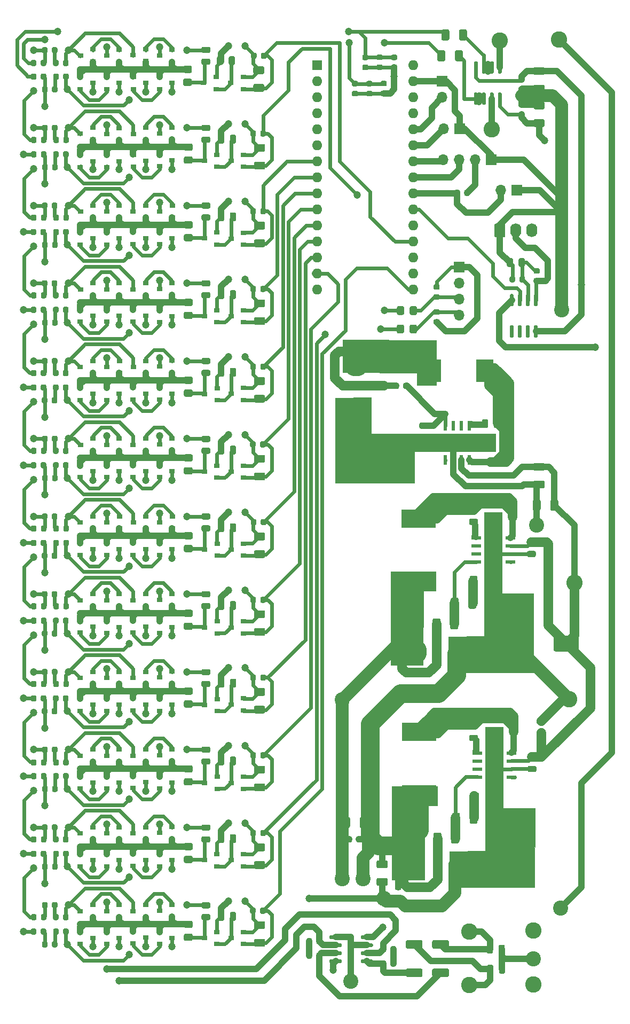
<source format=gbr>
%TF.GenerationSoftware,KiCad,Pcbnew,5.1.6-c6e7f7d~87~ubuntu18.04.1*%
%TF.CreationDate,2021-04-09T12:13:11+12:00*%
%TF.ProjectId,Volume Control 3 Mar18,566f6c75-6d65-4204-936f-6e74726f6c20,rev?*%
%TF.SameCoordinates,Original*%
%TF.FileFunction,Copper,L1,Top*%
%TF.FilePolarity,Positive*%
%FSLAX46Y46*%
G04 Gerber Fmt 4.6, Leading zero omitted, Abs format (unit mm)*
G04 Created by KiCad (PCBNEW 5.1.6-c6e7f7d~87~ubuntu18.04.1) date 2021-04-09 12:13:11*
%MOMM*%
%LPD*%
G01*
G04 APERTURE LIST*
%TA.AperFunction,NonConductor*%
%ADD10C,0.100000*%
%TD*%
%TA.AperFunction,ViaPad*%
%ADD11C,0.600000*%
%TD*%
%TA.AperFunction,SMDPad,CuDef*%
%ADD12R,1.550000X0.600000*%
%TD*%
%TA.AperFunction,Conductor*%
%ADD13R,2.950000X4.500000*%
%TD*%
%TA.AperFunction,SMDPad,CuDef*%
%ADD14R,2.600000X3.100000*%
%TD*%
%TA.AperFunction,SMDPad,CuDef*%
%ADD15R,0.900000X1.200000*%
%TD*%
%TA.AperFunction,ComponentPad*%
%ADD16C,2.600000*%
%TD*%
%TA.AperFunction,SMDPad,CuDef*%
%ADD17R,5.400000X2.900000*%
%TD*%
%TA.AperFunction,ComponentPad*%
%ADD18R,1.600000X1.600000*%
%TD*%
%TA.AperFunction,ComponentPad*%
%ADD19O,1.600000X1.600000*%
%TD*%
%TA.AperFunction,SMDPad,CuDef*%
%ADD20R,0.900000X0.800000*%
%TD*%
%TA.AperFunction,SMDPad,CuDef*%
%ADD21R,1.200000X0.900000*%
%TD*%
%TA.AperFunction,SMDPad,CuDef*%
%ADD22R,2.700000X3.600000*%
%TD*%
%TA.AperFunction,SMDPad,CuDef*%
%ADD23R,3.100000X2.600000*%
%TD*%
%TA.AperFunction,Conductor*%
%ADD24R,4.500000X2.950000*%
%TD*%
%TA.AperFunction,SMDPad,CuDef*%
%ADD25R,0.600000X1.550000*%
%TD*%
%TA.AperFunction,ComponentPad*%
%ADD26O,1.700000X1.700000*%
%TD*%
%TA.AperFunction,ComponentPad*%
%ADD27R,1.700000X1.700000*%
%TD*%
%TA.AperFunction,ComponentPad*%
%ADD28O,1.740000X2.190000*%
%TD*%
%TA.AperFunction,ViaPad*%
%ADD29C,1.200000*%
%TD*%
%TA.AperFunction,ViaPad*%
%ADD30C,2.400000*%
%TD*%
%TA.AperFunction,Conductor*%
%ADD31C,0.600000*%
%TD*%
%TA.AperFunction,Conductor*%
%ADD32C,1.500000*%
%TD*%
%TA.AperFunction,Conductor*%
%ADD33C,2.000000*%
%TD*%
%TA.AperFunction,Conductor*%
%ADD34C,3.000000*%
%TD*%
%TA.AperFunction,Conductor*%
%ADD35C,1.000000*%
%TD*%
G04 APERTURE END LIST*
D10*
G36*
X103911400Y-75031600D02*
G01*
X103936800Y-75031600D01*
X103936800Y-82194400D01*
X100914200Y-82194400D01*
X100914200Y-80187800D01*
X89103200Y-80162400D01*
X89103200Y-75006200D01*
X103911400Y-75031600D01*
G37*
X103911400Y-75031600D02*
X103936800Y-75031600D01*
X103936800Y-82194400D01*
X100914200Y-82194400D01*
X100914200Y-80187800D01*
X89103200Y-80162400D01*
X89103200Y-75006200D01*
X103911400Y-75031600D01*
G36*
X93649800Y-89839800D02*
G01*
X109626400Y-89865200D01*
X113334800Y-89865200D01*
X113334800Y-92659200D01*
X104800400Y-92659200D01*
X100457000Y-92633800D01*
X100457000Y-97688400D01*
X87934800Y-97663000D01*
X87934800Y-84175600D01*
X93624400Y-84150200D01*
X93649800Y-89839800D01*
G37*
X93649800Y-89839800D02*
X109626400Y-89865200D01*
X113334800Y-89865200D01*
X113334800Y-92659200D01*
X104800400Y-92659200D01*
X100457000Y-92633800D01*
X100457000Y-97688400D01*
X87934800Y-97663000D01*
X87934800Y-84175600D01*
X93624400Y-84150200D01*
X93649800Y-89839800D01*
G36*
X114554000Y-144893800D02*
G01*
X114528600Y-149237200D01*
X119583200Y-149237200D01*
X119557800Y-161759400D01*
X106070400Y-161759400D01*
X106045000Y-156069800D01*
X111734600Y-156044400D01*
X111760000Y-140067800D01*
X111760000Y-136359400D01*
X114554000Y-136359400D01*
X114554000Y-144893800D01*
G37*
X114554000Y-144893800D02*
X114528600Y-149237200D01*
X119583200Y-149237200D01*
X119557800Y-161759400D01*
X106070400Y-161759400D01*
X106045000Y-156069800D01*
X111734600Y-156044400D01*
X111760000Y-140067800D01*
X111760000Y-136359400D01*
X114554000Y-136359400D01*
X114554000Y-144893800D01*
G36*
X114376200Y-110845600D02*
G01*
X114350800Y-115189000D01*
X119405400Y-115189000D01*
X119380000Y-127711200D01*
X105892600Y-127711200D01*
X105867200Y-122021600D01*
X111556800Y-121996200D01*
X111582200Y-106019600D01*
X111582200Y-102311200D01*
X114376200Y-102311200D01*
X114376200Y-110845600D01*
G37*
X114376200Y-110845600D02*
X114350800Y-115189000D01*
X119405400Y-115189000D01*
X119380000Y-127711200D01*
X105892600Y-127711200D01*
X105867200Y-122021600D01*
X111556800Y-121996200D01*
X111582200Y-106019600D01*
X111582200Y-102311200D01*
X114376200Y-102311200D01*
X114376200Y-110845600D01*
G36*
X104089200Y-148780000D02*
G01*
X102082600Y-148780000D01*
X102057200Y-160591000D01*
X96901000Y-160591000D01*
X96926400Y-145782800D01*
X96926400Y-145757400D01*
X104089200Y-145757400D01*
X104089200Y-148780000D01*
G37*
X104089200Y-148780000D02*
X102082600Y-148780000D01*
X102057200Y-160591000D01*
X96901000Y-160591000D01*
X96926400Y-145782800D01*
X96926400Y-145757400D01*
X104089200Y-145757400D01*
X104089200Y-148780000D01*
G36*
X103911400Y-114731800D02*
G01*
X101904800Y-114731800D01*
X101879400Y-126542800D01*
X96723200Y-126542800D01*
X96748600Y-111734600D01*
X96748600Y-111709200D01*
X103911400Y-111709200D01*
X103911400Y-114731800D01*
G37*
X103911400Y-114731800D02*
X101904800Y-114731800D01*
X101879400Y-126542800D01*
X96723200Y-126542800D01*
X96748600Y-111734600D01*
X96748600Y-111709200D01*
X103911400Y-111709200D01*
X103911400Y-114731800D01*
%TO.P,C15,2*%
%TO.N,Net-(A1-Pad29)*%
%TA.AperFunction,SMDPad,CuDef*%
G36*
G01*
X91282000Y-154434250D02*
X91282000Y-153921750D01*
G75*
G02*
X91500750Y-153703000I218750J0D01*
G01*
X91938250Y-153703000D01*
G75*
G02*
X92157000Y-153921750I0J-218750D01*
G01*
X92157000Y-154434250D01*
G75*
G02*
X91938250Y-154653000I-218750J0D01*
G01*
X91500750Y-154653000D01*
G75*
G02*
X91282000Y-154434250I0J218750D01*
G01*
G37*
%TD.AperFunction*%
%TO.P,C15,1*%
%TO.N,Net-(C15-Pad1)*%
%TA.AperFunction,SMDPad,CuDef*%
G36*
G01*
X89707000Y-154434250D02*
X89707000Y-153921750D01*
G75*
G02*
X89925750Y-153703000I218750J0D01*
G01*
X90363250Y-153703000D01*
G75*
G02*
X90582000Y-153921750I0J-218750D01*
G01*
X90582000Y-154434250D01*
G75*
G02*
X90363250Y-154653000I-218750J0D01*
G01*
X89925750Y-154653000D01*
G75*
G02*
X89707000Y-154434250I0J218750D01*
G01*
G37*
%TD.AperFunction*%
%TD*%
%TO.P,VCC12,1*%
%TO.N,Net-(VCC12-Pad1)*%
%TA.AperFunction,SMDPad,CuDef*%
G36*
G01*
X123313000Y-100594000D02*
X123313000Y-101844000D01*
G75*
G02*
X123063000Y-102094000I-250000J0D01*
G01*
X122313000Y-102094000D01*
G75*
G02*
X122063000Y-101844000I0J250000D01*
G01*
X122063000Y-100594000D01*
G75*
G02*
X122313000Y-100344000I250000J0D01*
G01*
X123063000Y-100344000D01*
G75*
G02*
X123313000Y-100594000I0J-250000D01*
G01*
G37*
%TD.AperFunction*%
%TO.P,VCC12,2*%
%TO.N,Net-(A1-Pad29)*%
%TA.AperFunction,SMDPad,CuDef*%
G36*
G01*
X120513000Y-100594000D02*
X120513000Y-101844000D01*
G75*
G02*
X120263000Y-102094000I-250000J0D01*
G01*
X119513000Y-102094000D01*
G75*
G02*
X119263000Y-101844000I0J250000D01*
G01*
X119263000Y-100594000D01*
G75*
G02*
X119513000Y-100344000I250000J0D01*
G01*
X120263000Y-100344000D01*
G75*
G02*
X120513000Y-100594000I0J-250000D01*
G01*
G37*
%TD.AperFunction*%
%TD*%
%TO.P,VCC8,1*%
%TO.N,Net-(VCC12-Pad1)*%
%TA.AperFunction,SMDPad,CuDef*%
G36*
G01*
X126587000Y-122139200D02*
X126587000Y-124139200D01*
G75*
G02*
X126337000Y-124389200I-250000J0D01*
G01*
X122837000Y-124389200D01*
G75*
G02*
X122587000Y-124139200I0J250000D01*
G01*
X122587000Y-122139200D01*
G75*
G02*
X122837000Y-121889200I250000J0D01*
G01*
X126337000Y-121889200D01*
G75*
G02*
X126587000Y-122139200I0J-250000D01*
G01*
G37*
%TD.AperFunction*%
%TO.P,VCC8,2*%
%TO.N,Net-(A1-Pad29)*%
%TA.AperFunction,SMDPad,CuDef*%
G36*
G01*
X118587000Y-122139200D02*
X118587000Y-124139200D01*
G75*
G02*
X118337000Y-124389200I-250000J0D01*
G01*
X114837000Y-124389200D01*
G75*
G02*
X114587000Y-124139200I0J250000D01*
G01*
X114587000Y-122139200D01*
G75*
G02*
X114837000Y-121889200I250000J0D01*
G01*
X118337000Y-121889200D01*
G75*
G02*
X118587000Y-122139200I0J-250000D01*
G01*
G37*
%TD.AperFunction*%
%TD*%
%TO.P,VCC5,2*%
%TO.N,Net-(VCC5-Pad2)*%
%TA.AperFunction,SMDPad,CuDef*%
G36*
G01*
X109424150Y-137599100D02*
X110336650Y-137599100D01*
G75*
G02*
X110580400Y-137842850I0J-243750D01*
G01*
X110580400Y-138330350D01*
G75*
G02*
X110336650Y-138574100I-243750J0D01*
G01*
X109424150Y-138574100D01*
G75*
G02*
X109180400Y-138330350I0J243750D01*
G01*
X109180400Y-137842850D01*
G75*
G02*
X109424150Y-137599100I243750J0D01*
G01*
G37*
%TD.AperFunction*%
%TO.P,VCC5,1*%
%TO.N,Net-(VCC5-Pad1)*%
%TA.AperFunction,SMDPad,CuDef*%
G36*
G01*
X109424150Y-135724100D02*
X110336650Y-135724100D01*
G75*
G02*
X110580400Y-135967850I0J-243750D01*
G01*
X110580400Y-136455350D01*
G75*
G02*
X110336650Y-136699100I-243750J0D01*
G01*
X109424150Y-136699100D01*
G75*
G02*
X109180400Y-136455350I0J243750D01*
G01*
X109180400Y-135967850D01*
G75*
G02*
X109424150Y-135724100I243750J0D01*
G01*
G37*
%TD.AperFunction*%
%TD*%
%TO.P,VCC3,2*%
%TO.N,Net-(A1-Pad29)*%
%TA.AperFunction,SMDPad,CuDef*%
G36*
G01*
X118593550Y-108453100D02*
X119506050Y-108453100D01*
G75*
G02*
X119749800Y-108696850I0J-243750D01*
G01*
X119749800Y-109184350D01*
G75*
G02*
X119506050Y-109428100I-243750J0D01*
G01*
X118593550Y-109428100D01*
G75*
G02*
X118349800Y-109184350I0J243750D01*
G01*
X118349800Y-108696850D01*
G75*
G02*
X118593550Y-108453100I243750J0D01*
G01*
G37*
%TD.AperFunction*%
%TO.P,VCC3,1*%
%TO.N,Net-(VCC12-Pad1)*%
%TA.AperFunction,SMDPad,CuDef*%
G36*
G01*
X118593550Y-106578100D02*
X119506050Y-106578100D01*
G75*
G02*
X119749800Y-106821850I0J-243750D01*
G01*
X119749800Y-107309350D01*
G75*
G02*
X119506050Y-107553100I-243750J0D01*
G01*
X118593550Y-107553100D01*
G75*
G02*
X118349800Y-107309350I0J243750D01*
G01*
X118349800Y-106821850D01*
G75*
G02*
X118593550Y-106578100I243750J0D01*
G01*
G37*
%TD.AperFunction*%
%TD*%
%TO.P,VCR2,2*%
%TO.N,Net-(VCR2-Pad2)*%
%TA.AperFunction,SMDPad,CuDef*%
G36*
G01*
X109066300Y-117363400D02*
X109066300Y-116113400D01*
G75*
G02*
X109316300Y-115863400I250000J0D01*
G01*
X110066300Y-115863400D01*
G75*
G02*
X110316300Y-116113400I0J-250000D01*
G01*
X110316300Y-117363400D01*
G75*
G02*
X110066300Y-117613400I-250000J0D01*
G01*
X109316300Y-117613400D01*
G75*
G02*
X109066300Y-117363400I0J250000D01*
G01*
G37*
%TD.AperFunction*%
%TO.P,VCR2,1*%
%TO.N,Net-(VCR1-Pad2)*%
%TA.AperFunction,SMDPad,CuDef*%
G36*
G01*
X106266300Y-117363400D02*
X106266300Y-116113400D01*
G75*
G02*
X106516300Y-115863400I250000J0D01*
G01*
X107266300Y-115863400D01*
G75*
G02*
X107516300Y-116113400I0J-250000D01*
G01*
X107516300Y-117363400D01*
G75*
G02*
X107266300Y-117613400I-250000J0D01*
G01*
X106516300Y-117613400D01*
G75*
G02*
X106266300Y-117363400I0J250000D01*
G01*
G37*
%TD.AperFunction*%
%TD*%
D11*
%TO.N,Net-(A1-Pad29)*%
%TO.C,VCU1*%
X113630000Y-110105600D03*
X113630000Y-109005600D03*
X112430000Y-109005600D03*
X112430000Y-110105600D03*
X113630000Y-106505600D03*
X113630000Y-107705600D03*
X112430000Y-107705600D03*
X112430000Y-106505600D03*
D12*
%TD*%
%TO.P,VCU1,8*%
%TO.N,Net-(VCC1-Pad1)*%
X115730000Y-106400600D03*
%TO.P,VCU1,7*%
%TO.N,Net-(VCC12-Pad1)*%
X115730000Y-107670600D03*
%TO.P,VCU1,6*%
%TO.N,Net-(A1-Pad29)*%
X115730000Y-108940600D03*
%TO.P,VCU1,5*%
%TO.N,Net-(VCU1-Pad5)*%
X115730000Y-110210600D03*
%TO.P,VCU1,4*%
%TO.N,Net-(VCR1-Pad2)*%
X110330000Y-110210600D03*
%TO.P,VCU1,3*%
%TO.N,Net-(VCU1-Pad3)*%
X110330000Y-108940600D03*
%TO.P,VCU1,2*%
%TO.N,Net-(VCU1-Pad2)*%
X110330000Y-107670600D03*
%TO.P,VCU1,1*%
%TO.N,Net-(VCC1-Pad2)*%
X110330000Y-106400600D03*
D13*
%TD*%
%TO.N,Net-(A1-Pad29)*%
%TO.C,VCU1*%
X113030000Y-108305600D03*
D14*
%TO.P,VCU1,9*%
%TO.N,Net-(A1-Pad29)*%
X113030000Y-108305600D03*
%TD*%
%TO.P,VCR1,2*%
%TO.N,Net-(VCR1-Pad2)*%
%TA.AperFunction,SMDPad,CuDef*%
G36*
G01*
X106182000Y-120640000D02*
X106182000Y-119390000D01*
G75*
G02*
X106432000Y-119140000I250000J0D01*
G01*
X107182000Y-119140000D01*
G75*
G02*
X107432000Y-119390000I0J-250000D01*
G01*
X107432000Y-120640000D01*
G75*
G02*
X107182000Y-120890000I-250000J0D01*
G01*
X106432000Y-120890000D01*
G75*
G02*
X106182000Y-120640000I0J250000D01*
G01*
G37*
%TD.AperFunction*%
%TO.P,VCR1,1*%
%TO.N,Net-(C15-Pad1)*%
%TA.AperFunction,SMDPad,CuDef*%
G36*
G01*
X103382000Y-120640000D02*
X103382000Y-119390000D01*
G75*
G02*
X103632000Y-119140000I250000J0D01*
G01*
X104382000Y-119140000D01*
G75*
G02*
X104632000Y-119390000I0J-250000D01*
G01*
X104632000Y-120640000D01*
G75*
G02*
X104382000Y-120890000I-250000J0D01*
G01*
X103632000Y-120890000D01*
G75*
G02*
X103382000Y-120640000I0J250000D01*
G01*
G37*
%TD.AperFunction*%
%TD*%
%TO.P,VCC4,1*%
%TO.N,Net-(A1-Pad29)*%
%TA.AperFunction,SMDPad,CuDef*%
G36*
G01*
X120142950Y-134949900D02*
X121055450Y-134949900D01*
G75*
G02*
X121299200Y-135193650I0J-243750D01*
G01*
X121299200Y-135681150D01*
G75*
G02*
X121055450Y-135924900I-243750J0D01*
G01*
X120142950Y-135924900D01*
G75*
G02*
X119899200Y-135681150I0J243750D01*
G01*
X119899200Y-135193650D01*
G75*
G02*
X120142950Y-134949900I243750J0D01*
G01*
G37*
%TD.AperFunction*%
%TO.P,VCC4,2*%
%TO.N,Net-(VCC12-Pad1)*%
%TA.AperFunction,SMDPad,CuDef*%
G36*
G01*
X120142950Y-136824900D02*
X121055450Y-136824900D01*
G75*
G02*
X121299200Y-137068650I0J-243750D01*
G01*
X121299200Y-137556150D01*
G75*
G02*
X121055450Y-137799900I-243750J0D01*
G01*
X120142950Y-137799900D01*
G75*
G02*
X119899200Y-137556150I0J243750D01*
G01*
X119899200Y-137068650D01*
G75*
G02*
X120142950Y-136824900I243750J0D01*
G01*
G37*
%TD.AperFunction*%
%TD*%
D15*
%TO.P,VCD2,1*%
%TO.N,Net-(VCC5-Pad1)*%
X116127800Y-137400800D03*
%TO.P,VCD2,2*%
%TO.N,Net-(C16-Pad1)*%
X112827800Y-137400800D03*
%TD*%
D16*
%TO.P,VCJ3,1*%
%TO.N,Net-(A1-Pad29)*%
X125044200Y-131927600D03*
%TD*%
%TO.P,VCC6,2*%
%TO.N,Net-(C16-Pad1)*%
%TA.AperFunction,SMDPad,CuDef*%
G36*
G01*
X105923900Y-159965000D02*
X105923900Y-157915000D01*
G75*
G02*
X106173900Y-157665000I250000J0D01*
G01*
X107748900Y-157665000D01*
G75*
G02*
X107998900Y-157915000I0J-250000D01*
G01*
X107998900Y-159965000D01*
G75*
G02*
X107748900Y-160215000I-250000J0D01*
G01*
X106173900Y-160215000D01*
G75*
G02*
X105923900Y-159965000I0J250000D01*
G01*
G37*
%TD.AperFunction*%
%TO.P,VCC6,1*%
%TO.N,Net-(A1-Pad29)*%
%TA.AperFunction,SMDPad,CuDef*%
G36*
G01*
X99698900Y-159965000D02*
X99698900Y-157915000D01*
G75*
G02*
X99948900Y-157665000I250000J0D01*
G01*
X101523900Y-157665000D01*
G75*
G02*
X101773900Y-157915000I0J-250000D01*
G01*
X101773900Y-159965000D01*
G75*
G02*
X101523900Y-160215000I-250000J0D01*
G01*
X99948900Y-160215000D01*
G75*
G02*
X99698900Y-159965000I0J250000D01*
G01*
G37*
%TD.AperFunction*%
%TD*%
%TO.P,VCR6,2*%
%TO.N,Net-(C16-Pad1)*%
%TA.AperFunction,SMDPad,CuDef*%
G36*
G01*
X112292100Y-148262000D02*
X112292100Y-147012000D01*
G75*
G02*
X112542100Y-146762000I250000J0D01*
G01*
X113292100Y-146762000D01*
G75*
G02*
X113542100Y-147012000I0J-250000D01*
G01*
X113542100Y-148262000D01*
G75*
G02*
X113292100Y-148512000I-250000J0D01*
G01*
X112542100Y-148512000D01*
G75*
G02*
X112292100Y-148262000I0J250000D01*
G01*
G37*
%TD.AperFunction*%
%TO.P,VCR6,1*%
%TO.N,Net-(VCR5-Pad2)*%
%TA.AperFunction,SMDPad,CuDef*%
G36*
G01*
X109492100Y-148262000D02*
X109492100Y-147012000D01*
G75*
G02*
X109742100Y-146762000I250000J0D01*
G01*
X110492100Y-146762000D01*
G75*
G02*
X110742100Y-147012000I0J-250000D01*
G01*
X110742100Y-148262000D01*
G75*
G02*
X110492100Y-148512000I-250000J0D01*
G01*
X109742100Y-148512000D01*
G75*
G02*
X109492100Y-148262000I0J250000D01*
G01*
G37*
%TD.AperFunction*%
%TD*%
D14*
%TO.P,VCU2,9*%
%TO.N,Net-(C16-Pad1)*%
X113182400Y-142430000D03*
D13*
%TD*%
%TO.N,Net-(C16-Pad1)*%
%TO.C,VCU2*%
X113182400Y-142430000D03*
D12*
%TO.P,VCU2,1*%
%TO.N,Net-(VCC5-Pad2)*%
X110482400Y-140525000D03*
%TO.P,VCU2,2*%
%TO.N,Net-(VCU2-Pad2)*%
X110482400Y-141795000D03*
%TO.P,VCU2,3*%
%TO.N,Net-(VCU2-Pad3)*%
X110482400Y-143065000D03*
%TO.P,VCU2,4*%
%TO.N,Net-(VCR4-Pad2)*%
X110482400Y-144335000D03*
%TO.P,VCU2,5*%
%TO.N,Net-(VCU2-Pad5)*%
X115882400Y-144335000D03*
%TO.P,VCU2,6*%
%TO.N,Net-(C16-Pad1)*%
X115882400Y-143065000D03*
%TO.P,VCU2,7*%
%TO.N,Net-(VCC12-Pad1)*%
X115882400Y-141795000D03*
%TO.P,VCU2,8*%
%TO.N,Net-(VCC5-Pad1)*%
X115882400Y-140525000D03*
D11*
%TD*%
%TO.N,Net-(C16-Pad1)*%
%TO.C,VCU2*%
X112582400Y-140630000D03*
%TO.N,Net-(C16-Pad1)*%
%TO.C,VCU2*%
X112582400Y-141830000D03*
X113782400Y-141830000D03*
X113782400Y-140630000D03*
X112582400Y-144230000D03*
X112582400Y-143130000D03*
X113782400Y-143130000D03*
X113782400Y-144230000D03*
%TD*%
D16*
%TO.P,VCJ1,1*%
%TO.N,Net-(VCC12-Pad1)*%
X125857000Y-113487200D03*
%TD*%
D17*
%TO.P,VCL1,2*%
%TO.N,Net-(VCC1-Pad1)*%
X101142800Y-103333200D03*
%TO.P,VCL1,1*%
%TO.N,Net-(C15-Pad1)*%
X101142800Y-113233200D03*
%TD*%
%TO.P,VCR3,1*%
%TO.N,Net-(VCR2-Pad2)*%
%TA.AperFunction,SMDPad,CuDef*%
G36*
G01*
X109263500Y-113883600D02*
X109263500Y-112633600D01*
G75*
G02*
X109513500Y-112383600I250000J0D01*
G01*
X110263500Y-112383600D01*
G75*
G02*
X110513500Y-112633600I0J-250000D01*
G01*
X110513500Y-113883600D01*
G75*
G02*
X110263500Y-114133600I-250000J0D01*
G01*
X109513500Y-114133600D01*
G75*
G02*
X109263500Y-113883600I0J250000D01*
G01*
G37*
%TD.AperFunction*%
%TO.P,VCR3,2*%
%TO.N,Net-(A1-Pad29)*%
%TA.AperFunction,SMDPad,CuDef*%
G36*
G01*
X112063500Y-113883600D02*
X112063500Y-112633600D01*
G75*
G02*
X112313500Y-112383600I250000J0D01*
G01*
X113063500Y-112383600D01*
G75*
G02*
X113313500Y-112633600I0J-250000D01*
G01*
X113313500Y-113883600D01*
G75*
G02*
X113063500Y-114133600I-250000J0D01*
G01*
X112313500Y-114133600D01*
G75*
G02*
X112063500Y-113883600I0J250000D01*
G01*
G37*
%TD.AperFunction*%
%TD*%
D15*
%TO.P,VCD1,2*%
%TO.N,Net-(A1-Pad29)*%
X112778000Y-103047800D03*
%TO.P,VCD1,1*%
%TO.N,Net-(VCC1-Pad1)*%
X116078000Y-103047800D03*
%TD*%
%TO.P,VCC2,1*%
%TO.N,Net-(C15-Pad1)*%
%TA.AperFunction,SMDPad,CuDef*%
G36*
G01*
X99876700Y-125713600D02*
X99876700Y-123663600D01*
G75*
G02*
X100126700Y-123413600I250000J0D01*
G01*
X101701700Y-123413600D01*
G75*
G02*
X101951700Y-123663600I0J-250000D01*
G01*
X101951700Y-125713600D01*
G75*
G02*
X101701700Y-125963600I-250000J0D01*
G01*
X100126700Y-125963600D01*
G75*
G02*
X99876700Y-125713600I0J250000D01*
G01*
G37*
%TD.AperFunction*%
%TO.P,VCC2,2*%
%TO.N,Net-(A1-Pad29)*%
%TA.AperFunction,SMDPad,CuDef*%
G36*
G01*
X106101700Y-125713600D02*
X106101700Y-123663600D01*
G75*
G02*
X106351700Y-123413600I250000J0D01*
G01*
X107926700Y-123413600D01*
G75*
G02*
X108176700Y-123663600I0J-250000D01*
G01*
X108176700Y-125713600D01*
G75*
G02*
X107926700Y-125963600I-250000J0D01*
G01*
X106351700Y-125963600D01*
G75*
G02*
X106101700Y-125713600I0J250000D01*
G01*
G37*
%TD.AperFunction*%
%TD*%
D17*
%TO.P,VCL2,1*%
%TO.N,Net-(A1-Pad29)*%
X101269800Y-147027400D03*
%TO.P,VCL2,2*%
%TO.N,Net-(VCC5-Pad1)*%
X101269800Y-137127400D03*
%TD*%
%TO.P,VCC1,2*%
%TO.N,Net-(VCC1-Pad2)*%
%TA.AperFunction,SMDPad,CuDef*%
G36*
G01*
X109424150Y-103345400D02*
X110336650Y-103345400D01*
G75*
G02*
X110580400Y-103589150I0J-243750D01*
G01*
X110580400Y-104076650D01*
G75*
G02*
X110336650Y-104320400I-243750J0D01*
G01*
X109424150Y-104320400D01*
G75*
G02*
X109180400Y-104076650I0J243750D01*
G01*
X109180400Y-103589150D01*
G75*
G02*
X109424150Y-103345400I243750J0D01*
G01*
G37*
%TD.AperFunction*%
%TO.P,VCC1,1*%
%TO.N,Net-(VCC1-Pad1)*%
%TA.AperFunction,SMDPad,CuDef*%
G36*
G01*
X109424150Y-101470400D02*
X110336650Y-101470400D01*
G75*
G02*
X110580400Y-101714150I0J-243750D01*
G01*
X110580400Y-102201650D01*
G75*
G02*
X110336650Y-102445400I-243750J0D01*
G01*
X109424150Y-102445400D01*
G75*
G02*
X109180400Y-102201650I0J243750D01*
G01*
X109180400Y-101714150D01*
G75*
G02*
X109424150Y-101470400I243750J0D01*
G01*
G37*
%TD.AperFunction*%
%TD*%
%TO.P,VCC7,1*%
%TO.N,Net-(VCC12-Pad1)*%
%TA.AperFunction,SMDPad,CuDef*%
G36*
G01*
X118695150Y-140651700D02*
X119607650Y-140651700D01*
G75*
G02*
X119851400Y-140895450I0J-243750D01*
G01*
X119851400Y-141382950D01*
G75*
G02*
X119607650Y-141626700I-243750J0D01*
G01*
X118695150Y-141626700D01*
G75*
G02*
X118451400Y-141382950I0J243750D01*
G01*
X118451400Y-140895450D01*
G75*
G02*
X118695150Y-140651700I243750J0D01*
G01*
G37*
%TD.AperFunction*%
%TO.P,VCC7,2*%
%TO.N,Net-(C16-Pad1)*%
%TA.AperFunction,SMDPad,CuDef*%
G36*
G01*
X118695150Y-142526700D02*
X119607650Y-142526700D01*
G75*
G02*
X119851400Y-142770450I0J-243750D01*
G01*
X119851400Y-143257950D01*
G75*
G02*
X119607650Y-143501700I-243750J0D01*
G01*
X118695150Y-143501700D01*
G75*
G02*
X118451400Y-143257950I0J243750D01*
G01*
X118451400Y-142770450D01*
G75*
G02*
X118695150Y-142526700I243750J0D01*
G01*
G37*
%TD.AperFunction*%
%TD*%
%TO.P,VCR4,2*%
%TO.N,Net-(VCR4-Pad2)*%
%TA.AperFunction,SMDPad,CuDef*%
G36*
G01*
X106323100Y-154586600D02*
X106323100Y-153336600D01*
G75*
G02*
X106573100Y-153086600I250000J0D01*
G01*
X107323100Y-153086600D01*
G75*
G02*
X107573100Y-153336600I0J-250000D01*
G01*
X107573100Y-154586600D01*
G75*
G02*
X107323100Y-154836600I-250000J0D01*
G01*
X106573100Y-154836600D01*
G75*
G02*
X106323100Y-154586600I0J250000D01*
G01*
G37*
%TD.AperFunction*%
%TO.P,VCR4,1*%
%TO.N,Net-(A1-Pad29)*%
%TA.AperFunction,SMDPad,CuDef*%
G36*
G01*
X103523100Y-154586600D02*
X103523100Y-153336600D01*
G75*
G02*
X103773100Y-153086600I250000J0D01*
G01*
X104523100Y-153086600D01*
G75*
G02*
X104773100Y-153336600I0J-250000D01*
G01*
X104773100Y-154586600D01*
G75*
G02*
X104523100Y-154836600I-250000J0D01*
G01*
X103773100Y-154836600D01*
G75*
G02*
X103523100Y-154586600I0J250000D01*
G01*
G37*
%TD.AperFunction*%
%TD*%
%TO.P,VCR5,1*%
%TO.N,Net-(VCR4-Pad2)*%
%TA.AperFunction,SMDPad,CuDef*%
G36*
G01*
X106469500Y-151462400D02*
X106469500Y-150212400D01*
G75*
G02*
X106719500Y-149962400I250000J0D01*
G01*
X107469500Y-149962400D01*
G75*
G02*
X107719500Y-150212400I0J-250000D01*
G01*
X107719500Y-151462400D01*
G75*
G02*
X107469500Y-151712400I-250000J0D01*
G01*
X106719500Y-151712400D01*
G75*
G02*
X106469500Y-151462400I0J250000D01*
G01*
G37*
%TD.AperFunction*%
%TO.P,VCR5,2*%
%TO.N,Net-(VCR5-Pad2)*%
%TA.AperFunction,SMDPad,CuDef*%
G36*
G01*
X109269500Y-151462400D02*
X109269500Y-150212400D01*
G75*
G02*
X109519500Y-149962400I250000J0D01*
G01*
X110269500Y-149962400D01*
G75*
G02*
X110519500Y-150212400I0J-250000D01*
G01*
X110519500Y-151462400D01*
G75*
G02*
X110269500Y-151712400I-250000J0D01*
G01*
X109519500Y-151712400D01*
G75*
G02*
X109269500Y-151462400I0J250000D01*
G01*
G37*
%TD.AperFunction*%
%TD*%
D18*
%TO.P,A1,1*%
%TO.N,Net-(A1-Pad1)*%
X85090000Y-31496000D03*
D19*
%TO.P,A1,17*%
%TO.N,Net-(A1-Pad17)*%
X100330000Y-64516000D03*
%TO.P,A1,2*%
%TO.N,Net-(A1-Pad2)*%
X85090000Y-34036000D03*
%TO.P,A1,18*%
%TO.N,Net-(A1-Pad18)*%
X100330000Y-61976000D03*
%TO.P,A1,3*%
%TO.N,Net-(A1-Pad3)*%
X85090000Y-36576000D03*
%TO.P,A1,19*%
%TO.N,Net-(A1-Pad19)*%
X100330000Y-59436000D03*
%TO.P,A1,4*%
%TO.N,Net-(A1-Pad29)*%
X85090000Y-39116000D03*
%TO.P,A1,20*%
%TO.N,Net-(A1-Pad20)*%
X100330000Y-56896000D03*
%TO.P,A1,5*%
%TO.N,Net-(A1-Pad5)*%
X85090000Y-41656000D03*
%TO.P,A1,21*%
%TO.N,Net-(A1-Pad21)*%
X100330000Y-54356000D03*
%TO.P,A1,6*%
%TO.N,Net-(A1-Pad6)*%
X85090000Y-44196000D03*
%TO.P,A1,22*%
%TO.N,Net-(A1-Pad22)*%
X100330000Y-51816000D03*
%TO.P,A1,7*%
%TO.N,Net-(A1-Pad7)*%
X85090000Y-46736000D03*
%TO.P,A1,23*%
%TO.N,Net-(A1-Pad23)*%
X100330000Y-49276000D03*
%TO.P,A1,8*%
%TO.N,Net-(A1-Pad8)*%
X85090000Y-49276000D03*
%TO.P,A1,24*%
%TO.N,Net-(A1-Pad24)*%
X100330000Y-46736000D03*
%TO.P,A1,9*%
%TO.N,Net-(A1-Pad9)*%
X85090000Y-51816000D03*
%TO.P,A1,25*%
%TO.N,Net-(A1-Pad25)*%
X100330000Y-44196000D03*
%TO.P,A1,10*%
%TO.N,Net-(A1-Pad10)*%
X85090000Y-54356000D03*
%TO.P,A1,26*%
%TO.N,Net-(A1-Pad26)*%
X100330000Y-41656000D03*
%TO.P,A1,11*%
%TO.N,Net-(A1-Pad11)*%
X85090000Y-56896000D03*
%TO.P,A1,27*%
%TO.N,Net-(A1-Pad27)*%
X100330000Y-39116000D03*
%TO.P,A1,12*%
%TO.N,Net-(A1-Pad12)*%
X85090000Y-59436000D03*
%TO.P,A1,28*%
%TO.N,Net-(A1-Pad28)*%
X100330000Y-36576000D03*
%TO.P,A1,13*%
%TO.N,Net-(A1-Pad13)*%
X85090000Y-61976000D03*
%TO.P,A1,29*%
%TO.N,Net-(A1-Pad29)*%
X100330000Y-34036000D03*
%TO.P,A1,14*%
%TO.N,Net-(A1-Pad14)*%
X85090000Y-64516000D03*
%TO.P,A1,30*%
%TO.N,Net-(A1-Pad30)*%
X100330000Y-31496000D03*
%TO.P,A1,15*%
%TO.N,Net-(A1-Pad15)*%
X85090000Y-67056000D03*
%TO.P,A1,16*%
%TO.N,Net-(A1-Pad16)*%
X100330000Y-67056000D03*
%TD*%
%TO.P,C2,1*%
%TO.N,Net-(A1-Pad20)*%
%TA.AperFunction,SMDPad,CuDef*%
G36*
G01*
X76942500Y-42034750D02*
X76942500Y-42547250D01*
G75*
G02*
X76723750Y-42766000I-218750J0D01*
G01*
X76286250Y-42766000D01*
G75*
G02*
X76067500Y-42547250I0J218750D01*
G01*
X76067500Y-42034750D01*
G75*
G02*
X76286250Y-41816000I218750J0D01*
G01*
X76723750Y-41816000D01*
G75*
G02*
X76942500Y-42034750I0J-218750D01*
G01*
G37*
%TD.AperFunction*%
%TO.P,C2,2*%
%TO.N,Net-(A1-Pad29)*%
%TA.AperFunction,SMDPad,CuDef*%
G36*
G01*
X75367500Y-42034750D02*
X75367500Y-42547250D01*
G75*
G02*
X75148750Y-42766000I-218750J0D01*
G01*
X74711250Y-42766000D01*
G75*
G02*
X74492500Y-42547250I0J218750D01*
G01*
X74492500Y-42034750D01*
G75*
G02*
X74711250Y-41816000I218750J0D01*
G01*
X75148750Y-41816000D01*
G75*
G02*
X75367500Y-42034750I0J-218750D01*
G01*
G37*
%TD.AperFunction*%
%TD*%
%TO.P,C3,1*%
%TO.N,Net-(A1-Pad7)*%
%TA.AperFunction,SMDPad,CuDef*%
G36*
G01*
X76942500Y-54353750D02*
X76942500Y-54866250D01*
G75*
G02*
X76723750Y-55085000I-218750J0D01*
G01*
X76286250Y-55085000D01*
G75*
G02*
X76067500Y-54866250I0J218750D01*
G01*
X76067500Y-54353750D01*
G75*
G02*
X76286250Y-54135000I218750J0D01*
G01*
X76723750Y-54135000D01*
G75*
G02*
X76942500Y-54353750I0J-218750D01*
G01*
G37*
%TD.AperFunction*%
%TO.P,C3,2*%
%TO.N,Net-(A1-Pad29)*%
%TA.AperFunction,SMDPad,CuDef*%
G36*
G01*
X75367500Y-54353750D02*
X75367500Y-54866250D01*
G75*
G02*
X75148750Y-55085000I-218750J0D01*
G01*
X74711250Y-55085000D01*
G75*
G02*
X74492500Y-54866250I0J218750D01*
G01*
X74492500Y-54353750D01*
G75*
G02*
X74711250Y-54135000I218750J0D01*
G01*
X75148750Y-54135000D01*
G75*
G02*
X75367500Y-54353750I0J-218750D01*
G01*
G37*
%TD.AperFunction*%
%TD*%
%TO.P,C4,1*%
%TO.N,Net-(A1-Pad8)*%
%TA.AperFunction,SMDPad,CuDef*%
G36*
G01*
X76942500Y-66672750D02*
X76942500Y-67185250D01*
G75*
G02*
X76723750Y-67404000I-218750J0D01*
G01*
X76286250Y-67404000D01*
G75*
G02*
X76067500Y-67185250I0J218750D01*
G01*
X76067500Y-66672750D01*
G75*
G02*
X76286250Y-66454000I218750J0D01*
G01*
X76723750Y-66454000D01*
G75*
G02*
X76942500Y-66672750I0J-218750D01*
G01*
G37*
%TD.AperFunction*%
%TO.P,C4,2*%
%TO.N,Net-(A1-Pad29)*%
%TA.AperFunction,SMDPad,CuDef*%
G36*
G01*
X75367500Y-66672750D02*
X75367500Y-67185250D01*
G75*
G02*
X75148750Y-67404000I-218750J0D01*
G01*
X74711250Y-67404000D01*
G75*
G02*
X74492500Y-67185250I0J218750D01*
G01*
X74492500Y-66672750D01*
G75*
G02*
X74711250Y-66454000I218750J0D01*
G01*
X75148750Y-66454000D01*
G75*
G02*
X75367500Y-66672750I0J-218750D01*
G01*
G37*
%TD.AperFunction*%
%TD*%
%TO.P,C5,2*%
%TO.N,Net-(A1-Pad29)*%
%TA.AperFunction,SMDPad,CuDef*%
G36*
G01*
X75367500Y-78991750D02*
X75367500Y-79504250D01*
G75*
G02*
X75148750Y-79723000I-218750J0D01*
G01*
X74711250Y-79723000D01*
G75*
G02*
X74492500Y-79504250I0J218750D01*
G01*
X74492500Y-78991750D01*
G75*
G02*
X74711250Y-78773000I218750J0D01*
G01*
X75148750Y-78773000D01*
G75*
G02*
X75367500Y-78991750I0J-218750D01*
G01*
G37*
%TD.AperFunction*%
%TO.P,C5,1*%
%TO.N,Net-(A1-Pad9)*%
%TA.AperFunction,SMDPad,CuDef*%
G36*
G01*
X76942500Y-78991750D02*
X76942500Y-79504250D01*
G75*
G02*
X76723750Y-79723000I-218750J0D01*
G01*
X76286250Y-79723000D01*
G75*
G02*
X76067500Y-79504250I0J218750D01*
G01*
X76067500Y-78991750D01*
G75*
G02*
X76286250Y-78773000I218750J0D01*
G01*
X76723750Y-78773000D01*
G75*
G02*
X76942500Y-78991750I0J-218750D01*
G01*
G37*
%TD.AperFunction*%
%TD*%
%TO.P,C6,1*%
%TO.N,Net-(A1-Pad10)*%
%TA.AperFunction,SMDPad,CuDef*%
G36*
G01*
X76891500Y-91310750D02*
X76891500Y-91823250D01*
G75*
G02*
X76672750Y-92042000I-218750J0D01*
G01*
X76235250Y-92042000D01*
G75*
G02*
X76016500Y-91823250I0J218750D01*
G01*
X76016500Y-91310750D01*
G75*
G02*
X76235250Y-91092000I218750J0D01*
G01*
X76672750Y-91092000D01*
G75*
G02*
X76891500Y-91310750I0J-218750D01*
G01*
G37*
%TD.AperFunction*%
%TO.P,C6,2*%
%TO.N,Net-(A1-Pad29)*%
%TA.AperFunction,SMDPad,CuDef*%
G36*
G01*
X75316500Y-91310750D02*
X75316500Y-91823250D01*
G75*
G02*
X75097750Y-92042000I-218750J0D01*
G01*
X74660250Y-92042000D01*
G75*
G02*
X74441500Y-91823250I0J218750D01*
G01*
X74441500Y-91310750D01*
G75*
G02*
X74660250Y-91092000I218750J0D01*
G01*
X75097750Y-91092000D01*
G75*
G02*
X75316500Y-91310750I0J-218750D01*
G01*
G37*
%TD.AperFunction*%
%TD*%
%TO.P,C7,2*%
%TO.N,Net-(A1-Pad29)*%
%TA.AperFunction,SMDPad,CuDef*%
G36*
G01*
X75443500Y-103629750D02*
X75443500Y-104142250D01*
G75*
G02*
X75224750Y-104361000I-218750J0D01*
G01*
X74787250Y-104361000D01*
G75*
G02*
X74568500Y-104142250I0J218750D01*
G01*
X74568500Y-103629750D01*
G75*
G02*
X74787250Y-103411000I218750J0D01*
G01*
X75224750Y-103411000D01*
G75*
G02*
X75443500Y-103629750I0J-218750D01*
G01*
G37*
%TD.AperFunction*%
%TO.P,C7,1*%
%TO.N,Net-(A1-Pad11)*%
%TA.AperFunction,SMDPad,CuDef*%
G36*
G01*
X77018500Y-103629750D02*
X77018500Y-104142250D01*
G75*
G02*
X76799750Y-104361000I-218750J0D01*
G01*
X76362250Y-104361000D01*
G75*
G02*
X76143500Y-104142250I0J218750D01*
G01*
X76143500Y-103629750D01*
G75*
G02*
X76362250Y-103411000I218750J0D01*
G01*
X76799750Y-103411000D01*
G75*
G02*
X77018500Y-103629750I0J-218750D01*
G01*
G37*
%TD.AperFunction*%
%TD*%
%TO.P,C8,1*%
%TO.N,Net-(A1-Pad12)*%
%TA.AperFunction,SMDPad,CuDef*%
G36*
G01*
X76942500Y-115948750D02*
X76942500Y-116461250D01*
G75*
G02*
X76723750Y-116680000I-218750J0D01*
G01*
X76286250Y-116680000D01*
G75*
G02*
X76067500Y-116461250I0J218750D01*
G01*
X76067500Y-115948750D01*
G75*
G02*
X76286250Y-115730000I218750J0D01*
G01*
X76723750Y-115730000D01*
G75*
G02*
X76942500Y-115948750I0J-218750D01*
G01*
G37*
%TD.AperFunction*%
%TO.P,C8,2*%
%TO.N,Net-(A1-Pad29)*%
%TA.AperFunction,SMDPad,CuDef*%
G36*
G01*
X75367500Y-115948750D02*
X75367500Y-116461250D01*
G75*
G02*
X75148750Y-116680000I-218750J0D01*
G01*
X74711250Y-116680000D01*
G75*
G02*
X74492500Y-116461250I0J218750D01*
G01*
X74492500Y-115948750D01*
G75*
G02*
X74711250Y-115730000I218750J0D01*
G01*
X75148750Y-115730000D01*
G75*
G02*
X75367500Y-115948750I0J-218750D01*
G01*
G37*
%TD.AperFunction*%
%TD*%
%TO.P,C9,2*%
%TO.N,Net-(A1-Pad29)*%
%TA.AperFunction,SMDPad,CuDef*%
G36*
G01*
X75367500Y-128267750D02*
X75367500Y-128780250D01*
G75*
G02*
X75148750Y-128999000I-218750J0D01*
G01*
X74711250Y-128999000D01*
G75*
G02*
X74492500Y-128780250I0J218750D01*
G01*
X74492500Y-128267750D01*
G75*
G02*
X74711250Y-128049000I218750J0D01*
G01*
X75148750Y-128049000D01*
G75*
G02*
X75367500Y-128267750I0J-218750D01*
G01*
G37*
%TD.AperFunction*%
%TO.P,C9,1*%
%TO.N,Net-(A1-Pad13)*%
%TA.AperFunction,SMDPad,CuDef*%
G36*
G01*
X76942500Y-128267750D02*
X76942500Y-128780250D01*
G75*
G02*
X76723750Y-128999000I-218750J0D01*
G01*
X76286250Y-128999000D01*
G75*
G02*
X76067500Y-128780250I0J218750D01*
G01*
X76067500Y-128267750D01*
G75*
G02*
X76286250Y-128049000I218750J0D01*
G01*
X76723750Y-128049000D01*
G75*
G02*
X76942500Y-128267750I0J-218750D01*
G01*
G37*
%TD.AperFunction*%
%TD*%
%TO.P,C10,1*%
%TO.N,Net-(A1-Pad14)*%
%TA.AperFunction,SMDPad,CuDef*%
G36*
G01*
X76942500Y-140586750D02*
X76942500Y-141099250D01*
G75*
G02*
X76723750Y-141318000I-218750J0D01*
G01*
X76286250Y-141318000D01*
G75*
G02*
X76067500Y-141099250I0J218750D01*
G01*
X76067500Y-140586750D01*
G75*
G02*
X76286250Y-140368000I218750J0D01*
G01*
X76723750Y-140368000D01*
G75*
G02*
X76942500Y-140586750I0J-218750D01*
G01*
G37*
%TD.AperFunction*%
%TO.P,C10,2*%
%TO.N,Net-(A1-Pad29)*%
%TA.AperFunction,SMDPad,CuDef*%
G36*
G01*
X75367500Y-140586750D02*
X75367500Y-141099250D01*
G75*
G02*
X75148750Y-141318000I-218750J0D01*
G01*
X74711250Y-141318000D01*
G75*
G02*
X74492500Y-141099250I0J218750D01*
G01*
X74492500Y-140586750D01*
G75*
G02*
X74711250Y-140368000I218750J0D01*
G01*
X75148750Y-140368000D01*
G75*
G02*
X75367500Y-140586750I0J-218750D01*
G01*
G37*
%TD.AperFunction*%
%TD*%
%TO.P,C11,1*%
%TO.N,Net-(A1-Pad29)*%
%TA.AperFunction,SMDPad,CuDef*%
G36*
G01*
X114884500Y-174295750D02*
X114884500Y-175208250D01*
G75*
G02*
X114640750Y-175452000I-243750J0D01*
G01*
X114153250Y-175452000D01*
G75*
G02*
X113909500Y-175208250I0J243750D01*
G01*
X113909500Y-174295750D01*
G75*
G02*
X114153250Y-174052000I243750J0D01*
G01*
X114640750Y-174052000D01*
G75*
G02*
X114884500Y-174295750I0J-243750D01*
G01*
G37*
%TD.AperFunction*%
%TO.P,C11,2*%
%TO.N,Net-(C11-Pad2)*%
%TA.AperFunction,SMDPad,CuDef*%
G36*
G01*
X113009500Y-174295750D02*
X113009500Y-175208250D01*
G75*
G02*
X112765750Y-175452000I-243750J0D01*
G01*
X112278250Y-175452000D01*
G75*
G02*
X112034500Y-175208250I0J243750D01*
G01*
X112034500Y-174295750D01*
G75*
G02*
X112278250Y-174052000I243750J0D01*
G01*
X112765750Y-174052000D01*
G75*
G02*
X113009500Y-174295750I0J-243750D01*
G01*
G37*
%TD.AperFunction*%
%TD*%
%TO.P,C12,2*%
%TO.N,Net-(A1-Pad29)*%
%TA.AperFunction,SMDPad,CuDef*%
G36*
G01*
X75367500Y-152905750D02*
X75367500Y-153418250D01*
G75*
G02*
X75148750Y-153637000I-218750J0D01*
G01*
X74711250Y-153637000D01*
G75*
G02*
X74492500Y-153418250I0J218750D01*
G01*
X74492500Y-152905750D01*
G75*
G02*
X74711250Y-152687000I218750J0D01*
G01*
X75148750Y-152687000D01*
G75*
G02*
X75367500Y-152905750I0J-218750D01*
G01*
G37*
%TD.AperFunction*%
%TO.P,C12,1*%
%TO.N,Net-(A1-Pad15)*%
%TA.AperFunction,SMDPad,CuDef*%
G36*
G01*
X76942500Y-152905750D02*
X76942500Y-153418250D01*
G75*
G02*
X76723750Y-153637000I-218750J0D01*
G01*
X76286250Y-153637000D01*
G75*
G02*
X76067500Y-153418250I0J218750D01*
G01*
X76067500Y-152905750D01*
G75*
G02*
X76286250Y-152687000I218750J0D01*
G01*
X76723750Y-152687000D01*
G75*
G02*
X76942500Y-152905750I0J-218750D01*
G01*
G37*
%TD.AperFunction*%
%TD*%
%TO.P,C13,2*%
%TO.N,Net-(A1-Pad29)*%
%TA.AperFunction,SMDPad,CuDef*%
G36*
G01*
X75316500Y-165224750D02*
X75316500Y-165737250D01*
G75*
G02*
X75097750Y-165956000I-218750J0D01*
G01*
X74660250Y-165956000D01*
G75*
G02*
X74441500Y-165737250I0J218750D01*
G01*
X74441500Y-165224750D01*
G75*
G02*
X74660250Y-165006000I218750J0D01*
G01*
X75097750Y-165006000D01*
G75*
G02*
X75316500Y-165224750I0J-218750D01*
G01*
G37*
%TD.AperFunction*%
%TO.P,C13,1*%
%TO.N,Net-(A1-Pad16)*%
%TA.AperFunction,SMDPad,CuDef*%
G36*
G01*
X76891500Y-165224750D02*
X76891500Y-165737250D01*
G75*
G02*
X76672750Y-165956000I-218750J0D01*
G01*
X76235250Y-165956000D01*
G75*
G02*
X76016500Y-165737250I0J218750D01*
G01*
X76016500Y-165224750D01*
G75*
G02*
X76235250Y-165006000I218750J0D01*
G01*
X76672750Y-165006000D01*
G75*
G02*
X76891500Y-165224750I0J-218750D01*
G01*
G37*
%TD.AperFunction*%
%TD*%
D16*
%TO.P,J16,1*%
%TO.N,Net-(A1-Pad29)*%
X119380000Y-177165000D03*
%TD*%
%TO.P,J17,1*%
%TO.N,Net-(C11-Pad2)*%
X109220000Y-177292000D03*
%TD*%
D20*
%TO.P,Q7,1*%
%TO.N,Net-(Q10-Pad1)*%
X49514000Y-43241000D03*
%TO.P,Q7,2*%
%TO.N,Net-(Q7-Pad2)*%
X49514000Y-41341000D03*
%TO.P,Q7,3*%
%TO.N,Net-(Q10-Pad3)*%
X47514000Y-42291000D03*
%TD*%
%TO.P,Q8,3*%
%TO.N,Net-(Q14-Pad3)*%
X51689000Y-42418000D03*
%TO.P,Q8,2*%
%TO.N,Net-(Q7-Pad2)*%
X53689000Y-41468000D03*
%TO.P,Q8,1*%
%TO.N,Net-(Q10-Pad1)*%
X53689000Y-43368000D03*
%TD*%
%TO.P,Q9,3*%
%TO.N,Net-(Q12-Pad1)*%
X71406000Y-46609000D03*
%TO.P,Q9,2*%
%TO.N,Net-(A1-Pad29)*%
X73406000Y-45659000D03*
%TO.P,Q9,1*%
%TO.N,Net-(A1-Pad20)*%
X73406000Y-47559000D03*
%TD*%
%TO.P,Q10,3*%
%TO.N,Net-(Q10-Pad3)*%
X55912000Y-42357000D03*
%TO.P,Q10,2*%
%TO.N,Net-(Q10-Pad2)*%
X57912000Y-41407000D03*
%TO.P,Q10,1*%
%TO.N,Net-(Q10-Pad1)*%
X57912000Y-43307000D03*
%TD*%
%TO.P,Q11,1*%
%TO.N,Net-(Q10-Pad1)*%
X62071000Y-43241000D03*
%TO.P,Q11,2*%
%TO.N,Net-(Q10-Pad2)*%
X62071000Y-41341000D03*
%TO.P,Q11,3*%
%TO.N,Net-(A1-Pad29)*%
X60071000Y-42291000D03*
%TD*%
%TO.P,Q12,1*%
%TO.N,Net-(Q12-Pad1)*%
X69199000Y-47559000D03*
%TO.P,Q12,2*%
%TO.N,Net-(C15-Pad1)*%
X69199000Y-45659000D03*
%TO.P,Q12,3*%
%TO.N,Net-(Q12-Pad3)*%
X67199000Y-46609000D03*
%TD*%
%TO.P,Q13,3*%
%TO.N,Net-(Q13-Pad3)*%
X47530000Y-54676000D03*
%TO.P,Q13,2*%
%TO.N,Net-(Q13-Pad2)*%
X49530000Y-53726000D03*
%TO.P,Q13,1*%
%TO.N,Net-(Q13-Pad1)*%
X49530000Y-55626000D03*
%TD*%
%TO.P,Q14,1*%
%TO.N,Net-(Q13-Pad1)*%
X53689000Y-55621000D03*
%TO.P,Q14,2*%
%TO.N,Net-(Q13-Pad2)*%
X53689000Y-53721000D03*
%TO.P,Q14,3*%
%TO.N,Net-(Q14-Pad3)*%
X51689000Y-54671000D03*
%TD*%
%TO.P,Q15,3*%
%TO.N,Net-(Q15-Pad3)*%
X71406000Y-58989000D03*
%TO.P,Q15,2*%
%TO.N,Net-(A1-Pad29)*%
X73406000Y-58039000D03*
%TO.P,Q15,1*%
%TO.N,Net-(A1-Pad7)*%
X73406000Y-59939000D03*
%TD*%
%TO.P,Q16,1*%
%TO.N,Net-(Q13-Pad1)*%
X57880000Y-55621000D03*
%TO.P,Q16,2*%
%TO.N,Net-(Q16-Pad2)*%
X57880000Y-53721000D03*
%TO.P,Q16,3*%
%TO.N,Net-(Q13-Pad3)*%
X55880000Y-54671000D03*
%TD*%
%TO.P,Q17,3*%
%TO.N,Net-(A1-Pad29)*%
X60103000Y-54676000D03*
%TO.P,Q17,2*%
%TO.N,Net-(Q16-Pad2)*%
X62103000Y-53726000D03*
%TO.P,Q17,1*%
%TO.N,Net-(Q13-Pad1)*%
X62103000Y-55626000D03*
%TD*%
%TO.P,Q18,3*%
%TO.N,Net-(Q18-Pad3)*%
X67183000Y-58928000D03*
%TO.P,Q18,2*%
%TO.N,Net-(C15-Pad1)*%
X69183000Y-57978000D03*
%TO.P,Q18,1*%
%TO.N,Net-(Q15-Pad3)*%
X69183000Y-59878000D03*
%TD*%
%TO.P,Q19,1*%
%TO.N,Net-(Q19-Pad1)*%
X49530000Y-67945000D03*
%TO.P,Q19,2*%
%TO.N,Net-(Q19-Pad2)*%
X49530000Y-66045000D03*
%TO.P,Q19,3*%
%TO.N,Net-(Q19-Pad3)*%
X47530000Y-66995000D03*
%TD*%
%TO.P,Q20,1*%
%TO.N,Net-(Q19-Pad1)*%
X53689000Y-67940000D03*
%TO.P,Q20,2*%
%TO.N,Net-(Q19-Pad2)*%
X53689000Y-66040000D03*
%TO.P,Q20,3*%
%TO.N,Net-(Q14-Pad3)*%
X51689000Y-66990000D03*
%TD*%
%TO.P,Q21,3*%
%TO.N,Net-(Q21-Pad3)*%
X71406000Y-71247000D03*
%TO.P,Q21,2*%
%TO.N,Net-(A1-Pad29)*%
X73406000Y-70297000D03*
%TO.P,Q21,1*%
%TO.N,Net-(A1-Pad8)*%
X73406000Y-72197000D03*
%TD*%
%TO.P,Q22,3*%
%TO.N,Net-(Q19-Pad3)*%
X55896000Y-66990000D03*
%TO.P,Q22,2*%
%TO.N,Net-(Q22-Pad2)*%
X57896000Y-66040000D03*
%TO.P,Q22,1*%
%TO.N,Net-(Q19-Pad1)*%
X57896000Y-67940000D03*
%TD*%
%TO.P,Q23,3*%
%TO.N,Net-(A1-Pad29)*%
X60087000Y-66929000D03*
%TO.P,Q23,2*%
%TO.N,Net-(Q22-Pad2)*%
X62087000Y-65979000D03*
%TO.P,Q23,1*%
%TO.N,Net-(Q19-Pad1)*%
X62087000Y-67879000D03*
%TD*%
%TO.P,Q24,1*%
%TO.N,Net-(Q21-Pad3)*%
X69183000Y-72197000D03*
%TO.P,Q24,2*%
%TO.N,Net-(C15-Pad1)*%
X69183000Y-70297000D03*
%TO.P,Q24,3*%
%TO.N,Net-(Q24-Pad3)*%
X67183000Y-71247000D03*
%TD*%
%TO.P,Q25,3*%
%TO.N,Net-(Q25-Pad3)*%
X47498000Y-79314000D03*
%TO.P,Q25,2*%
%TO.N,Net-(Q25-Pad2)*%
X49498000Y-78364000D03*
%TO.P,Q25,1*%
%TO.N,Net-(Q25-Pad1)*%
X49498000Y-80264000D03*
%TD*%
%TO.P,Q26,3*%
%TO.N,Net-(Q14-Pad3)*%
X51721000Y-79314000D03*
%TO.P,Q26,2*%
%TO.N,Net-(Q25-Pad2)*%
X53721000Y-78364000D03*
%TO.P,Q26,1*%
%TO.N,Net-(Q25-Pad1)*%
X53721000Y-80264000D03*
%TD*%
%TO.P,Q27,1*%
%TO.N,Net-(A1-Pad9)*%
X73406000Y-84516000D03*
%TO.P,Q27,2*%
%TO.N,Net-(A1-Pad29)*%
X73406000Y-82616000D03*
%TO.P,Q27,3*%
%TO.N,Net-(Q27-Pad3)*%
X71406000Y-83566000D03*
%TD*%
%TO.P,Q28,1*%
%TO.N,Net-(Q25-Pad1)*%
X57912000Y-80264000D03*
%TO.P,Q28,2*%
%TO.N,Net-(Q28-Pad2)*%
X57912000Y-78364000D03*
%TO.P,Q28,3*%
%TO.N,Net-(Q25-Pad3)*%
X55912000Y-79314000D03*
%TD*%
%TO.P,Q29,1*%
%TO.N,Net-(Q25-Pad1)*%
X62071000Y-80198000D03*
%TO.P,Q29,2*%
%TO.N,Net-(Q28-Pad2)*%
X62071000Y-78298000D03*
%TO.P,Q29,3*%
%TO.N,Net-(A1-Pad29)*%
X60071000Y-79248000D03*
%TD*%
%TO.P,Q30,1*%
%TO.N,Net-(Q27-Pad3)*%
X69215000Y-84582000D03*
%TO.P,Q30,2*%
%TO.N,Net-(C15-Pad1)*%
X69215000Y-82682000D03*
%TO.P,Q30,3*%
%TO.N,Net-(Q30-Pad3)*%
X67215000Y-83632000D03*
%TD*%
%TO.P,Q31,1*%
%TO.N,Net-(Q31-Pad1)*%
X49530000Y-92583000D03*
%TO.P,Q31,2*%
%TO.N,Net-(Q31-Pad2)*%
X49530000Y-90683000D03*
%TO.P,Q31,3*%
%TO.N,Net-(Q31-Pad3)*%
X47530000Y-91633000D03*
%TD*%
%TO.P,Q32,3*%
%TO.N,Net-(Q14-Pad3)*%
X51689000Y-91628000D03*
%TO.P,Q32,2*%
%TO.N,Net-(Q31-Pad2)*%
X53689000Y-90678000D03*
%TO.P,Q32,1*%
%TO.N,Net-(Q31-Pad1)*%
X53689000Y-92578000D03*
%TD*%
%TO.P,Q33,3*%
%TO.N,Net-(Q33-Pad3)*%
X71406000Y-95885000D03*
%TO.P,Q33,2*%
%TO.N,Net-(A1-Pad29)*%
X73406000Y-94935000D03*
%TO.P,Q33,1*%
%TO.N,Net-(A1-Pad10)*%
X73406000Y-96835000D03*
%TD*%
%TO.P,Q34,3*%
%TO.N,Net-(Q31-Pad3)*%
X55880000Y-91628000D03*
%TO.P,Q34,2*%
%TO.N,Net-(Q34-Pad2)*%
X57880000Y-90678000D03*
%TO.P,Q34,1*%
%TO.N,Net-(Q31-Pad1)*%
X57880000Y-92578000D03*
%TD*%
%TO.P,Q35,1*%
%TO.N,Net-(Q31-Pad1)*%
X62071000Y-92517000D03*
%TO.P,Q35,2*%
%TO.N,Net-(Q34-Pad2)*%
X62071000Y-90617000D03*
%TO.P,Q35,3*%
%TO.N,Net-(A1-Pad29)*%
X60071000Y-91567000D03*
%TD*%
%TO.P,Q36,1*%
%TO.N,Net-(Q33-Pad3)*%
X69183000Y-96835000D03*
%TO.P,Q36,2*%
%TO.N,Net-(C15-Pad1)*%
X69183000Y-94935000D03*
%TO.P,Q36,3*%
%TO.N,Net-(Q36-Pad3)*%
X67183000Y-95885000D03*
%TD*%
%TO.P,Q37,3*%
%TO.N,Net-(Q37-Pad3)*%
X47498000Y-103952000D03*
%TO.P,Q37,2*%
%TO.N,Net-(Q37-Pad2)*%
X49498000Y-103002000D03*
%TO.P,Q37,1*%
%TO.N,Net-(Q100-Pad1)*%
X49498000Y-104902000D03*
%TD*%
%TO.P,Q38,3*%
%TO.N,Net-(Q14-Pad3)*%
X51721000Y-103952000D03*
%TO.P,Q38,2*%
%TO.N,Net-(Q37-Pad2)*%
X53721000Y-103002000D03*
%TO.P,Q38,1*%
%TO.N,Net-(Q100-Pad1)*%
X53721000Y-104902000D03*
%TD*%
%TO.P,Q39,3*%
%TO.N,Net-(Q39-Pad3)*%
X71406000Y-108270000D03*
%TO.P,Q39,2*%
%TO.N,Net-(A1-Pad29)*%
X73406000Y-107320000D03*
%TO.P,Q39,1*%
%TO.N,Net-(A1-Pad11)*%
X73406000Y-109220000D03*
%TD*%
%TO.P,Q40,1*%
%TO.N,Net-(Q100-Pad1)*%
X57912000Y-104902000D03*
%TO.P,Q40,2*%
%TO.N,Net-(Q40-Pad2)*%
X57912000Y-103002000D03*
%TO.P,Q40,3*%
%TO.N,Net-(Q37-Pad3)*%
X55912000Y-103952000D03*
%TD*%
%TO.P,Q41,3*%
%TO.N,Net-(A1-Pad29)*%
X60103000Y-103952000D03*
%TO.P,Q41,2*%
%TO.N,Net-(Q40-Pad2)*%
X62103000Y-103002000D03*
%TO.P,Q41,1*%
%TO.N,Net-(Q100-Pad1)*%
X62103000Y-104902000D03*
%TD*%
%TO.P,Q42,3*%
%TO.N,Net-(Q42-Pad3)*%
X67215000Y-108270000D03*
%TO.P,Q42,2*%
%TO.N,Net-(C15-Pad1)*%
X69215000Y-107320000D03*
%TO.P,Q42,1*%
%TO.N,Net-(Q39-Pad3)*%
X69215000Y-109220000D03*
%TD*%
%TO.P,Q43,3*%
%TO.N,Net-(Q43-Pad3)*%
X47498000Y-116271000D03*
%TO.P,Q43,2*%
%TO.N,Net-(Q43-Pad2)*%
X49498000Y-115321000D03*
%TO.P,Q43,1*%
%TO.N,Net-(Q101-Pad1)*%
X49498000Y-117221000D03*
%TD*%
%TO.P,Q44,3*%
%TO.N,Net-(Q14-Pad3)*%
X51689000Y-116266000D03*
%TO.P,Q44,2*%
%TO.N,Net-(Q43-Pad2)*%
X53689000Y-115316000D03*
%TO.P,Q44,1*%
%TO.N,Net-(Q101-Pad1)*%
X53689000Y-117216000D03*
%TD*%
%TO.P,Q45,1*%
%TO.N,Net-(A1-Pad12)*%
X73406000Y-121539000D03*
%TO.P,Q45,2*%
%TO.N,Net-(A1-Pad29)*%
X73406000Y-119639000D03*
%TO.P,Q45,3*%
%TO.N,Net-(Q45-Pad3)*%
X71406000Y-120589000D03*
%TD*%
%TO.P,Q46,1*%
%TO.N,Net-(Q101-Pad1)*%
X57880000Y-117216000D03*
%TO.P,Q46,2*%
%TO.N,Net-(Q46-Pad2)*%
X57880000Y-115316000D03*
%TO.P,Q46,3*%
%TO.N,Net-(Q43-Pad3)*%
X55880000Y-116266000D03*
%TD*%
%TO.P,Q47,3*%
%TO.N,Net-(A1-Pad29)*%
X60071000Y-116205000D03*
%TO.P,Q47,2*%
%TO.N,Net-(Q46-Pad2)*%
X62071000Y-115255000D03*
%TO.P,Q47,1*%
%TO.N,Net-(Q101-Pad1)*%
X62071000Y-117155000D03*
%TD*%
%TO.P,Q48,1*%
%TO.N,Net-(Q45-Pad3)*%
X69215000Y-121539000D03*
%TO.P,Q48,2*%
%TO.N,Net-(C15-Pad1)*%
X69215000Y-119639000D03*
%TO.P,Q48,3*%
%TO.N,Net-(Q48-Pad3)*%
X67215000Y-120589000D03*
%TD*%
%TO.P,Q49,3*%
%TO.N,Net-(Q49-Pad3)*%
X47498000Y-128590000D03*
%TO.P,Q49,2*%
%TO.N,Net-(Q49-Pad2)*%
X49498000Y-127640000D03*
%TO.P,Q49,1*%
%TO.N,Net-(Q105-Pad1)*%
X49498000Y-129540000D03*
%TD*%
%TO.P,Q50,1*%
%TO.N,Net-(Q105-Pad1)*%
X53689000Y-129535000D03*
%TO.P,Q50,2*%
%TO.N,Net-(Q49-Pad2)*%
X53689000Y-127635000D03*
%TO.P,Q50,3*%
%TO.N,Net-(Q14-Pad3)*%
X51689000Y-128585000D03*
%TD*%
%TO.P,Q51,3*%
%TO.N,Net-(Q51-Pad3)*%
X71406000Y-132781000D03*
%TO.P,Q51,2*%
%TO.N,Net-(A1-Pad29)*%
X73406000Y-131831000D03*
%TO.P,Q51,1*%
%TO.N,Net-(A1-Pad13)*%
X73406000Y-133731000D03*
%TD*%
%TO.P,Q52,1*%
%TO.N,Net-(Q105-Pad1)*%
X57896000Y-129535000D03*
%TO.P,Q52,2*%
%TO.N,Net-(Q52-Pad2)*%
X57896000Y-127635000D03*
%TO.P,Q52,3*%
%TO.N,Net-(Q49-Pad3)*%
X55896000Y-128585000D03*
%TD*%
%TO.P,Q53,3*%
%TO.N,Net-(A1-Pad29)*%
X60071000Y-128524000D03*
%TO.P,Q53,2*%
%TO.N,Net-(Q52-Pad2)*%
X62071000Y-127574000D03*
%TO.P,Q53,1*%
%TO.N,Net-(Q105-Pad1)*%
X62071000Y-129474000D03*
%TD*%
%TO.P,Q54,3*%
%TO.N,Net-(Q54-Pad3)*%
X67215000Y-132908000D03*
%TO.P,Q54,2*%
%TO.N,Net-(C15-Pad1)*%
X69215000Y-131958000D03*
%TO.P,Q54,1*%
%TO.N,Net-(Q51-Pad3)*%
X69215000Y-133858000D03*
%TD*%
%TO.P,Q55,1*%
%TO.N,Net-(Q109-Pad1)*%
X49498000Y-141859000D03*
%TO.P,Q55,2*%
%TO.N,Net-(Q55-Pad2)*%
X49498000Y-139959000D03*
%TO.P,Q55,3*%
%TO.N,Net-(Q55-Pad3)*%
X47498000Y-140909000D03*
%TD*%
%TO.P,Q56,3*%
%TO.N,Net-(Q14-Pad3)*%
X51689000Y-140904000D03*
%TO.P,Q56,2*%
%TO.N,Net-(Q55-Pad2)*%
X53689000Y-139954000D03*
%TO.P,Q56,1*%
%TO.N,Net-(Q109-Pad1)*%
X53689000Y-141854000D03*
%TD*%
%TO.P,Q57,3*%
%TO.N,Net-(Q57-Pad3)*%
X71406000Y-145227000D03*
%TO.P,Q57,2*%
%TO.N,Net-(A1-Pad29)*%
X73406000Y-144277000D03*
%TO.P,Q57,1*%
%TO.N,Net-(A1-Pad14)*%
X73406000Y-146177000D03*
%TD*%
%TO.P,Q58,1*%
%TO.N,Net-(Q109-Pad1)*%
X57880000Y-141854000D03*
%TO.P,Q58,2*%
%TO.N,Net-(Q58-Pad2)*%
X57880000Y-139954000D03*
%TO.P,Q58,3*%
%TO.N,Net-(Q55-Pad3)*%
X55880000Y-140904000D03*
%TD*%
%TO.P,Q59,1*%
%TO.N,Net-(Q109-Pad1)*%
X62071000Y-141793000D03*
%TO.P,Q59,2*%
%TO.N,Net-(Q58-Pad2)*%
X62071000Y-139893000D03*
%TO.P,Q59,3*%
%TO.N,Net-(A1-Pad29)*%
X60071000Y-140843000D03*
%TD*%
%TO.P,Q60,1*%
%TO.N,Net-(Q57-Pad3)*%
X69215000Y-146177000D03*
%TO.P,Q60,2*%
%TO.N,Net-(C15-Pad1)*%
X69215000Y-144277000D03*
%TO.P,Q60,3*%
%TO.N,Net-(Q60-Pad3)*%
X67215000Y-145227000D03*
%TD*%
%TO.P,Q61,1*%
%TO.N,Net-(Q113-Pad1)*%
X49498000Y-154178000D03*
%TO.P,Q61,2*%
%TO.N,Net-(Q61-Pad2)*%
X49498000Y-152278000D03*
%TO.P,Q61,3*%
%TO.N,Net-(Q61-Pad3)*%
X47498000Y-153228000D03*
%TD*%
%TO.P,Q62,1*%
%TO.N,Net-(Q113-Pad1)*%
X53689000Y-154173000D03*
%TO.P,Q62,2*%
%TO.N,Net-(Q61-Pad2)*%
X53689000Y-152273000D03*
%TO.P,Q62,3*%
%TO.N,Net-(Q14-Pad3)*%
X51689000Y-153223000D03*
%TD*%
%TO.P,Q63,1*%
%TO.N,Net-(A1-Pad15)*%
X73406000Y-158430000D03*
%TO.P,Q63,2*%
%TO.N,Net-(A1-Pad29)*%
X73406000Y-156530000D03*
%TO.P,Q63,3*%
%TO.N,Net-(Q63-Pad3)*%
X71406000Y-157480000D03*
%TD*%
%TO.P,Q64,1*%
%TO.N,Net-(Q113-Pad1)*%
X57880000Y-154173000D03*
%TO.P,Q64,2*%
%TO.N,Net-(Q64-Pad2)*%
X57880000Y-152273000D03*
%TO.P,Q64,3*%
%TO.N,Net-(Q61-Pad3)*%
X55880000Y-153223000D03*
%TD*%
%TO.P,Q65,1*%
%TO.N,Net-(Q113-Pad1)*%
X62071000Y-154112000D03*
%TO.P,Q65,2*%
%TO.N,Net-(Q64-Pad2)*%
X62071000Y-152212000D03*
%TO.P,Q65,3*%
%TO.N,Net-(A1-Pad29)*%
X60071000Y-153162000D03*
%TD*%
%TO.P,Q66,3*%
%TO.N,Net-(Q66-Pad3)*%
X67199000Y-157480000D03*
%TO.P,Q66,2*%
%TO.N,Net-(C15-Pad1)*%
X69199000Y-156530000D03*
%TO.P,Q66,1*%
%TO.N,Net-(Q63-Pad3)*%
X69199000Y-158430000D03*
%TD*%
%TO.P,Q67,3*%
%TO.N,Net-(Q67-Pad3)*%
X47498000Y-165547000D03*
%TO.P,Q67,2*%
%TO.N,Net-(Q67-Pad2)*%
X49498000Y-164597000D03*
%TO.P,Q67,1*%
%TO.N,Net-(Q117-Pad1)*%
X49498000Y-166497000D03*
%TD*%
%TO.P,Q68,3*%
%TO.N,Net-(Q14-Pad3)*%
X51689000Y-165542000D03*
%TO.P,Q68,2*%
%TO.N,Net-(Q67-Pad2)*%
X53689000Y-164592000D03*
%TO.P,Q68,1*%
%TO.N,Net-(Q117-Pad1)*%
X53689000Y-166492000D03*
%TD*%
%TO.P,Q69,1*%
%TO.N,Net-(A1-Pad16)*%
X73406000Y-170749000D03*
%TO.P,Q69,2*%
%TO.N,Net-(A1-Pad29)*%
X73406000Y-168849000D03*
%TO.P,Q69,3*%
%TO.N,Net-(Q69-Pad3)*%
X71406000Y-169799000D03*
%TD*%
%TO.P,Q70,3*%
%TO.N,Net-(Q67-Pad3)*%
X55880000Y-165542000D03*
%TO.P,Q70,2*%
%TO.N,Net-(Q70-Pad2)*%
X57880000Y-164592000D03*
%TO.P,Q70,1*%
%TO.N,Net-(Q117-Pad1)*%
X57880000Y-166492000D03*
%TD*%
%TO.P,Q71,1*%
%TO.N,Net-(Q117-Pad1)*%
X62071000Y-166431000D03*
%TO.P,Q71,2*%
%TO.N,Net-(Q70-Pad2)*%
X62071000Y-164531000D03*
%TO.P,Q71,3*%
%TO.N,Net-(A1-Pad29)*%
X60071000Y-165481000D03*
%TD*%
%TO.P,Q72,3*%
%TO.N,Net-(Q72-Pad3)*%
X67183000Y-169799000D03*
%TO.P,Q72,2*%
%TO.N,Net-(C15-Pad1)*%
X69183000Y-168849000D03*
%TO.P,Q72,1*%
%TO.N,Net-(Q69-Pad3)*%
X69183000Y-170749000D03*
%TD*%
%TO.P,R7,1*%
%TO.N,Net-(R1-Pad2)*%
%TA.AperFunction,SMDPad,CuDef*%
G36*
G01*
X39694500Y-43563250D02*
X39694500Y-43050750D01*
G75*
G02*
X39913250Y-42832000I218750J0D01*
G01*
X40350750Y-42832000D01*
G75*
G02*
X40569500Y-43050750I0J-218750D01*
G01*
X40569500Y-43563250D01*
G75*
G02*
X40350750Y-43782000I-218750J0D01*
G01*
X39913250Y-43782000D01*
G75*
G02*
X39694500Y-43563250I0J218750D01*
G01*
G37*
%TD.AperFunction*%
%TO.P,R7,2*%
%TO.N,Net-(R13-Pad1)*%
%TA.AperFunction,SMDPad,CuDef*%
G36*
G01*
X41269500Y-43563250D02*
X41269500Y-43050750D01*
G75*
G02*
X41488250Y-42832000I218750J0D01*
G01*
X41925750Y-42832000D01*
G75*
G02*
X42144500Y-43050750I0J-218750D01*
G01*
X42144500Y-43563250D01*
G75*
G02*
X41925750Y-43782000I-218750J0D01*
G01*
X41488250Y-43782000D01*
G75*
G02*
X41269500Y-43563250I0J218750D01*
G01*
G37*
%TD.AperFunction*%
%TD*%
%TO.P,R8,1*%
%TO.N,Net-(Q12-Pad3)*%
%TA.AperFunction,SMDPad,CuDef*%
G36*
G01*
X67893250Y-43764500D02*
X66980750Y-43764500D01*
G75*
G02*
X66737000Y-43520750I0J243750D01*
G01*
X66737000Y-43033250D01*
G75*
G02*
X66980750Y-42789500I243750J0D01*
G01*
X67893250Y-42789500D01*
G75*
G02*
X68137000Y-43033250I0J-243750D01*
G01*
X68137000Y-43520750D01*
G75*
G02*
X67893250Y-43764500I-243750J0D01*
G01*
G37*
%TD.AperFunction*%
%TO.P,R8,2*%
%TO.N,Net-(C16-Pad1)*%
%TA.AperFunction,SMDPad,CuDef*%
G36*
G01*
X67893250Y-41889500D02*
X66980750Y-41889500D01*
G75*
G02*
X66737000Y-41645750I0J243750D01*
G01*
X66737000Y-41158250D01*
G75*
G02*
X66980750Y-40914500I243750J0D01*
G01*
X67893250Y-40914500D01*
G75*
G02*
X68137000Y-41158250I0J-243750D01*
G01*
X68137000Y-41645750D01*
G75*
G02*
X67893250Y-41889500I-243750J0D01*
G01*
G37*
%TD.AperFunction*%
%TD*%
%TO.P,R9,1*%
%TO.N,Net-(R10-Pad2)*%
%TA.AperFunction,SMDPad,CuDef*%
G36*
G01*
X43897000Y-41145750D02*
X43897000Y-41658250D01*
G75*
G02*
X43678250Y-41877000I-218750J0D01*
G01*
X43240750Y-41877000D01*
G75*
G02*
X43022000Y-41658250I0J218750D01*
G01*
X43022000Y-41145750D01*
G75*
G02*
X43240750Y-40927000I218750J0D01*
G01*
X43678250Y-40927000D01*
G75*
G02*
X43897000Y-41145750I0J-218750D01*
G01*
G37*
%TD.AperFunction*%
%TO.P,R9,2*%
%TO.N,Net-(R13-Pad1)*%
%TA.AperFunction,SMDPad,CuDef*%
G36*
G01*
X42322000Y-41145750D02*
X42322000Y-41658250D01*
G75*
G02*
X42103250Y-41877000I-218750J0D01*
G01*
X41665750Y-41877000D01*
G75*
G02*
X41447000Y-41658250I0J218750D01*
G01*
X41447000Y-41145750D01*
G75*
G02*
X41665750Y-40927000I218750J0D01*
G01*
X42103250Y-40927000D01*
G75*
G02*
X42322000Y-41145750I0J-218750D01*
G01*
G37*
%TD.AperFunction*%
%TD*%
%TO.P,R10,2*%
%TO.N,Net-(R10-Pad2)*%
%TA.AperFunction,SMDPad,CuDef*%
G36*
G01*
X44125500Y-43050750D02*
X44125500Y-43563250D01*
G75*
G02*
X43906750Y-43782000I-218750J0D01*
G01*
X43469250Y-43782000D01*
G75*
G02*
X43250500Y-43563250I0J218750D01*
G01*
X43250500Y-43050750D01*
G75*
G02*
X43469250Y-42832000I218750J0D01*
G01*
X43906750Y-42832000D01*
G75*
G02*
X44125500Y-43050750I0J-218750D01*
G01*
G37*
%TD.AperFunction*%
%TO.P,R10,1*%
%TO.N,Net-(Q10-Pad3)*%
%TA.AperFunction,SMDPad,CuDef*%
G36*
G01*
X45700500Y-43050750D02*
X45700500Y-43563250D01*
G75*
G02*
X45481750Y-43782000I-218750J0D01*
G01*
X45044250Y-43782000D01*
G75*
G02*
X44825500Y-43563250I0J218750D01*
G01*
X44825500Y-43050750D01*
G75*
G02*
X45044250Y-42832000I218750J0D01*
G01*
X45481750Y-42832000D01*
G75*
G02*
X45700500Y-43050750I0J-218750D01*
G01*
G37*
%TD.AperFunction*%
%TD*%
%TO.P,R11,1*%
%TO.N,Net-(A1-Pad29)*%
%TA.AperFunction,SMDPad,CuDef*%
G36*
G01*
X75321000Y-43952000D02*
X76571000Y-43952000D01*
G75*
G02*
X76821000Y-44202000I0J-250000D01*
G01*
X76821000Y-44952000D01*
G75*
G02*
X76571000Y-45202000I-250000J0D01*
G01*
X75321000Y-45202000D01*
G75*
G02*
X75071000Y-44952000I0J250000D01*
G01*
X75071000Y-44202000D01*
G75*
G02*
X75321000Y-43952000I250000J0D01*
G01*
G37*
%TD.AperFunction*%
%TO.P,R11,2*%
%TO.N,Net-(A1-Pad20)*%
%TA.AperFunction,SMDPad,CuDef*%
G36*
G01*
X75321000Y-46752000D02*
X76571000Y-46752000D01*
G75*
G02*
X76821000Y-47002000I0J-250000D01*
G01*
X76821000Y-47752000D01*
G75*
G02*
X76571000Y-48002000I-250000J0D01*
G01*
X75321000Y-48002000D01*
G75*
G02*
X75071000Y-47752000I0J250000D01*
G01*
X75071000Y-47002000D01*
G75*
G02*
X75321000Y-46752000I250000J0D01*
G01*
G37*
%TD.AperFunction*%
%TD*%
%TO.P,R12,2*%
%TO.N,Net-(Q12-Pad1)*%
%TA.AperFunction,SMDPad,CuDef*%
G36*
G01*
X71237500Y-43636250D02*
X71237500Y-42723750D01*
G75*
G02*
X71481250Y-42480000I243750J0D01*
G01*
X71968750Y-42480000D01*
G75*
G02*
X72212500Y-42723750I0J-243750D01*
G01*
X72212500Y-43636250D01*
G75*
G02*
X71968750Y-43880000I-243750J0D01*
G01*
X71481250Y-43880000D01*
G75*
G02*
X71237500Y-43636250I0J243750D01*
G01*
G37*
%TD.AperFunction*%
%TO.P,R12,1*%
%TO.N,Net-(C15-Pad1)*%
%TA.AperFunction,SMDPad,CuDef*%
G36*
G01*
X69362500Y-43636250D02*
X69362500Y-42723750D01*
G75*
G02*
X69606250Y-42480000I243750J0D01*
G01*
X70093750Y-42480000D01*
G75*
G02*
X70337500Y-42723750I0J-243750D01*
G01*
X70337500Y-43636250D01*
G75*
G02*
X70093750Y-43880000I-243750J0D01*
G01*
X69606250Y-43880000D01*
G75*
G02*
X69362500Y-43636250I0J243750D01*
G01*
G37*
%TD.AperFunction*%
%TD*%
%TO.P,R13,2*%
%TO.N,Net-(R13-Pad2)*%
%TA.AperFunction,SMDPad,CuDef*%
G36*
G01*
X41269500Y-55882250D02*
X41269500Y-55369750D01*
G75*
G02*
X41488250Y-55151000I218750J0D01*
G01*
X41925750Y-55151000D01*
G75*
G02*
X42144500Y-55369750I0J-218750D01*
G01*
X42144500Y-55882250D01*
G75*
G02*
X41925750Y-56101000I-218750J0D01*
G01*
X41488250Y-56101000D01*
G75*
G02*
X41269500Y-55882250I0J218750D01*
G01*
G37*
%TD.AperFunction*%
%TO.P,R13,1*%
%TO.N,Net-(R13-Pad1)*%
%TA.AperFunction,SMDPad,CuDef*%
G36*
G01*
X39694500Y-55882250D02*
X39694500Y-55369750D01*
G75*
G02*
X39913250Y-55151000I218750J0D01*
G01*
X40350750Y-55151000D01*
G75*
G02*
X40569500Y-55369750I0J-218750D01*
G01*
X40569500Y-55882250D01*
G75*
G02*
X40350750Y-56101000I-218750J0D01*
G01*
X39913250Y-56101000D01*
G75*
G02*
X39694500Y-55882250I0J218750D01*
G01*
G37*
%TD.AperFunction*%
%TD*%
%TO.P,R14,1*%
%TO.N,Net-(Q18-Pad3)*%
%TA.AperFunction,SMDPad,CuDef*%
G36*
G01*
X67893250Y-56083500D02*
X66980750Y-56083500D01*
G75*
G02*
X66737000Y-55839750I0J243750D01*
G01*
X66737000Y-55352250D01*
G75*
G02*
X66980750Y-55108500I243750J0D01*
G01*
X67893250Y-55108500D01*
G75*
G02*
X68137000Y-55352250I0J-243750D01*
G01*
X68137000Y-55839750D01*
G75*
G02*
X67893250Y-56083500I-243750J0D01*
G01*
G37*
%TD.AperFunction*%
%TO.P,R14,2*%
%TO.N,Net-(C16-Pad1)*%
%TA.AperFunction,SMDPad,CuDef*%
G36*
G01*
X67893250Y-54208500D02*
X66980750Y-54208500D01*
G75*
G02*
X66737000Y-53964750I0J243750D01*
G01*
X66737000Y-53477250D01*
G75*
G02*
X66980750Y-53233500I243750J0D01*
G01*
X67893250Y-53233500D01*
G75*
G02*
X68137000Y-53477250I0J-243750D01*
G01*
X68137000Y-53964750D01*
G75*
G02*
X67893250Y-54208500I-243750J0D01*
G01*
G37*
%TD.AperFunction*%
%TD*%
%TO.P,R15,2*%
%TO.N,Net-(R13-Pad2)*%
%TA.AperFunction,SMDPad,CuDef*%
G36*
G01*
X42296500Y-53464750D02*
X42296500Y-53977250D01*
G75*
G02*
X42077750Y-54196000I-218750J0D01*
G01*
X41640250Y-54196000D01*
G75*
G02*
X41421500Y-53977250I0J218750D01*
G01*
X41421500Y-53464750D01*
G75*
G02*
X41640250Y-53246000I218750J0D01*
G01*
X42077750Y-53246000D01*
G75*
G02*
X42296500Y-53464750I0J-218750D01*
G01*
G37*
%TD.AperFunction*%
%TO.P,R15,1*%
%TO.N,Net-(R15-Pad1)*%
%TA.AperFunction,SMDPad,CuDef*%
G36*
G01*
X43871500Y-53464750D02*
X43871500Y-53977250D01*
G75*
G02*
X43652750Y-54196000I-218750J0D01*
G01*
X43215250Y-54196000D01*
G75*
G02*
X42996500Y-53977250I0J218750D01*
G01*
X42996500Y-53464750D01*
G75*
G02*
X43215250Y-53246000I218750J0D01*
G01*
X43652750Y-53246000D01*
G75*
G02*
X43871500Y-53464750I0J-218750D01*
G01*
G37*
%TD.AperFunction*%
%TD*%
%TO.P,R16,1*%
%TO.N,Net-(Q13-Pad3)*%
%TA.AperFunction,SMDPad,CuDef*%
G36*
G01*
X45700500Y-55369750D02*
X45700500Y-55882250D01*
G75*
G02*
X45481750Y-56101000I-218750J0D01*
G01*
X45044250Y-56101000D01*
G75*
G02*
X44825500Y-55882250I0J218750D01*
G01*
X44825500Y-55369750D01*
G75*
G02*
X45044250Y-55151000I218750J0D01*
G01*
X45481750Y-55151000D01*
G75*
G02*
X45700500Y-55369750I0J-218750D01*
G01*
G37*
%TD.AperFunction*%
%TO.P,R16,2*%
%TO.N,Net-(R15-Pad1)*%
%TA.AperFunction,SMDPad,CuDef*%
G36*
G01*
X44125500Y-55369750D02*
X44125500Y-55882250D01*
G75*
G02*
X43906750Y-56101000I-218750J0D01*
G01*
X43469250Y-56101000D01*
G75*
G02*
X43250500Y-55882250I0J218750D01*
G01*
X43250500Y-55369750D01*
G75*
G02*
X43469250Y-55151000I218750J0D01*
G01*
X43906750Y-55151000D01*
G75*
G02*
X44125500Y-55369750I0J-218750D01*
G01*
G37*
%TD.AperFunction*%
%TD*%
%TO.P,R17,2*%
%TO.N,Net-(A1-Pad7)*%
%TA.AperFunction,SMDPad,CuDef*%
G36*
G01*
X75321000Y-59065000D02*
X76571000Y-59065000D01*
G75*
G02*
X76821000Y-59315000I0J-250000D01*
G01*
X76821000Y-60065000D01*
G75*
G02*
X76571000Y-60315000I-250000J0D01*
G01*
X75321000Y-60315000D01*
G75*
G02*
X75071000Y-60065000I0J250000D01*
G01*
X75071000Y-59315000D01*
G75*
G02*
X75321000Y-59065000I250000J0D01*
G01*
G37*
%TD.AperFunction*%
%TO.P,R17,1*%
%TO.N,Net-(A1-Pad29)*%
%TA.AperFunction,SMDPad,CuDef*%
G36*
G01*
X75321000Y-56265000D02*
X76571000Y-56265000D01*
G75*
G02*
X76821000Y-56515000I0J-250000D01*
G01*
X76821000Y-57265000D01*
G75*
G02*
X76571000Y-57515000I-250000J0D01*
G01*
X75321000Y-57515000D01*
G75*
G02*
X75071000Y-57265000I0J250000D01*
G01*
X75071000Y-56515000D01*
G75*
G02*
X75321000Y-56265000I250000J0D01*
G01*
G37*
%TD.AperFunction*%
%TD*%
%TO.P,R18,2*%
%TO.N,Net-(Q15-Pad3)*%
%TA.AperFunction,SMDPad,CuDef*%
G36*
G01*
X71237500Y-55955250D02*
X71237500Y-55042750D01*
G75*
G02*
X71481250Y-54799000I243750J0D01*
G01*
X71968750Y-54799000D01*
G75*
G02*
X72212500Y-55042750I0J-243750D01*
G01*
X72212500Y-55955250D01*
G75*
G02*
X71968750Y-56199000I-243750J0D01*
G01*
X71481250Y-56199000D01*
G75*
G02*
X71237500Y-55955250I0J243750D01*
G01*
G37*
%TD.AperFunction*%
%TO.P,R18,1*%
%TO.N,Net-(C15-Pad1)*%
%TA.AperFunction,SMDPad,CuDef*%
G36*
G01*
X69362500Y-55955250D02*
X69362500Y-55042750D01*
G75*
G02*
X69606250Y-54799000I243750J0D01*
G01*
X70093750Y-54799000D01*
G75*
G02*
X70337500Y-55042750I0J-243750D01*
G01*
X70337500Y-55955250D01*
G75*
G02*
X70093750Y-56199000I-243750J0D01*
G01*
X69606250Y-56199000D01*
G75*
G02*
X69362500Y-55955250I0J243750D01*
G01*
G37*
%TD.AperFunction*%
%TD*%
%TO.P,R19,1*%
%TO.N,Net-(R13-Pad2)*%
%TA.AperFunction,SMDPad,CuDef*%
G36*
G01*
X39694500Y-68201250D02*
X39694500Y-67688750D01*
G75*
G02*
X39913250Y-67470000I218750J0D01*
G01*
X40350750Y-67470000D01*
G75*
G02*
X40569500Y-67688750I0J-218750D01*
G01*
X40569500Y-68201250D01*
G75*
G02*
X40350750Y-68420000I-218750J0D01*
G01*
X39913250Y-68420000D01*
G75*
G02*
X39694500Y-68201250I0J218750D01*
G01*
G37*
%TD.AperFunction*%
%TO.P,R19,2*%
%TO.N,Net-(R19-Pad2)*%
%TA.AperFunction,SMDPad,CuDef*%
G36*
G01*
X41269500Y-68201250D02*
X41269500Y-67688750D01*
G75*
G02*
X41488250Y-67470000I218750J0D01*
G01*
X41925750Y-67470000D01*
G75*
G02*
X42144500Y-67688750I0J-218750D01*
G01*
X42144500Y-68201250D01*
G75*
G02*
X41925750Y-68420000I-218750J0D01*
G01*
X41488250Y-68420000D01*
G75*
G02*
X41269500Y-68201250I0J218750D01*
G01*
G37*
%TD.AperFunction*%
%TD*%
%TO.P,R20,2*%
%TO.N,Net-(C16-Pad1)*%
%TA.AperFunction,SMDPad,CuDef*%
G36*
G01*
X67893250Y-66527500D02*
X66980750Y-66527500D01*
G75*
G02*
X66737000Y-66283750I0J243750D01*
G01*
X66737000Y-65796250D01*
G75*
G02*
X66980750Y-65552500I243750J0D01*
G01*
X67893250Y-65552500D01*
G75*
G02*
X68137000Y-65796250I0J-243750D01*
G01*
X68137000Y-66283750D01*
G75*
G02*
X67893250Y-66527500I-243750J0D01*
G01*
G37*
%TD.AperFunction*%
%TO.P,R20,1*%
%TO.N,Net-(Q24-Pad3)*%
%TA.AperFunction,SMDPad,CuDef*%
G36*
G01*
X67893250Y-68402500D02*
X66980750Y-68402500D01*
G75*
G02*
X66737000Y-68158750I0J243750D01*
G01*
X66737000Y-67671250D01*
G75*
G02*
X66980750Y-67427500I243750J0D01*
G01*
X67893250Y-67427500D01*
G75*
G02*
X68137000Y-67671250I0J-243750D01*
G01*
X68137000Y-68158750D01*
G75*
G02*
X67893250Y-68402500I-243750J0D01*
G01*
G37*
%TD.AperFunction*%
%TD*%
%TO.P,R21,1*%
%TO.N,Net-(R21-Pad1)*%
%TA.AperFunction,SMDPad,CuDef*%
G36*
G01*
X43871500Y-65783750D02*
X43871500Y-66296250D01*
G75*
G02*
X43652750Y-66515000I-218750J0D01*
G01*
X43215250Y-66515000D01*
G75*
G02*
X42996500Y-66296250I0J218750D01*
G01*
X42996500Y-65783750D01*
G75*
G02*
X43215250Y-65565000I218750J0D01*
G01*
X43652750Y-65565000D01*
G75*
G02*
X43871500Y-65783750I0J-218750D01*
G01*
G37*
%TD.AperFunction*%
%TO.P,R21,2*%
%TO.N,Net-(R19-Pad2)*%
%TA.AperFunction,SMDPad,CuDef*%
G36*
G01*
X42296500Y-65783750D02*
X42296500Y-66296250D01*
G75*
G02*
X42077750Y-66515000I-218750J0D01*
G01*
X41640250Y-66515000D01*
G75*
G02*
X41421500Y-66296250I0J218750D01*
G01*
X41421500Y-65783750D01*
G75*
G02*
X41640250Y-65565000I218750J0D01*
G01*
X42077750Y-65565000D01*
G75*
G02*
X42296500Y-65783750I0J-218750D01*
G01*
G37*
%TD.AperFunction*%
%TD*%
%TO.P,R22,2*%
%TO.N,Net-(R21-Pad1)*%
%TA.AperFunction,SMDPad,CuDef*%
G36*
G01*
X44074500Y-67688750D02*
X44074500Y-68201250D01*
G75*
G02*
X43855750Y-68420000I-218750J0D01*
G01*
X43418250Y-68420000D01*
G75*
G02*
X43199500Y-68201250I0J218750D01*
G01*
X43199500Y-67688750D01*
G75*
G02*
X43418250Y-67470000I218750J0D01*
G01*
X43855750Y-67470000D01*
G75*
G02*
X44074500Y-67688750I0J-218750D01*
G01*
G37*
%TD.AperFunction*%
%TO.P,R22,1*%
%TO.N,Net-(Q19-Pad3)*%
%TA.AperFunction,SMDPad,CuDef*%
G36*
G01*
X45649500Y-67688750D02*
X45649500Y-68201250D01*
G75*
G02*
X45430750Y-68420000I-218750J0D01*
G01*
X44993250Y-68420000D01*
G75*
G02*
X44774500Y-68201250I0J218750D01*
G01*
X44774500Y-67688750D01*
G75*
G02*
X44993250Y-67470000I218750J0D01*
G01*
X45430750Y-67470000D01*
G75*
G02*
X45649500Y-67688750I0J-218750D01*
G01*
G37*
%TD.AperFunction*%
%TD*%
%TO.P,R23,1*%
%TO.N,Net-(A1-Pad29)*%
%TA.AperFunction,SMDPad,CuDef*%
G36*
G01*
X75321000Y-68590000D02*
X76571000Y-68590000D01*
G75*
G02*
X76821000Y-68840000I0J-250000D01*
G01*
X76821000Y-69590000D01*
G75*
G02*
X76571000Y-69840000I-250000J0D01*
G01*
X75321000Y-69840000D01*
G75*
G02*
X75071000Y-69590000I0J250000D01*
G01*
X75071000Y-68840000D01*
G75*
G02*
X75321000Y-68590000I250000J0D01*
G01*
G37*
%TD.AperFunction*%
%TO.P,R23,2*%
%TO.N,Net-(A1-Pad8)*%
%TA.AperFunction,SMDPad,CuDef*%
G36*
G01*
X75321000Y-71390000D02*
X76571000Y-71390000D01*
G75*
G02*
X76821000Y-71640000I0J-250000D01*
G01*
X76821000Y-72390000D01*
G75*
G02*
X76571000Y-72640000I-250000J0D01*
G01*
X75321000Y-72640000D01*
G75*
G02*
X75071000Y-72390000I0J250000D01*
G01*
X75071000Y-71640000D01*
G75*
G02*
X75321000Y-71390000I250000J0D01*
G01*
G37*
%TD.AperFunction*%
%TD*%
%TO.P,R24,1*%
%TO.N,Net-(C15-Pad1)*%
%TA.AperFunction,SMDPad,CuDef*%
G36*
G01*
X69362500Y-68274250D02*
X69362500Y-67361750D01*
G75*
G02*
X69606250Y-67118000I243750J0D01*
G01*
X70093750Y-67118000D01*
G75*
G02*
X70337500Y-67361750I0J-243750D01*
G01*
X70337500Y-68274250D01*
G75*
G02*
X70093750Y-68518000I-243750J0D01*
G01*
X69606250Y-68518000D01*
G75*
G02*
X69362500Y-68274250I0J243750D01*
G01*
G37*
%TD.AperFunction*%
%TO.P,R24,2*%
%TO.N,Net-(Q21-Pad3)*%
%TA.AperFunction,SMDPad,CuDef*%
G36*
G01*
X71237500Y-68274250D02*
X71237500Y-67361750D01*
G75*
G02*
X71481250Y-67118000I243750J0D01*
G01*
X71968750Y-67118000D01*
G75*
G02*
X72212500Y-67361750I0J-243750D01*
G01*
X72212500Y-68274250D01*
G75*
G02*
X71968750Y-68518000I-243750J0D01*
G01*
X71481250Y-68518000D01*
G75*
G02*
X71237500Y-68274250I0J243750D01*
G01*
G37*
%TD.AperFunction*%
%TD*%
%TO.P,R25,2*%
%TO.N,Net-(R25-Pad2)*%
%TA.AperFunction,SMDPad,CuDef*%
G36*
G01*
X41244000Y-80520250D02*
X41244000Y-80007750D01*
G75*
G02*
X41462750Y-79789000I218750J0D01*
G01*
X41900250Y-79789000D01*
G75*
G02*
X42119000Y-80007750I0J-218750D01*
G01*
X42119000Y-80520250D01*
G75*
G02*
X41900250Y-80739000I-218750J0D01*
G01*
X41462750Y-80739000D01*
G75*
G02*
X41244000Y-80520250I0J218750D01*
G01*
G37*
%TD.AperFunction*%
%TO.P,R25,1*%
%TO.N,Net-(R19-Pad2)*%
%TA.AperFunction,SMDPad,CuDef*%
G36*
G01*
X39669000Y-80520250D02*
X39669000Y-80007750D01*
G75*
G02*
X39887750Y-79789000I218750J0D01*
G01*
X40325250Y-79789000D01*
G75*
G02*
X40544000Y-80007750I0J-218750D01*
G01*
X40544000Y-80520250D01*
G75*
G02*
X40325250Y-80739000I-218750J0D01*
G01*
X39887750Y-80739000D01*
G75*
G02*
X39669000Y-80520250I0J218750D01*
G01*
G37*
%TD.AperFunction*%
%TD*%
%TO.P,R26,2*%
%TO.N,Net-(C16-Pad1)*%
%TA.AperFunction,SMDPad,CuDef*%
G36*
G01*
X67893250Y-78846500D02*
X66980750Y-78846500D01*
G75*
G02*
X66737000Y-78602750I0J243750D01*
G01*
X66737000Y-78115250D01*
G75*
G02*
X66980750Y-77871500I243750J0D01*
G01*
X67893250Y-77871500D01*
G75*
G02*
X68137000Y-78115250I0J-243750D01*
G01*
X68137000Y-78602750D01*
G75*
G02*
X67893250Y-78846500I-243750J0D01*
G01*
G37*
%TD.AperFunction*%
%TO.P,R26,1*%
%TO.N,Net-(Q30-Pad3)*%
%TA.AperFunction,SMDPad,CuDef*%
G36*
G01*
X67893250Y-80721500D02*
X66980750Y-80721500D01*
G75*
G02*
X66737000Y-80477750I0J243750D01*
G01*
X66737000Y-79990250D01*
G75*
G02*
X66980750Y-79746500I243750J0D01*
G01*
X67893250Y-79746500D01*
G75*
G02*
X68137000Y-79990250I0J-243750D01*
G01*
X68137000Y-80477750D01*
G75*
G02*
X67893250Y-80721500I-243750J0D01*
G01*
G37*
%TD.AperFunction*%
%TD*%
%TO.P,R27,2*%
%TO.N,Net-(R25-Pad2)*%
%TA.AperFunction,SMDPad,CuDef*%
G36*
G01*
X42322000Y-78102750D02*
X42322000Y-78615250D01*
G75*
G02*
X42103250Y-78834000I-218750J0D01*
G01*
X41665750Y-78834000D01*
G75*
G02*
X41447000Y-78615250I0J218750D01*
G01*
X41447000Y-78102750D01*
G75*
G02*
X41665750Y-77884000I218750J0D01*
G01*
X42103250Y-77884000D01*
G75*
G02*
X42322000Y-78102750I0J-218750D01*
G01*
G37*
%TD.AperFunction*%
%TO.P,R27,1*%
%TO.N,Net-(R27-Pad1)*%
%TA.AperFunction,SMDPad,CuDef*%
G36*
G01*
X43897000Y-78102750D02*
X43897000Y-78615250D01*
G75*
G02*
X43678250Y-78834000I-218750J0D01*
G01*
X43240750Y-78834000D01*
G75*
G02*
X43022000Y-78615250I0J218750D01*
G01*
X43022000Y-78102750D01*
G75*
G02*
X43240750Y-77884000I218750J0D01*
G01*
X43678250Y-77884000D01*
G75*
G02*
X43897000Y-78102750I0J-218750D01*
G01*
G37*
%TD.AperFunction*%
%TD*%
%TO.P,R28,1*%
%TO.N,Net-(Q25-Pad3)*%
%TA.AperFunction,SMDPad,CuDef*%
G36*
G01*
X45649500Y-80007750D02*
X45649500Y-80520250D01*
G75*
G02*
X45430750Y-80739000I-218750J0D01*
G01*
X44993250Y-80739000D01*
G75*
G02*
X44774500Y-80520250I0J218750D01*
G01*
X44774500Y-80007750D01*
G75*
G02*
X44993250Y-79789000I218750J0D01*
G01*
X45430750Y-79789000D01*
G75*
G02*
X45649500Y-80007750I0J-218750D01*
G01*
G37*
%TD.AperFunction*%
%TO.P,R28,2*%
%TO.N,Net-(R27-Pad1)*%
%TA.AperFunction,SMDPad,CuDef*%
G36*
G01*
X44074500Y-80007750D02*
X44074500Y-80520250D01*
G75*
G02*
X43855750Y-80739000I-218750J0D01*
G01*
X43418250Y-80739000D01*
G75*
G02*
X43199500Y-80520250I0J218750D01*
G01*
X43199500Y-80007750D01*
G75*
G02*
X43418250Y-79789000I218750J0D01*
G01*
X43855750Y-79789000D01*
G75*
G02*
X44074500Y-80007750I0J-218750D01*
G01*
G37*
%TD.AperFunction*%
%TD*%
%TO.P,R29,2*%
%TO.N,Net-(A1-Pad9)*%
%TA.AperFunction,SMDPad,CuDef*%
G36*
G01*
X75321000Y-83709000D02*
X76571000Y-83709000D01*
G75*
G02*
X76821000Y-83959000I0J-250000D01*
G01*
X76821000Y-84709000D01*
G75*
G02*
X76571000Y-84959000I-250000J0D01*
G01*
X75321000Y-84959000D01*
G75*
G02*
X75071000Y-84709000I0J250000D01*
G01*
X75071000Y-83959000D01*
G75*
G02*
X75321000Y-83709000I250000J0D01*
G01*
G37*
%TD.AperFunction*%
%TO.P,R29,1*%
%TO.N,Net-(A1-Pad29)*%
%TA.AperFunction,SMDPad,CuDef*%
G36*
G01*
X75321000Y-80909000D02*
X76571000Y-80909000D01*
G75*
G02*
X76821000Y-81159000I0J-250000D01*
G01*
X76821000Y-81909000D01*
G75*
G02*
X76571000Y-82159000I-250000J0D01*
G01*
X75321000Y-82159000D01*
G75*
G02*
X75071000Y-81909000I0J250000D01*
G01*
X75071000Y-81159000D01*
G75*
G02*
X75321000Y-80909000I250000J0D01*
G01*
G37*
%TD.AperFunction*%
%TD*%
%TO.P,R30,2*%
%TO.N,Net-(Q27-Pad3)*%
%TA.AperFunction,SMDPad,CuDef*%
G36*
G01*
X71237500Y-80593250D02*
X71237500Y-79680750D01*
G75*
G02*
X71481250Y-79437000I243750J0D01*
G01*
X71968750Y-79437000D01*
G75*
G02*
X72212500Y-79680750I0J-243750D01*
G01*
X72212500Y-80593250D01*
G75*
G02*
X71968750Y-80837000I-243750J0D01*
G01*
X71481250Y-80837000D01*
G75*
G02*
X71237500Y-80593250I0J243750D01*
G01*
G37*
%TD.AperFunction*%
%TO.P,R30,1*%
%TO.N,Net-(C15-Pad1)*%
%TA.AperFunction,SMDPad,CuDef*%
G36*
G01*
X69362500Y-80593250D02*
X69362500Y-79680750D01*
G75*
G02*
X69606250Y-79437000I243750J0D01*
G01*
X70093750Y-79437000D01*
G75*
G02*
X70337500Y-79680750I0J-243750D01*
G01*
X70337500Y-80593250D01*
G75*
G02*
X70093750Y-80837000I-243750J0D01*
G01*
X69606250Y-80837000D01*
G75*
G02*
X69362500Y-80593250I0J243750D01*
G01*
G37*
%TD.AperFunction*%
%TD*%
%TO.P,R31,1*%
%TO.N,Net-(R25-Pad2)*%
%TA.AperFunction,SMDPad,CuDef*%
G36*
G01*
X39694500Y-92839250D02*
X39694500Y-92326750D01*
G75*
G02*
X39913250Y-92108000I218750J0D01*
G01*
X40350750Y-92108000D01*
G75*
G02*
X40569500Y-92326750I0J-218750D01*
G01*
X40569500Y-92839250D01*
G75*
G02*
X40350750Y-93058000I-218750J0D01*
G01*
X39913250Y-93058000D01*
G75*
G02*
X39694500Y-92839250I0J218750D01*
G01*
G37*
%TD.AperFunction*%
%TO.P,R31,2*%
%TO.N,Net-(R31-Pad2)*%
%TA.AperFunction,SMDPad,CuDef*%
G36*
G01*
X41269500Y-92839250D02*
X41269500Y-92326750D01*
G75*
G02*
X41488250Y-92108000I218750J0D01*
G01*
X41925750Y-92108000D01*
G75*
G02*
X42144500Y-92326750I0J-218750D01*
G01*
X42144500Y-92839250D01*
G75*
G02*
X41925750Y-93058000I-218750J0D01*
G01*
X41488250Y-93058000D01*
G75*
G02*
X41269500Y-92839250I0J218750D01*
G01*
G37*
%TD.AperFunction*%
%TD*%
%TO.P,R32,2*%
%TO.N,Net-(C16-Pad1)*%
%TA.AperFunction,SMDPad,CuDef*%
G36*
G01*
X67893250Y-91195500D02*
X66980750Y-91195500D01*
G75*
G02*
X66737000Y-90951750I0J243750D01*
G01*
X66737000Y-90464250D01*
G75*
G02*
X66980750Y-90220500I243750J0D01*
G01*
X67893250Y-90220500D01*
G75*
G02*
X68137000Y-90464250I0J-243750D01*
G01*
X68137000Y-90951750D01*
G75*
G02*
X67893250Y-91195500I-243750J0D01*
G01*
G37*
%TD.AperFunction*%
%TO.P,R32,1*%
%TO.N,Net-(Q36-Pad3)*%
%TA.AperFunction,SMDPad,CuDef*%
G36*
G01*
X67893250Y-93070500D02*
X66980750Y-93070500D01*
G75*
G02*
X66737000Y-92826750I0J243750D01*
G01*
X66737000Y-92339250D01*
G75*
G02*
X66980750Y-92095500I243750J0D01*
G01*
X67893250Y-92095500D01*
G75*
G02*
X68137000Y-92339250I0J-243750D01*
G01*
X68137000Y-92826750D01*
G75*
G02*
X67893250Y-93070500I-243750J0D01*
G01*
G37*
%TD.AperFunction*%
%TD*%
%TO.P,R33,1*%
%TO.N,Net-(R33-Pad1)*%
%TA.AperFunction,SMDPad,CuDef*%
G36*
G01*
X43897000Y-90421750D02*
X43897000Y-90934250D01*
G75*
G02*
X43678250Y-91153000I-218750J0D01*
G01*
X43240750Y-91153000D01*
G75*
G02*
X43022000Y-90934250I0J218750D01*
G01*
X43022000Y-90421750D01*
G75*
G02*
X43240750Y-90203000I218750J0D01*
G01*
X43678250Y-90203000D01*
G75*
G02*
X43897000Y-90421750I0J-218750D01*
G01*
G37*
%TD.AperFunction*%
%TO.P,R33,2*%
%TO.N,Net-(R31-Pad2)*%
%TA.AperFunction,SMDPad,CuDef*%
G36*
G01*
X42322000Y-90421750D02*
X42322000Y-90934250D01*
G75*
G02*
X42103250Y-91153000I-218750J0D01*
G01*
X41665750Y-91153000D01*
G75*
G02*
X41447000Y-90934250I0J218750D01*
G01*
X41447000Y-90421750D01*
G75*
G02*
X41665750Y-90203000I218750J0D01*
G01*
X42103250Y-90203000D01*
G75*
G02*
X42322000Y-90421750I0J-218750D01*
G01*
G37*
%TD.AperFunction*%
%TD*%
%TO.P,R34,2*%
%TO.N,Net-(R33-Pad1)*%
%TA.AperFunction,SMDPad,CuDef*%
G36*
G01*
X44074500Y-92326750D02*
X44074500Y-92839250D01*
G75*
G02*
X43855750Y-93058000I-218750J0D01*
G01*
X43418250Y-93058000D01*
G75*
G02*
X43199500Y-92839250I0J218750D01*
G01*
X43199500Y-92326750D01*
G75*
G02*
X43418250Y-92108000I218750J0D01*
G01*
X43855750Y-92108000D01*
G75*
G02*
X44074500Y-92326750I0J-218750D01*
G01*
G37*
%TD.AperFunction*%
%TO.P,R34,1*%
%TO.N,Net-(Q31-Pad3)*%
%TA.AperFunction,SMDPad,CuDef*%
G36*
G01*
X45649500Y-92326750D02*
X45649500Y-92839250D01*
G75*
G02*
X45430750Y-93058000I-218750J0D01*
G01*
X44993250Y-93058000D01*
G75*
G02*
X44774500Y-92839250I0J218750D01*
G01*
X44774500Y-92326750D01*
G75*
G02*
X44993250Y-92108000I218750J0D01*
G01*
X45430750Y-92108000D01*
G75*
G02*
X45649500Y-92326750I0J-218750D01*
G01*
G37*
%TD.AperFunction*%
%TD*%
%TO.P,R35,1*%
%TO.N,Net-(A1-Pad29)*%
%TA.AperFunction,SMDPad,CuDef*%
G36*
G01*
X75321000Y-93228000D02*
X76571000Y-93228000D01*
G75*
G02*
X76821000Y-93478000I0J-250000D01*
G01*
X76821000Y-94228000D01*
G75*
G02*
X76571000Y-94478000I-250000J0D01*
G01*
X75321000Y-94478000D01*
G75*
G02*
X75071000Y-94228000I0J250000D01*
G01*
X75071000Y-93478000D01*
G75*
G02*
X75321000Y-93228000I250000J0D01*
G01*
G37*
%TD.AperFunction*%
%TO.P,R35,2*%
%TO.N,Net-(A1-Pad10)*%
%TA.AperFunction,SMDPad,CuDef*%
G36*
G01*
X75321000Y-96028000D02*
X76571000Y-96028000D01*
G75*
G02*
X76821000Y-96278000I0J-250000D01*
G01*
X76821000Y-97028000D01*
G75*
G02*
X76571000Y-97278000I-250000J0D01*
G01*
X75321000Y-97278000D01*
G75*
G02*
X75071000Y-97028000I0J250000D01*
G01*
X75071000Y-96278000D01*
G75*
G02*
X75321000Y-96028000I250000J0D01*
G01*
G37*
%TD.AperFunction*%
%TD*%
%TO.P,R36,1*%
%TO.N,Net-(C15-Pad1)*%
%TA.AperFunction,SMDPad,CuDef*%
G36*
G01*
X69362500Y-92912250D02*
X69362500Y-91999750D01*
G75*
G02*
X69606250Y-91756000I243750J0D01*
G01*
X70093750Y-91756000D01*
G75*
G02*
X70337500Y-91999750I0J-243750D01*
G01*
X70337500Y-92912250D01*
G75*
G02*
X70093750Y-93156000I-243750J0D01*
G01*
X69606250Y-93156000D01*
G75*
G02*
X69362500Y-92912250I0J243750D01*
G01*
G37*
%TD.AperFunction*%
%TO.P,R36,2*%
%TO.N,Net-(Q33-Pad3)*%
%TA.AperFunction,SMDPad,CuDef*%
G36*
G01*
X71237500Y-92912250D02*
X71237500Y-91999750D01*
G75*
G02*
X71481250Y-91756000I243750J0D01*
G01*
X71968750Y-91756000D01*
G75*
G02*
X72212500Y-91999750I0J-243750D01*
G01*
X72212500Y-92912250D01*
G75*
G02*
X71968750Y-93156000I-243750J0D01*
G01*
X71481250Y-93156000D01*
G75*
G02*
X71237500Y-92912250I0J243750D01*
G01*
G37*
%TD.AperFunction*%
%TD*%
%TO.P,R37,1*%
%TO.N,Net-(R31-Pad2)*%
%TA.AperFunction,SMDPad,CuDef*%
G36*
G01*
X39694500Y-105158250D02*
X39694500Y-104645750D01*
G75*
G02*
X39913250Y-104427000I218750J0D01*
G01*
X40350750Y-104427000D01*
G75*
G02*
X40569500Y-104645750I0J-218750D01*
G01*
X40569500Y-105158250D01*
G75*
G02*
X40350750Y-105377000I-218750J0D01*
G01*
X39913250Y-105377000D01*
G75*
G02*
X39694500Y-105158250I0J218750D01*
G01*
G37*
%TD.AperFunction*%
%TO.P,R37,2*%
%TO.N,Net-(R37-Pad2)*%
%TA.AperFunction,SMDPad,CuDef*%
G36*
G01*
X41269500Y-105158250D02*
X41269500Y-104645750D01*
G75*
G02*
X41488250Y-104427000I218750J0D01*
G01*
X41925750Y-104427000D01*
G75*
G02*
X42144500Y-104645750I0J-218750D01*
G01*
X42144500Y-105158250D01*
G75*
G02*
X41925750Y-105377000I-218750J0D01*
G01*
X41488250Y-105377000D01*
G75*
G02*
X41269500Y-105158250I0J218750D01*
G01*
G37*
%TD.AperFunction*%
%TD*%
%TO.P,R38,1*%
%TO.N,Net-(Q42-Pad3)*%
%TA.AperFunction,SMDPad,CuDef*%
G36*
G01*
X67893250Y-105359500D02*
X66980750Y-105359500D01*
G75*
G02*
X66737000Y-105115750I0J243750D01*
G01*
X66737000Y-104628250D01*
G75*
G02*
X66980750Y-104384500I243750J0D01*
G01*
X67893250Y-104384500D01*
G75*
G02*
X68137000Y-104628250I0J-243750D01*
G01*
X68137000Y-105115750D01*
G75*
G02*
X67893250Y-105359500I-243750J0D01*
G01*
G37*
%TD.AperFunction*%
%TO.P,R38,2*%
%TO.N,Net-(C16-Pad1)*%
%TA.AperFunction,SMDPad,CuDef*%
G36*
G01*
X67893250Y-103484500D02*
X66980750Y-103484500D01*
G75*
G02*
X66737000Y-103240750I0J243750D01*
G01*
X66737000Y-102753250D01*
G75*
G02*
X66980750Y-102509500I243750J0D01*
G01*
X67893250Y-102509500D01*
G75*
G02*
X68137000Y-102753250I0J-243750D01*
G01*
X68137000Y-103240750D01*
G75*
G02*
X67893250Y-103484500I-243750J0D01*
G01*
G37*
%TD.AperFunction*%
%TD*%
%TO.P,R39,2*%
%TO.N,Net-(R37-Pad2)*%
%TA.AperFunction,SMDPad,CuDef*%
G36*
G01*
X42296500Y-102740750D02*
X42296500Y-103253250D01*
G75*
G02*
X42077750Y-103472000I-218750J0D01*
G01*
X41640250Y-103472000D01*
G75*
G02*
X41421500Y-103253250I0J218750D01*
G01*
X41421500Y-102740750D01*
G75*
G02*
X41640250Y-102522000I218750J0D01*
G01*
X42077750Y-102522000D01*
G75*
G02*
X42296500Y-102740750I0J-218750D01*
G01*
G37*
%TD.AperFunction*%
%TO.P,R39,1*%
%TO.N,Net-(R39-Pad1)*%
%TA.AperFunction,SMDPad,CuDef*%
G36*
G01*
X43871500Y-102740750D02*
X43871500Y-103253250D01*
G75*
G02*
X43652750Y-103472000I-218750J0D01*
G01*
X43215250Y-103472000D01*
G75*
G02*
X42996500Y-103253250I0J218750D01*
G01*
X42996500Y-102740750D01*
G75*
G02*
X43215250Y-102522000I218750J0D01*
G01*
X43652750Y-102522000D01*
G75*
G02*
X43871500Y-102740750I0J-218750D01*
G01*
G37*
%TD.AperFunction*%
%TD*%
%TO.P,R40,1*%
%TO.N,Net-(Q37-Pad3)*%
%TA.AperFunction,SMDPad,CuDef*%
G36*
G01*
X45700500Y-104645750D02*
X45700500Y-105158250D01*
G75*
G02*
X45481750Y-105377000I-218750J0D01*
G01*
X45044250Y-105377000D01*
G75*
G02*
X44825500Y-105158250I0J218750D01*
G01*
X44825500Y-104645750D01*
G75*
G02*
X45044250Y-104427000I218750J0D01*
G01*
X45481750Y-104427000D01*
G75*
G02*
X45700500Y-104645750I0J-218750D01*
G01*
G37*
%TD.AperFunction*%
%TO.P,R40,2*%
%TO.N,Net-(R39-Pad1)*%
%TA.AperFunction,SMDPad,CuDef*%
G36*
G01*
X44125500Y-104645750D02*
X44125500Y-105158250D01*
G75*
G02*
X43906750Y-105377000I-218750J0D01*
G01*
X43469250Y-105377000D01*
G75*
G02*
X43250500Y-105158250I0J218750D01*
G01*
X43250500Y-104645750D01*
G75*
G02*
X43469250Y-104427000I218750J0D01*
G01*
X43906750Y-104427000D01*
G75*
G02*
X44125500Y-104645750I0J-218750D01*
G01*
G37*
%TD.AperFunction*%
%TD*%
%TO.P,R41,2*%
%TO.N,Net-(A1-Pad11)*%
%TA.AperFunction,SMDPad,CuDef*%
G36*
G01*
X75321000Y-108344000D02*
X76571000Y-108344000D01*
G75*
G02*
X76821000Y-108594000I0J-250000D01*
G01*
X76821000Y-109344000D01*
G75*
G02*
X76571000Y-109594000I-250000J0D01*
G01*
X75321000Y-109594000D01*
G75*
G02*
X75071000Y-109344000I0J250000D01*
G01*
X75071000Y-108594000D01*
G75*
G02*
X75321000Y-108344000I250000J0D01*
G01*
G37*
%TD.AperFunction*%
%TO.P,R41,1*%
%TO.N,Net-(A1-Pad29)*%
%TA.AperFunction,SMDPad,CuDef*%
G36*
G01*
X75321000Y-105544000D02*
X76571000Y-105544000D01*
G75*
G02*
X76821000Y-105794000I0J-250000D01*
G01*
X76821000Y-106544000D01*
G75*
G02*
X76571000Y-106794000I-250000J0D01*
G01*
X75321000Y-106794000D01*
G75*
G02*
X75071000Y-106544000I0J250000D01*
G01*
X75071000Y-105794000D01*
G75*
G02*
X75321000Y-105544000I250000J0D01*
G01*
G37*
%TD.AperFunction*%
%TD*%
%TO.P,R42,2*%
%TO.N,Net-(Q39-Pad3)*%
%TA.AperFunction,SMDPad,CuDef*%
G36*
G01*
X71237500Y-105231250D02*
X71237500Y-104318750D01*
G75*
G02*
X71481250Y-104075000I243750J0D01*
G01*
X71968750Y-104075000D01*
G75*
G02*
X72212500Y-104318750I0J-243750D01*
G01*
X72212500Y-105231250D01*
G75*
G02*
X71968750Y-105475000I-243750J0D01*
G01*
X71481250Y-105475000D01*
G75*
G02*
X71237500Y-105231250I0J243750D01*
G01*
G37*
%TD.AperFunction*%
%TO.P,R42,1*%
%TO.N,Net-(C15-Pad1)*%
%TA.AperFunction,SMDPad,CuDef*%
G36*
G01*
X69362500Y-105231250D02*
X69362500Y-104318750D01*
G75*
G02*
X69606250Y-104075000I243750J0D01*
G01*
X70093750Y-104075000D01*
G75*
G02*
X70337500Y-104318750I0J-243750D01*
G01*
X70337500Y-105231250D01*
G75*
G02*
X70093750Y-105475000I-243750J0D01*
G01*
X69606250Y-105475000D01*
G75*
G02*
X69362500Y-105231250I0J243750D01*
G01*
G37*
%TD.AperFunction*%
%TD*%
%TO.P,R43,1*%
%TO.N,Net-(R37-Pad2)*%
%TA.AperFunction,SMDPad,CuDef*%
G36*
G01*
X39694500Y-117477250D02*
X39694500Y-116964750D01*
G75*
G02*
X39913250Y-116746000I218750J0D01*
G01*
X40350750Y-116746000D01*
G75*
G02*
X40569500Y-116964750I0J-218750D01*
G01*
X40569500Y-117477250D01*
G75*
G02*
X40350750Y-117696000I-218750J0D01*
G01*
X39913250Y-117696000D01*
G75*
G02*
X39694500Y-117477250I0J218750D01*
G01*
G37*
%TD.AperFunction*%
%TO.P,R43,2*%
%TO.N,Net-(R43-Pad2)*%
%TA.AperFunction,SMDPad,CuDef*%
G36*
G01*
X41269500Y-117477250D02*
X41269500Y-116964750D01*
G75*
G02*
X41488250Y-116746000I218750J0D01*
G01*
X41925750Y-116746000D01*
G75*
G02*
X42144500Y-116964750I0J-218750D01*
G01*
X42144500Y-117477250D01*
G75*
G02*
X41925750Y-117696000I-218750J0D01*
G01*
X41488250Y-117696000D01*
G75*
G02*
X41269500Y-117477250I0J218750D01*
G01*
G37*
%TD.AperFunction*%
%TD*%
%TO.P,R44,1*%
%TO.N,Net-(Q48-Pad3)*%
%TA.AperFunction,SMDPad,CuDef*%
G36*
G01*
X67893250Y-117678500D02*
X66980750Y-117678500D01*
G75*
G02*
X66737000Y-117434750I0J243750D01*
G01*
X66737000Y-116947250D01*
G75*
G02*
X66980750Y-116703500I243750J0D01*
G01*
X67893250Y-116703500D01*
G75*
G02*
X68137000Y-116947250I0J-243750D01*
G01*
X68137000Y-117434750D01*
G75*
G02*
X67893250Y-117678500I-243750J0D01*
G01*
G37*
%TD.AperFunction*%
%TO.P,R44,2*%
%TO.N,Net-(C16-Pad1)*%
%TA.AperFunction,SMDPad,CuDef*%
G36*
G01*
X67893250Y-115803500D02*
X66980750Y-115803500D01*
G75*
G02*
X66737000Y-115559750I0J243750D01*
G01*
X66737000Y-115072250D01*
G75*
G02*
X66980750Y-114828500I243750J0D01*
G01*
X67893250Y-114828500D01*
G75*
G02*
X68137000Y-115072250I0J-243750D01*
G01*
X68137000Y-115559750D01*
G75*
G02*
X67893250Y-115803500I-243750J0D01*
G01*
G37*
%TD.AperFunction*%
%TD*%
%TO.P,R45,1*%
%TO.N,Net-(R45-Pad1)*%
%TA.AperFunction,SMDPad,CuDef*%
G36*
G01*
X43871500Y-115059750D02*
X43871500Y-115572250D01*
G75*
G02*
X43652750Y-115791000I-218750J0D01*
G01*
X43215250Y-115791000D01*
G75*
G02*
X42996500Y-115572250I0J218750D01*
G01*
X42996500Y-115059750D01*
G75*
G02*
X43215250Y-114841000I218750J0D01*
G01*
X43652750Y-114841000D01*
G75*
G02*
X43871500Y-115059750I0J-218750D01*
G01*
G37*
%TD.AperFunction*%
%TO.P,R45,2*%
%TO.N,Net-(R43-Pad2)*%
%TA.AperFunction,SMDPad,CuDef*%
G36*
G01*
X42296500Y-115059750D02*
X42296500Y-115572250D01*
G75*
G02*
X42077750Y-115791000I-218750J0D01*
G01*
X41640250Y-115791000D01*
G75*
G02*
X41421500Y-115572250I0J218750D01*
G01*
X41421500Y-115059750D01*
G75*
G02*
X41640250Y-114841000I218750J0D01*
G01*
X42077750Y-114841000D01*
G75*
G02*
X42296500Y-115059750I0J-218750D01*
G01*
G37*
%TD.AperFunction*%
%TD*%
%TO.P,R46,2*%
%TO.N,Net-(R45-Pad1)*%
%TA.AperFunction,SMDPad,CuDef*%
G36*
G01*
X44125500Y-116964750D02*
X44125500Y-117477250D01*
G75*
G02*
X43906750Y-117696000I-218750J0D01*
G01*
X43469250Y-117696000D01*
G75*
G02*
X43250500Y-117477250I0J218750D01*
G01*
X43250500Y-116964750D01*
G75*
G02*
X43469250Y-116746000I218750J0D01*
G01*
X43906750Y-116746000D01*
G75*
G02*
X44125500Y-116964750I0J-218750D01*
G01*
G37*
%TD.AperFunction*%
%TO.P,R46,1*%
%TO.N,Net-(Q43-Pad3)*%
%TA.AperFunction,SMDPad,CuDef*%
G36*
G01*
X45700500Y-116964750D02*
X45700500Y-117477250D01*
G75*
G02*
X45481750Y-117696000I-218750J0D01*
G01*
X45044250Y-117696000D01*
G75*
G02*
X44825500Y-117477250I0J218750D01*
G01*
X44825500Y-116964750D01*
G75*
G02*
X45044250Y-116746000I218750J0D01*
G01*
X45481750Y-116746000D01*
G75*
G02*
X45700500Y-116964750I0J-218750D01*
G01*
G37*
%TD.AperFunction*%
%TD*%
%TO.P,R47,1*%
%TO.N,Net-(A1-Pad29)*%
%TA.AperFunction,SMDPad,CuDef*%
G36*
G01*
X75321000Y-117866000D02*
X76571000Y-117866000D01*
G75*
G02*
X76821000Y-118116000I0J-250000D01*
G01*
X76821000Y-118866000D01*
G75*
G02*
X76571000Y-119116000I-250000J0D01*
G01*
X75321000Y-119116000D01*
G75*
G02*
X75071000Y-118866000I0J250000D01*
G01*
X75071000Y-118116000D01*
G75*
G02*
X75321000Y-117866000I250000J0D01*
G01*
G37*
%TD.AperFunction*%
%TO.P,R47,2*%
%TO.N,Net-(A1-Pad12)*%
%TA.AperFunction,SMDPad,CuDef*%
G36*
G01*
X75321000Y-120666000D02*
X76571000Y-120666000D01*
G75*
G02*
X76821000Y-120916000I0J-250000D01*
G01*
X76821000Y-121666000D01*
G75*
G02*
X76571000Y-121916000I-250000J0D01*
G01*
X75321000Y-121916000D01*
G75*
G02*
X75071000Y-121666000I0J250000D01*
G01*
X75071000Y-120916000D01*
G75*
G02*
X75321000Y-120666000I250000J0D01*
G01*
G37*
%TD.AperFunction*%
%TD*%
%TO.P,R48,1*%
%TO.N,Net-(C15-Pad1)*%
%TA.AperFunction,SMDPad,CuDef*%
G36*
G01*
X69362500Y-117550250D02*
X69362500Y-116637750D01*
G75*
G02*
X69606250Y-116394000I243750J0D01*
G01*
X70093750Y-116394000D01*
G75*
G02*
X70337500Y-116637750I0J-243750D01*
G01*
X70337500Y-117550250D01*
G75*
G02*
X70093750Y-117794000I-243750J0D01*
G01*
X69606250Y-117794000D01*
G75*
G02*
X69362500Y-117550250I0J243750D01*
G01*
G37*
%TD.AperFunction*%
%TO.P,R48,2*%
%TO.N,Net-(Q45-Pad3)*%
%TA.AperFunction,SMDPad,CuDef*%
G36*
G01*
X71237500Y-117550250D02*
X71237500Y-116637750D01*
G75*
G02*
X71481250Y-116394000I243750J0D01*
G01*
X71968750Y-116394000D01*
G75*
G02*
X72212500Y-116637750I0J-243750D01*
G01*
X72212500Y-117550250D01*
G75*
G02*
X71968750Y-117794000I-243750J0D01*
G01*
X71481250Y-117794000D01*
G75*
G02*
X71237500Y-117550250I0J243750D01*
G01*
G37*
%TD.AperFunction*%
%TD*%
%TO.P,R49,2*%
%TO.N,Net-(R49-Pad2)*%
%TA.AperFunction,SMDPad,CuDef*%
G36*
G01*
X41269500Y-129796250D02*
X41269500Y-129283750D01*
G75*
G02*
X41488250Y-129065000I218750J0D01*
G01*
X41925750Y-129065000D01*
G75*
G02*
X42144500Y-129283750I0J-218750D01*
G01*
X42144500Y-129796250D01*
G75*
G02*
X41925750Y-130015000I-218750J0D01*
G01*
X41488250Y-130015000D01*
G75*
G02*
X41269500Y-129796250I0J218750D01*
G01*
G37*
%TD.AperFunction*%
%TO.P,R49,1*%
%TO.N,Net-(R43-Pad2)*%
%TA.AperFunction,SMDPad,CuDef*%
G36*
G01*
X39694500Y-129796250D02*
X39694500Y-129283750D01*
G75*
G02*
X39913250Y-129065000I218750J0D01*
G01*
X40350750Y-129065000D01*
G75*
G02*
X40569500Y-129283750I0J-218750D01*
G01*
X40569500Y-129796250D01*
G75*
G02*
X40350750Y-130015000I-218750J0D01*
G01*
X39913250Y-130015000D01*
G75*
G02*
X39694500Y-129796250I0J218750D01*
G01*
G37*
%TD.AperFunction*%
%TD*%
%TO.P,R50,2*%
%TO.N,Net-(C16-Pad1)*%
%TA.AperFunction,SMDPad,CuDef*%
G36*
G01*
X67893250Y-128152500D02*
X66980750Y-128152500D01*
G75*
G02*
X66737000Y-127908750I0J243750D01*
G01*
X66737000Y-127421250D01*
G75*
G02*
X66980750Y-127177500I243750J0D01*
G01*
X67893250Y-127177500D01*
G75*
G02*
X68137000Y-127421250I0J-243750D01*
G01*
X68137000Y-127908750D01*
G75*
G02*
X67893250Y-128152500I-243750J0D01*
G01*
G37*
%TD.AperFunction*%
%TO.P,R50,1*%
%TO.N,Net-(Q54-Pad3)*%
%TA.AperFunction,SMDPad,CuDef*%
G36*
G01*
X67893250Y-130027500D02*
X66980750Y-130027500D01*
G75*
G02*
X66737000Y-129783750I0J243750D01*
G01*
X66737000Y-129296250D01*
G75*
G02*
X66980750Y-129052500I243750J0D01*
G01*
X67893250Y-129052500D01*
G75*
G02*
X68137000Y-129296250I0J-243750D01*
G01*
X68137000Y-129783750D01*
G75*
G02*
X67893250Y-130027500I-243750J0D01*
G01*
G37*
%TD.AperFunction*%
%TD*%
%TO.P,R51,2*%
%TO.N,Net-(R49-Pad2)*%
%TA.AperFunction,SMDPad,CuDef*%
G36*
G01*
X42322000Y-127378750D02*
X42322000Y-127891250D01*
G75*
G02*
X42103250Y-128110000I-218750J0D01*
G01*
X41665750Y-128110000D01*
G75*
G02*
X41447000Y-127891250I0J218750D01*
G01*
X41447000Y-127378750D01*
G75*
G02*
X41665750Y-127160000I218750J0D01*
G01*
X42103250Y-127160000D01*
G75*
G02*
X42322000Y-127378750I0J-218750D01*
G01*
G37*
%TD.AperFunction*%
%TO.P,R51,1*%
%TO.N,Net-(R51-Pad1)*%
%TA.AperFunction,SMDPad,CuDef*%
G36*
G01*
X43897000Y-127378750D02*
X43897000Y-127891250D01*
G75*
G02*
X43678250Y-128110000I-218750J0D01*
G01*
X43240750Y-128110000D01*
G75*
G02*
X43022000Y-127891250I0J218750D01*
G01*
X43022000Y-127378750D01*
G75*
G02*
X43240750Y-127160000I218750J0D01*
G01*
X43678250Y-127160000D01*
G75*
G02*
X43897000Y-127378750I0J-218750D01*
G01*
G37*
%TD.AperFunction*%
%TD*%
%TO.P,R52,1*%
%TO.N,Net-(Q49-Pad3)*%
%TA.AperFunction,SMDPad,CuDef*%
G36*
G01*
X45700500Y-129283750D02*
X45700500Y-129796250D01*
G75*
G02*
X45481750Y-130015000I-218750J0D01*
G01*
X45044250Y-130015000D01*
G75*
G02*
X44825500Y-129796250I0J218750D01*
G01*
X44825500Y-129283750D01*
G75*
G02*
X45044250Y-129065000I218750J0D01*
G01*
X45481750Y-129065000D01*
G75*
G02*
X45700500Y-129283750I0J-218750D01*
G01*
G37*
%TD.AperFunction*%
%TO.P,R52,2*%
%TO.N,Net-(R51-Pad1)*%
%TA.AperFunction,SMDPad,CuDef*%
G36*
G01*
X44125500Y-129283750D02*
X44125500Y-129796250D01*
G75*
G02*
X43906750Y-130015000I-218750J0D01*
G01*
X43469250Y-130015000D01*
G75*
G02*
X43250500Y-129796250I0J218750D01*
G01*
X43250500Y-129283750D01*
G75*
G02*
X43469250Y-129065000I218750J0D01*
G01*
X43906750Y-129065000D01*
G75*
G02*
X44125500Y-129283750I0J-218750D01*
G01*
G37*
%TD.AperFunction*%
%TD*%
%TO.P,R53,2*%
%TO.N,Net-(A1-Pad13)*%
%TA.AperFunction,SMDPad,CuDef*%
G36*
G01*
X75321000Y-132985000D02*
X76571000Y-132985000D01*
G75*
G02*
X76821000Y-133235000I0J-250000D01*
G01*
X76821000Y-133985000D01*
G75*
G02*
X76571000Y-134235000I-250000J0D01*
G01*
X75321000Y-134235000D01*
G75*
G02*
X75071000Y-133985000I0J250000D01*
G01*
X75071000Y-133235000D01*
G75*
G02*
X75321000Y-132985000I250000J0D01*
G01*
G37*
%TD.AperFunction*%
%TO.P,R53,1*%
%TO.N,Net-(A1-Pad29)*%
%TA.AperFunction,SMDPad,CuDef*%
G36*
G01*
X75321000Y-130185000D02*
X76571000Y-130185000D01*
G75*
G02*
X76821000Y-130435000I0J-250000D01*
G01*
X76821000Y-131185000D01*
G75*
G02*
X76571000Y-131435000I-250000J0D01*
G01*
X75321000Y-131435000D01*
G75*
G02*
X75071000Y-131185000I0J250000D01*
G01*
X75071000Y-130435000D01*
G75*
G02*
X75321000Y-130185000I250000J0D01*
G01*
G37*
%TD.AperFunction*%
%TD*%
%TO.P,R54,2*%
%TO.N,Net-(Q51-Pad3)*%
%TA.AperFunction,SMDPad,CuDef*%
G36*
G01*
X71267500Y-129869250D02*
X71267500Y-128956750D01*
G75*
G02*
X71511250Y-128713000I243750J0D01*
G01*
X71998750Y-128713000D01*
G75*
G02*
X72242500Y-128956750I0J-243750D01*
G01*
X72242500Y-129869250D01*
G75*
G02*
X71998750Y-130113000I-243750J0D01*
G01*
X71511250Y-130113000D01*
G75*
G02*
X71267500Y-129869250I0J243750D01*
G01*
G37*
%TD.AperFunction*%
%TO.P,R54,1*%
%TO.N,Net-(C15-Pad1)*%
%TA.AperFunction,SMDPad,CuDef*%
G36*
G01*
X69392500Y-129869250D02*
X69392500Y-128956750D01*
G75*
G02*
X69636250Y-128713000I243750J0D01*
G01*
X70123750Y-128713000D01*
G75*
G02*
X70367500Y-128956750I0J-243750D01*
G01*
X70367500Y-129869250D01*
G75*
G02*
X70123750Y-130113000I-243750J0D01*
G01*
X69636250Y-130113000D01*
G75*
G02*
X69392500Y-129869250I0J243750D01*
G01*
G37*
%TD.AperFunction*%
%TD*%
%TO.P,R55,1*%
%TO.N,Net-(R49-Pad2)*%
%TA.AperFunction,SMDPad,CuDef*%
G36*
G01*
X39694500Y-142242250D02*
X39694500Y-141729750D01*
G75*
G02*
X39913250Y-141511000I218750J0D01*
G01*
X40350750Y-141511000D01*
G75*
G02*
X40569500Y-141729750I0J-218750D01*
G01*
X40569500Y-142242250D01*
G75*
G02*
X40350750Y-142461000I-218750J0D01*
G01*
X39913250Y-142461000D01*
G75*
G02*
X39694500Y-142242250I0J218750D01*
G01*
G37*
%TD.AperFunction*%
%TO.P,R55,2*%
%TO.N,Net-(R55-Pad2)*%
%TA.AperFunction,SMDPad,CuDef*%
G36*
G01*
X41269500Y-142242250D02*
X41269500Y-141729750D01*
G75*
G02*
X41488250Y-141511000I218750J0D01*
G01*
X41925750Y-141511000D01*
G75*
G02*
X42144500Y-141729750I0J-218750D01*
G01*
X42144500Y-142242250D01*
G75*
G02*
X41925750Y-142461000I-218750J0D01*
G01*
X41488250Y-142461000D01*
G75*
G02*
X41269500Y-142242250I0J218750D01*
G01*
G37*
%TD.AperFunction*%
%TD*%
%TO.P,R56,2*%
%TO.N,Net-(C16-Pad1)*%
%TA.AperFunction,SMDPad,CuDef*%
G36*
G01*
X67893250Y-140441500D02*
X66980750Y-140441500D01*
G75*
G02*
X66737000Y-140197750I0J243750D01*
G01*
X66737000Y-139710250D01*
G75*
G02*
X66980750Y-139466500I243750J0D01*
G01*
X67893250Y-139466500D01*
G75*
G02*
X68137000Y-139710250I0J-243750D01*
G01*
X68137000Y-140197750D01*
G75*
G02*
X67893250Y-140441500I-243750J0D01*
G01*
G37*
%TD.AperFunction*%
%TO.P,R56,1*%
%TO.N,Net-(Q60-Pad3)*%
%TA.AperFunction,SMDPad,CuDef*%
G36*
G01*
X67893250Y-142316500D02*
X66980750Y-142316500D01*
G75*
G02*
X66737000Y-142072750I0J243750D01*
G01*
X66737000Y-141585250D01*
G75*
G02*
X66980750Y-141341500I243750J0D01*
G01*
X67893250Y-141341500D01*
G75*
G02*
X68137000Y-141585250I0J-243750D01*
G01*
X68137000Y-142072750D01*
G75*
G02*
X67893250Y-142316500I-243750J0D01*
G01*
G37*
%TD.AperFunction*%
%TD*%
%TO.P,R57,2*%
%TO.N,Net-(R55-Pad2)*%
%TA.AperFunction,SMDPad,CuDef*%
G36*
G01*
X42322000Y-139697750D02*
X42322000Y-140210250D01*
G75*
G02*
X42103250Y-140429000I-218750J0D01*
G01*
X41665750Y-140429000D01*
G75*
G02*
X41447000Y-140210250I0J218750D01*
G01*
X41447000Y-139697750D01*
G75*
G02*
X41665750Y-139479000I218750J0D01*
G01*
X42103250Y-139479000D01*
G75*
G02*
X42322000Y-139697750I0J-218750D01*
G01*
G37*
%TD.AperFunction*%
%TO.P,R57,1*%
%TO.N,Net-(R57-Pad1)*%
%TA.AperFunction,SMDPad,CuDef*%
G36*
G01*
X43897000Y-139697750D02*
X43897000Y-140210250D01*
G75*
G02*
X43678250Y-140429000I-218750J0D01*
G01*
X43240750Y-140429000D01*
G75*
G02*
X43022000Y-140210250I0J218750D01*
G01*
X43022000Y-139697750D01*
G75*
G02*
X43240750Y-139479000I218750J0D01*
G01*
X43678250Y-139479000D01*
G75*
G02*
X43897000Y-139697750I0J-218750D01*
G01*
G37*
%TD.AperFunction*%
%TD*%
%TO.P,R58,1*%
%TO.N,Net-(Q55-Pad3)*%
%TA.AperFunction,SMDPad,CuDef*%
G36*
G01*
X45675000Y-141729750D02*
X45675000Y-142242250D01*
G75*
G02*
X45456250Y-142461000I-218750J0D01*
G01*
X45018750Y-142461000D01*
G75*
G02*
X44800000Y-142242250I0J218750D01*
G01*
X44800000Y-141729750D01*
G75*
G02*
X45018750Y-141511000I218750J0D01*
G01*
X45456250Y-141511000D01*
G75*
G02*
X45675000Y-141729750I0J-218750D01*
G01*
G37*
%TD.AperFunction*%
%TO.P,R58,2*%
%TO.N,Net-(R57-Pad1)*%
%TA.AperFunction,SMDPad,CuDef*%
G36*
G01*
X44100000Y-141729750D02*
X44100000Y-142242250D01*
G75*
G02*
X43881250Y-142461000I-218750J0D01*
G01*
X43443750Y-142461000D01*
G75*
G02*
X43225000Y-142242250I0J218750D01*
G01*
X43225000Y-141729750D01*
G75*
G02*
X43443750Y-141511000I218750J0D01*
G01*
X43881250Y-141511000D01*
G75*
G02*
X44100000Y-141729750I0J-218750D01*
G01*
G37*
%TD.AperFunction*%
%TD*%
%TO.P,R59,1*%
%TO.N,Net-(A1-Pad29)*%
%TA.AperFunction,SMDPad,CuDef*%
G36*
G01*
X75321000Y-142504000D02*
X76571000Y-142504000D01*
G75*
G02*
X76821000Y-142754000I0J-250000D01*
G01*
X76821000Y-143504000D01*
G75*
G02*
X76571000Y-143754000I-250000J0D01*
G01*
X75321000Y-143754000D01*
G75*
G02*
X75071000Y-143504000I0J250000D01*
G01*
X75071000Y-142754000D01*
G75*
G02*
X75321000Y-142504000I250000J0D01*
G01*
G37*
%TD.AperFunction*%
%TO.P,R59,2*%
%TO.N,Net-(A1-Pad14)*%
%TA.AperFunction,SMDPad,CuDef*%
G36*
G01*
X75321000Y-145304000D02*
X76571000Y-145304000D01*
G75*
G02*
X76821000Y-145554000I0J-250000D01*
G01*
X76821000Y-146304000D01*
G75*
G02*
X76571000Y-146554000I-250000J0D01*
G01*
X75321000Y-146554000D01*
G75*
G02*
X75071000Y-146304000I0J250000D01*
G01*
X75071000Y-145554000D01*
G75*
G02*
X75321000Y-145304000I250000J0D01*
G01*
G37*
%TD.AperFunction*%
%TD*%
%TO.P,R60,1*%
%TO.N,Net-(C15-Pad1)*%
%TA.AperFunction,SMDPad,CuDef*%
G36*
G01*
X69362500Y-142188250D02*
X69362500Y-141275750D01*
G75*
G02*
X69606250Y-141032000I243750J0D01*
G01*
X70093750Y-141032000D01*
G75*
G02*
X70337500Y-141275750I0J-243750D01*
G01*
X70337500Y-142188250D01*
G75*
G02*
X70093750Y-142432000I-243750J0D01*
G01*
X69606250Y-142432000D01*
G75*
G02*
X69362500Y-142188250I0J243750D01*
G01*
G37*
%TD.AperFunction*%
%TO.P,R60,2*%
%TO.N,Net-(Q57-Pad3)*%
%TA.AperFunction,SMDPad,CuDef*%
G36*
G01*
X71237500Y-142188250D02*
X71237500Y-141275750D01*
G75*
G02*
X71481250Y-141032000I243750J0D01*
G01*
X71968750Y-141032000D01*
G75*
G02*
X72212500Y-141275750I0J-243750D01*
G01*
X72212500Y-142188250D01*
G75*
G02*
X71968750Y-142432000I-243750J0D01*
G01*
X71481250Y-142432000D01*
G75*
G02*
X71237500Y-142188250I0J243750D01*
G01*
G37*
%TD.AperFunction*%
%TD*%
%TO.P,R61,1*%
%TO.N,Net-(R55-Pad2)*%
%TA.AperFunction,SMDPad,CuDef*%
G36*
G01*
X39694500Y-154434250D02*
X39694500Y-153921750D01*
G75*
G02*
X39913250Y-153703000I218750J0D01*
G01*
X40350750Y-153703000D01*
G75*
G02*
X40569500Y-153921750I0J-218750D01*
G01*
X40569500Y-154434250D01*
G75*
G02*
X40350750Y-154653000I-218750J0D01*
G01*
X39913250Y-154653000D01*
G75*
G02*
X39694500Y-154434250I0J218750D01*
G01*
G37*
%TD.AperFunction*%
%TO.P,R61,2*%
%TO.N,Net-(R61-Pad2)*%
%TA.AperFunction,SMDPad,CuDef*%
G36*
G01*
X41269500Y-154434250D02*
X41269500Y-153921750D01*
G75*
G02*
X41488250Y-153703000I218750J0D01*
G01*
X41925750Y-153703000D01*
G75*
G02*
X42144500Y-153921750I0J-218750D01*
G01*
X42144500Y-154434250D01*
G75*
G02*
X41925750Y-154653000I-218750J0D01*
G01*
X41488250Y-154653000D01*
G75*
G02*
X41269500Y-154434250I0J218750D01*
G01*
G37*
%TD.AperFunction*%
%TD*%
%TO.P,R62,1*%
%TO.N,Net-(Q66-Pad3)*%
%TA.AperFunction,SMDPad,CuDef*%
G36*
G01*
X67893250Y-154665500D02*
X66980750Y-154665500D01*
G75*
G02*
X66737000Y-154421750I0J243750D01*
G01*
X66737000Y-153934250D01*
G75*
G02*
X66980750Y-153690500I243750J0D01*
G01*
X67893250Y-153690500D01*
G75*
G02*
X68137000Y-153934250I0J-243750D01*
G01*
X68137000Y-154421750D01*
G75*
G02*
X67893250Y-154665500I-243750J0D01*
G01*
G37*
%TD.AperFunction*%
%TO.P,R62,2*%
%TO.N,Net-(C16-Pad1)*%
%TA.AperFunction,SMDPad,CuDef*%
G36*
G01*
X67893250Y-152790500D02*
X66980750Y-152790500D01*
G75*
G02*
X66737000Y-152546750I0J243750D01*
G01*
X66737000Y-152059250D01*
G75*
G02*
X66980750Y-151815500I243750J0D01*
G01*
X67893250Y-151815500D01*
G75*
G02*
X68137000Y-152059250I0J-243750D01*
G01*
X68137000Y-152546750D01*
G75*
G02*
X67893250Y-152790500I-243750J0D01*
G01*
G37*
%TD.AperFunction*%
%TD*%
%TO.P,R63,1*%
%TO.N,Net-(R63-Pad1)*%
%TA.AperFunction,SMDPad,CuDef*%
G36*
G01*
X101532001Y-175990000D02*
X99381999Y-175990000D01*
G75*
G02*
X99132000Y-175740001I0J249999D01*
G01*
X99132000Y-174889999D01*
G75*
G02*
X99381999Y-174640000I249999J0D01*
G01*
X101532001Y-174640000D01*
G75*
G02*
X101782000Y-174889999I0J-249999D01*
G01*
X101782000Y-175740001D01*
G75*
G02*
X101532001Y-175990000I-249999J0D01*
G01*
G37*
%TD.AperFunction*%
%TO.P,R63,2*%
%TO.N,Net-(C11-Pad2)*%
%TA.AperFunction,SMDPad,CuDef*%
G36*
G01*
X101532001Y-171490000D02*
X99381999Y-171490000D01*
G75*
G02*
X99132000Y-171240001I0J249999D01*
G01*
X99132000Y-170389999D01*
G75*
G02*
X99381999Y-170140000I249999J0D01*
G01*
X101532001Y-170140000D01*
G75*
G02*
X101782000Y-170389999I0J-249999D01*
G01*
X101782000Y-171240001D01*
G75*
G02*
X101532001Y-171490000I-249999J0D01*
G01*
G37*
%TD.AperFunction*%
%TD*%
%TO.P,R64,1*%
%TO.N,Net-(R64-Pad1)*%
%TA.AperFunction,SMDPad,CuDef*%
G36*
G01*
X43897000Y-152016750D02*
X43897000Y-152529250D01*
G75*
G02*
X43678250Y-152748000I-218750J0D01*
G01*
X43240750Y-152748000D01*
G75*
G02*
X43022000Y-152529250I0J218750D01*
G01*
X43022000Y-152016750D01*
G75*
G02*
X43240750Y-151798000I218750J0D01*
G01*
X43678250Y-151798000D01*
G75*
G02*
X43897000Y-152016750I0J-218750D01*
G01*
G37*
%TD.AperFunction*%
%TO.P,R64,2*%
%TO.N,Net-(R61-Pad2)*%
%TA.AperFunction,SMDPad,CuDef*%
G36*
G01*
X42322000Y-152016750D02*
X42322000Y-152529250D01*
G75*
G02*
X42103250Y-152748000I-218750J0D01*
G01*
X41665750Y-152748000D01*
G75*
G02*
X41447000Y-152529250I0J218750D01*
G01*
X41447000Y-152016750D01*
G75*
G02*
X41665750Y-151798000I218750J0D01*
G01*
X42103250Y-151798000D01*
G75*
G02*
X42322000Y-152016750I0J-218750D01*
G01*
G37*
%TD.AperFunction*%
%TD*%
%TO.P,R65,2*%
%TO.N,Net-(R64-Pad1)*%
%TA.AperFunction,SMDPad,CuDef*%
G36*
G01*
X44074500Y-153921750D02*
X44074500Y-154434250D01*
G75*
G02*
X43855750Y-154653000I-218750J0D01*
G01*
X43418250Y-154653000D01*
G75*
G02*
X43199500Y-154434250I0J218750D01*
G01*
X43199500Y-153921750D01*
G75*
G02*
X43418250Y-153703000I218750J0D01*
G01*
X43855750Y-153703000D01*
G75*
G02*
X44074500Y-153921750I0J-218750D01*
G01*
G37*
%TD.AperFunction*%
%TO.P,R65,1*%
%TO.N,Net-(Q61-Pad3)*%
%TA.AperFunction,SMDPad,CuDef*%
G36*
G01*
X45649500Y-153921750D02*
X45649500Y-154434250D01*
G75*
G02*
X45430750Y-154653000I-218750J0D01*
G01*
X44993250Y-154653000D01*
G75*
G02*
X44774500Y-154434250I0J218750D01*
G01*
X44774500Y-153921750D01*
G75*
G02*
X44993250Y-153703000I218750J0D01*
G01*
X45430750Y-153703000D01*
G75*
G02*
X45649500Y-153921750I0J-218750D01*
G01*
G37*
%TD.AperFunction*%
%TD*%
%TO.P,R66,1*%
%TO.N,Net-(A1-Pad29)*%
%TA.AperFunction,SMDPad,CuDef*%
G36*
G01*
X75321000Y-154817000D02*
X76571000Y-154817000D01*
G75*
G02*
X76821000Y-155067000I0J-250000D01*
G01*
X76821000Y-155817000D01*
G75*
G02*
X76571000Y-156067000I-250000J0D01*
G01*
X75321000Y-156067000D01*
G75*
G02*
X75071000Y-155817000I0J250000D01*
G01*
X75071000Y-155067000D01*
G75*
G02*
X75321000Y-154817000I250000J0D01*
G01*
G37*
%TD.AperFunction*%
%TO.P,R66,2*%
%TO.N,Net-(A1-Pad15)*%
%TA.AperFunction,SMDPad,CuDef*%
G36*
G01*
X75321000Y-157617000D02*
X76571000Y-157617000D01*
G75*
G02*
X76821000Y-157867000I0J-250000D01*
G01*
X76821000Y-158617000D01*
G75*
G02*
X76571000Y-158867000I-250000J0D01*
G01*
X75321000Y-158867000D01*
G75*
G02*
X75071000Y-158617000I0J250000D01*
G01*
X75071000Y-157867000D01*
G75*
G02*
X75321000Y-157617000I250000J0D01*
G01*
G37*
%TD.AperFunction*%
%TD*%
%TO.P,R67,2*%
%TO.N,Net-(Q63-Pad3)*%
%TA.AperFunction,SMDPad,CuDef*%
G36*
G01*
X71237500Y-154507250D02*
X71237500Y-153594750D01*
G75*
G02*
X71481250Y-153351000I243750J0D01*
G01*
X71968750Y-153351000D01*
G75*
G02*
X72212500Y-153594750I0J-243750D01*
G01*
X72212500Y-154507250D01*
G75*
G02*
X71968750Y-154751000I-243750J0D01*
G01*
X71481250Y-154751000D01*
G75*
G02*
X71237500Y-154507250I0J243750D01*
G01*
G37*
%TD.AperFunction*%
%TO.P,R67,1*%
%TO.N,Net-(C15-Pad1)*%
%TA.AperFunction,SMDPad,CuDef*%
G36*
G01*
X69362500Y-154507250D02*
X69362500Y-153594750D01*
G75*
G02*
X69606250Y-153351000I243750J0D01*
G01*
X70093750Y-153351000D01*
G75*
G02*
X70337500Y-153594750I0J-243750D01*
G01*
X70337500Y-154507250D01*
G75*
G02*
X70093750Y-154751000I-243750J0D01*
G01*
X69606250Y-154751000D01*
G75*
G02*
X69362500Y-154507250I0J243750D01*
G01*
G37*
%TD.AperFunction*%
%TD*%
%TO.P,R68,2*%
%TO.N,Net-(R68-Pad2)*%
%TA.AperFunction,SMDPad,CuDef*%
G36*
G01*
X96717500Y-174119250D02*
X96717500Y-173606750D01*
G75*
G02*
X96936250Y-173388000I218750J0D01*
G01*
X97373750Y-173388000D01*
G75*
G02*
X97592500Y-173606750I0J-218750D01*
G01*
X97592500Y-174119250D01*
G75*
G02*
X97373750Y-174338000I-218750J0D01*
G01*
X96936250Y-174338000D01*
G75*
G02*
X96717500Y-174119250I0J218750D01*
G01*
G37*
%TD.AperFunction*%
%TO.P,R68,1*%
%TO.N,Net-(R63-Pad1)*%
%TA.AperFunction,SMDPad,CuDef*%
G36*
G01*
X95142500Y-174119250D02*
X95142500Y-173606750D01*
G75*
G02*
X95361250Y-173388000I218750J0D01*
G01*
X95798750Y-173388000D01*
G75*
G02*
X96017500Y-173606750I0J-218750D01*
G01*
X96017500Y-174119250D01*
G75*
G02*
X95798750Y-174338000I-218750J0D01*
G01*
X95361250Y-174338000D01*
G75*
G02*
X95142500Y-174119250I0J218750D01*
G01*
G37*
%TD.AperFunction*%
%TD*%
%TO.P,R69,2*%
%TO.N,Net-(R69-Pad2)*%
%TA.AperFunction,SMDPad,CuDef*%
G36*
G01*
X41269500Y-166753250D02*
X41269500Y-166240750D01*
G75*
G02*
X41488250Y-166022000I218750J0D01*
G01*
X41925750Y-166022000D01*
G75*
G02*
X42144500Y-166240750I0J-218750D01*
G01*
X42144500Y-166753250D01*
G75*
G02*
X41925750Y-166972000I-218750J0D01*
G01*
X41488250Y-166972000D01*
G75*
G02*
X41269500Y-166753250I0J218750D01*
G01*
G37*
%TD.AperFunction*%
%TO.P,R69,1*%
%TO.N,Net-(R61-Pad2)*%
%TA.AperFunction,SMDPad,CuDef*%
G36*
G01*
X39694500Y-166753250D02*
X39694500Y-166240750D01*
G75*
G02*
X39913250Y-166022000I218750J0D01*
G01*
X40350750Y-166022000D01*
G75*
G02*
X40569500Y-166240750I0J-218750D01*
G01*
X40569500Y-166753250D01*
G75*
G02*
X40350750Y-166972000I-218750J0D01*
G01*
X39913250Y-166972000D01*
G75*
G02*
X39694500Y-166753250I0J218750D01*
G01*
G37*
%TD.AperFunction*%
%TD*%
%TO.P,R70,1*%
%TO.N,Net-(Q72-Pad3)*%
%TA.AperFunction,SMDPad,CuDef*%
G36*
G01*
X67893250Y-166984500D02*
X66980750Y-166984500D01*
G75*
G02*
X66737000Y-166740750I0J243750D01*
G01*
X66737000Y-166253250D01*
G75*
G02*
X66980750Y-166009500I243750J0D01*
G01*
X67893250Y-166009500D01*
G75*
G02*
X68137000Y-166253250I0J-243750D01*
G01*
X68137000Y-166740750D01*
G75*
G02*
X67893250Y-166984500I-243750J0D01*
G01*
G37*
%TD.AperFunction*%
%TO.P,R70,2*%
%TO.N,Net-(C16-Pad1)*%
%TA.AperFunction,SMDPad,CuDef*%
G36*
G01*
X67893250Y-165109500D02*
X66980750Y-165109500D01*
G75*
G02*
X66737000Y-164865750I0J243750D01*
G01*
X66737000Y-164378250D01*
G75*
G02*
X66980750Y-164134500I243750J0D01*
G01*
X67893250Y-164134500D01*
G75*
G02*
X68137000Y-164378250I0J-243750D01*
G01*
X68137000Y-164865750D01*
G75*
G02*
X67893250Y-165109500I-243750J0D01*
G01*
G37*
%TD.AperFunction*%
%TD*%
%TO.P,R71,2*%
%TO.N,Net-(R68-Pad2)*%
%TA.AperFunction,SMDPad,CuDef*%
G36*
G01*
X96717500Y-171833250D02*
X96717500Y-171320750D01*
G75*
G02*
X96936250Y-171102000I218750J0D01*
G01*
X97373750Y-171102000D01*
G75*
G02*
X97592500Y-171320750I0J-218750D01*
G01*
X97592500Y-171833250D01*
G75*
G02*
X97373750Y-172052000I-218750J0D01*
G01*
X96936250Y-172052000D01*
G75*
G02*
X96717500Y-171833250I0J218750D01*
G01*
G37*
%TD.AperFunction*%
%TO.P,R71,1*%
%TO.N,Net-(Q14-Pad3)*%
%TA.AperFunction,SMDPad,CuDef*%
G36*
G01*
X95142500Y-171833250D02*
X95142500Y-171320750D01*
G75*
G02*
X95361250Y-171102000I218750J0D01*
G01*
X95798750Y-171102000D01*
G75*
G02*
X96017500Y-171320750I0J-218750D01*
G01*
X96017500Y-171833250D01*
G75*
G02*
X95798750Y-172052000I-218750J0D01*
G01*
X95361250Y-172052000D01*
G75*
G02*
X95142500Y-171833250I0J218750D01*
G01*
G37*
%TD.AperFunction*%
%TD*%
%TO.P,R72,1*%
%TO.N,Net-(R72-Pad1)*%
%TA.AperFunction,SMDPad,CuDef*%
G36*
G01*
X43897000Y-164335750D02*
X43897000Y-164848250D01*
G75*
G02*
X43678250Y-165067000I-218750J0D01*
G01*
X43240750Y-165067000D01*
G75*
G02*
X43022000Y-164848250I0J218750D01*
G01*
X43022000Y-164335750D01*
G75*
G02*
X43240750Y-164117000I218750J0D01*
G01*
X43678250Y-164117000D01*
G75*
G02*
X43897000Y-164335750I0J-218750D01*
G01*
G37*
%TD.AperFunction*%
%TO.P,R72,2*%
%TO.N,Net-(R69-Pad2)*%
%TA.AperFunction,SMDPad,CuDef*%
G36*
G01*
X42322000Y-164335750D02*
X42322000Y-164848250D01*
G75*
G02*
X42103250Y-165067000I-218750J0D01*
G01*
X41665750Y-165067000D01*
G75*
G02*
X41447000Y-164848250I0J218750D01*
G01*
X41447000Y-164335750D01*
G75*
G02*
X41665750Y-164117000I218750J0D01*
G01*
X42103250Y-164117000D01*
G75*
G02*
X42322000Y-164335750I0J-218750D01*
G01*
G37*
%TD.AperFunction*%
%TD*%
%TO.P,R73,2*%
%TO.N,Net-(R72-Pad1)*%
%TA.AperFunction,SMDPad,CuDef*%
G36*
G01*
X44074500Y-166240750D02*
X44074500Y-166753250D01*
G75*
G02*
X43855750Y-166972000I-218750J0D01*
G01*
X43418250Y-166972000D01*
G75*
G02*
X43199500Y-166753250I0J218750D01*
G01*
X43199500Y-166240750D01*
G75*
G02*
X43418250Y-166022000I218750J0D01*
G01*
X43855750Y-166022000D01*
G75*
G02*
X44074500Y-166240750I0J-218750D01*
G01*
G37*
%TD.AperFunction*%
%TO.P,R73,1*%
%TO.N,Net-(Q67-Pad3)*%
%TA.AperFunction,SMDPad,CuDef*%
G36*
G01*
X45649500Y-166240750D02*
X45649500Y-166753250D01*
G75*
G02*
X45430750Y-166972000I-218750J0D01*
G01*
X44993250Y-166972000D01*
G75*
G02*
X44774500Y-166753250I0J218750D01*
G01*
X44774500Y-166240750D01*
G75*
G02*
X44993250Y-166022000I218750J0D01*
G01*
X45430750Y-166022000D01*
G75*
G02*
X45649500Y-166240750I0J-218750D01*
G01*
G37*
%TD.AperFunction*%
%TD*%
%TO.P,R74,2*%
%TO.N,Net-(A1-Pad16)*%
%TA.AperFunction,SMDPad,CuDef*%
G36*
G01*
X75321000Y-169942000D02*
X76571000Y-169942000D01*
G75*
G02*
X76821000Y-170192000I0J-250000D01*
G01*
X76821000Y-170942000D01*
G75*
G02*
X76571000Y-171192000I-250000J0D01*
G01*
X75321000Y-171192000D01*
G75*
G02*
X75071000Y-170942000I0J250000D01*
G01*
X75071000Y-170192000D01*
G75*
G02*
X75321000Y-169942000I250000J0D01*
G01*
G37*
%TD.AperFunction*%
%TO.P,R74,1*%
%TO.N,Net-(A1-Pad29)*%
%TA.AperFunction,SMDPad,CuDef*%
G36*
G01*
X75321000Y-167142000D02*
X76571000Y-167142000D01*
G75*
G02*
X76821000Y-167392000I0J-250000D01*
G01*
X76821000Y-168142000D01*
G75*
G02*
X76571000Y-168392000I-250000J0D01*
G01*
X75321000Y-168392000D01*
G75*
G02*
X75071000Y-168142000I0J250000D01*
G01*
X75071000Y-167392000D01*
G75*
G02*
X75321000Y-167142000I250000J0D01*
G01*
G37*
%TD.AperFunction*%
%TD*%
%TO.P,R75,1*%
%TO.N,Net-(C15-Pad1)*%
%TA.AperFunction,SMDPad,CuDef*%
G36*
G01*
X69362500Y-166826250D02*
X69362500Y-165913750D01*
G75*
G02*
X69606250Y-165670000I243750J0D01*
G01*
X70093750Y-165670000D01*
G75*
G02*
X70337500Y-165913750I0J-243750D01*
G01*
X70337500Y-166826250D01*
G75*
G02*
X70093750Y-167070000I-243750J0D01*
G01*
X69606250Y-167070000D01*
G75*
G02*
X69362500Y-166826250I0J243750D01*
G01*
G37*
%TD.AperFunction*%
%TO.P,R75,2*%
%TO.N,Net-(Q69-Pad3)*%
%TA.AperFunction,SMDPad,CuDef*%
G36*
G01*
X71237500Y-166826250D02*
X71237500Y-165913750D01*
G75*
G02*
X71481250Y-165670000I243750J0D01*
G01*
X71968750Y-165670000D01*
G75*
G02*
X72212500Y-165913750I0J-243750D01*
G01*
X72212500Y-166826250D01*
G75*
G02*
X71968750Y-167070000I-243750J0D01*
G01*
X71481250Y-167070000D01*
G75*
G02*
X71237500Y-166826250I0J243750D01*
G01*
G37*
%TD.AperFunction*%
%TD*%
%TO.P,U1,1*%
%TO.N,Net-(R63-Pad1)*%
%TA.AperFunction,SMDPad,CuDef*%
G36*
G01*
X93936000Y-173332000D02*
X93936000Y-173632000D01*
G75*
G02*
X93786000Y-173782000I-150000J0D01*
G01*
X92136000Y-173782000D01*
G75*
G02*
X91986000Y-173632000I0J150000D01*
G01*
X91986000Y-173332000D01*
G75*
G02*
X92136000Y-173182000I150000J0D01*
G01*
X93786000Y-173182000D01*
G75*
G02*
X93936000Y-173332000I0J-150000D01*
G01*
G37*
%TD.AperFunction*%
%TO.P,U1,2*%
%TO.N,Net-(Q14-Pad3)*%
%TA.AperFunction,SMDPad,CuDef*%
G36*
G01*
X93936000Y-172062000D02*
X93936000Y-172362000D01*
G75*
G02*
X93786000Y-172512000I-150000J0D01*
G01*
X92136000Y-172512000D01*
G75*
G02*
X91986000Y-172362000I0J150000D01*
G01*
X91986000Y-172062000D01*
G75*
G02*
X92136000Y-171912000I150000J0D01*
G01*
X93786000Y-171912000D01*
G75*
G02*
X93936000Y-172062000I0J-150000D01*
G01*
G37*
%TD.AperFunction*%
%TO.P,U1,3*%
%TO.N,Net-(A1-Pad29)*%
%TA.AperFunction,SMDPad,CuDef*%
G36*
G01*
X93936000Y-170792000D02*
X93936000Y-171092000D01*
G75*
G02*
X93786000Y-171242000I-150000J0D01*
G01*
X92136000Y-171242000D01*
G75*
G02*
X91986000Y-171092000I0J150000D01*
G01*
X91986000Y-170792000D01*
G75*
G02*
X92136000Y-170642000I150000J0D01*
G01*
X93786000Y-170642000D01*
G75*
G02*
X93936000Y-170792000I0J-150000D01*
G01*
G37*
%TD.AperFunction*%
%TO.P,U1,4*%
%TO.N,Net-(C16-Pad1)*%
%TA.AperFunction,SMDPad,CuDef*%
G36*
G01*
X93936000Y-169522000D02*
X93936000Y-169822000D01*
G75*
G02*
X93786000Y-169972000I-150000J0D01*
G01*
X92136000Y-169972000D01*
G75*
G02*
X91986000Y-169822000I0J150000D01*
G01*
X91986000Y-169522000D01*
G75*
G02*
X92136000Y-169372000I150000J0D01*
G01*
X93786000Y-169372000D01*
G75*
G02*
X93936000Y-169522000I0J-150000D01*
G01*
G37*
%TD.AperFunction*%
%TO.P,U1,5*%
%TO.N,Net-(A1-Pad29)*%
%TA.AperFunction,SMDPad,CuDef*%
G36*
G01*
X88986000Y-169522000D02*
X88986000Y-169822000D01*
G75*
G02*
X88836000Y-169972000I-150000J0D01*
G01*
X87186000Y-169972000D01*
G75*
G02*
X87036000Y-169822000I0J150000D01*
G01*
X87036000Y-169522000D01*
G75*
G02*
X87186000Y-169372000I150000J0D01*
G01*
X88836000Y-169372000D01*
G75*
G02*
X88986000Y-169522000I0J-150000D01*
G01*
G37*
%TD.AperFunction*%
%TO.P,U1,6*%
%TO.N,Net-(Q102-Pad3)*%
%TA.AperFunction,SMDPad,CuDef*%
G36*
G01*
X88986000Y-170792000D02*
X88986000Y-171092000D01*
G75*
G02*
X88836000Y-171242000I-150000J0D01*
G01*
X87186000Y-171242000D01*
G75*
G02*
X87036000Y-171092000I0J150000D01*
G01*
X87036000Y-170792000D01*
G75*
G02*
X87186000Y-170642000I150000J0D01*
G01*
X88836000Y-170642000D01*
G75*
G02*
X88986000Y-170792000I0J-150000D01*
G01*
G37*
%TD.AperFunction*%
%TO.P,U1,7*%
%TO.N,Net-(R117-Pad1)*%
%TA.AperFunction,SMDPad,CuDef*%
G36*
G01*
X88986000Y-172062000D02*
X88986000Y-172362000D01*
G75*
G02*
X88836000Y-172512000I-150000J0D01*
G01*
X87186000Y-172512000D01*
G75*
G02*
X87036000Y-172362000I0J150000D01*
G01*
X87036000Y-172062000D01*
G75*
G02*
X87186000Y-171912000I150000J0D01*
G01*
X88836000Y-171912000D01*
G75*
G02*
X88986000Y-172062000I0J-150000D01*
G01*
G37*
%TD.AperFunction*%
%TO.P,U1,8*%
%TO.N,Net-(C15-Pad1)*%
%TA.AperFunction,SMDPad,CuDef*%
G36*
G01*
X88986000Y-173332000D02*
X88986000Y-173632000D01*
G75*
G02*
X88836000Y-173782000I-150000J0D01*
G01*
X87186000Y-173782000D01*
G75*
G02*
X87036000Y-173632000I0J150000D01*
G01*
X87036000Y-173332000D01*
G75*
G02*
X87186000Y-173182000I150000J0D01*
G01*
X88836000Y-173182000D01*
G75*
G02*
X88986000Y-173332000I0J-150000D01*
G01*
G37*
%TD.AperFunction*%
%TD*%
%TO.P,C16,1*%
%TO.N,Net-(C16-Pad1)*%
%TA.AperFunction,SMDPad,CuDef*%
G36*
G01*
X98173250Y-163785000D02*
X97660750Y-163785000D01*
G75*
G02*
X97442000Y-163566250I0J218750D01*
G01*
X97442000Y-163128750D01*
G75*
G02*
X97660750Y-162910000I218750J0D01*
G01*
X98173250Y-162910000D01*
G75*
G02*
X98392000Y-163128750I0J-218750D01*
G01*
X98392000Y-163566250D01*
G75*
G02*
X98173250Y-163785000I-218750J0D01*
G01*
G37*
%TD.AperFunction*%
%TO.P,C16,2*%
%TO.N,Net-(A1-Pad29)*%
%TA.AperFunction,SMDPad,CuDef*%
G36*
G01*
X98173250Y-162210000D02*
X97660750Y-162210000D01*
G75*
G02*
X97442000Y-161991250I0J218750D01*
G01*
X97442000Y-161553750D01*
G75*
G02*
X97660750Y-161335000I218750J0D01*
G01*
X98173250Y-161335000D01*
G75*
G02*
X98392000Y-161553750I0J-218750D01*
G01*
X98392000Y-161991250D01*
G75*
G02*
X98173250Y-162210000I-218750J0D01*
G01*
G37*
%TD.AperFunction*%
%TD*%
D16*
%TO.P,J4,1*%
%TO.N,Net-(J4-Pad1)*%
X112776000Y-41656000D03*
%TD*%
%TO.P,J5,1*%
%TO.N,Net-(J5-Pad1)*%
X114046000Y-27559000D03*
%TD*%
%TO.P,J6,1*%
%TO.N,Net-(A1-Pad29)*%
X123444000Y-27432000D03*
%TD*%
%TO.P,R87,1*%
%TO.N,Net-(Q12-Pad3)*%
%TA.AperFunction,SMDPad,CuDef*%
G36*
G01*
X65093001Y-47075000D02*
X64192999Y-47075000D01*
G75*
G02*
X63943000Y-46825001I0J249999D01*
G01*
X63943000Y-46174999D01*
G75*
G02*
X64192999Y-45925000I249999J0D01*
G01*
X65093001Y-45925000D01*
G75*
G02*
X65343000Y-46174999I0J-249999D01*
G01*
X65343000Y-46825001D01*
G75*
G02*
X65093001Y-47075000I-249999J0D01*
G01*
G37*
%TD.AperFunction*%
%TO.P,R87,2*%
%TO.N,Net-(Q10-Pad1)*%
%TA.AperFunction,SMDPad,CuDef*%
G36*
G01*
X65093001Y-45025000D02*
X64192999Y-45025000D01*
G75*
G02*
X63943000Y-44775001I0J249999D01*
G01*
X63943000Y-44124999D01*
G75*
G02*
X64192999Y-43875000I249999J0D01*
G01*
X65093001Y-43875000D01*
G75*
G02*
X65343000Y-44124999I0J-249999D01*
G01*
X65343000Y-44775001D01*
G75*
G02*
X65093001Y-45025000I-249999J0D01*
G01*
G37*
%TD.AperFunction*%
%TD*%
%TO.P,R95,2*%
%TO.N,Net-(Q13-Pad1)*%
%TA.AperFunction,SMDPad,CuDef*%
G36*
G01*
X65093001Y-57335000D02*
X64192999Y-57335000D01*
G75*
G02*
X63943000Y-57085001I0J249999D01*
G01*
X63943000Y-56434999D01*
G75*
G02*
X64192999Y-56185000I249999J0D01*
G01*
X65093001Y-56185000D01*
G75*
G02*
X65343000Y-56434999I0J-249999D01*
G01*
X65343000Y-57085001D01*
G75*
G02*
X65093001Y-57335000I-249999J0D01*
G01*
G37*
%TD.AperFunction*%
%TO.P,R95,1*%
%TO.N,Net-(Q18-Pad3)*%
%TA.AperFunction,SMDPad,CuDef*%
G36*
G01*
X65093001Y-59385000D02*
X64192999Y-59385000D01*
G75*
G02*
X63943000Y-59135001I0J249999D01*
G01*
X63943000Y-58484999D01*
G75*
G02*
X64192999Y-58235000I249999J0D01*
G01*
X65093001Y-58235000D01*
G75*
G02*
X65343000Y-58484999I0J-249999D01*
G01*
X65343000Y-59135001D01*
G75*
G02*
X65093001Y-59385000I-249999J0D01*
G01*
G37*
%TD.AperFunction*%
%TD*%
%TO.P,R103,1*%
%TO.N,Net-(Q24-Pad3)*%
%TA.AperFunction,SMDPad,CuDef*%
G36*
G01*
X65093001Y-71695000D02*
X64192999Y-71695000D01*
G75*
G02*
X63943000Y-71445001I0J249999D01*
G01*
X63943000Y-70794999D01*
G75*
G02*
X64192999Y-70545000I249999J0D01*
G01*
X65093001Y-70545000D01*
G75*
G02*
X65343000Y-70794999I0J-249999D01*
G01*
X65343000Y-71445001D01*
G75*
G02*
X65093001Y-71695000I-249999J0D01*
G01*
G37*
%TD.AperFunction*%
%TO.P,R103,2*%
%TO.N,Net-(Q19-Pad1)*%
%TA.AperFunction,SMDPad,CuDef*%
G36*
G01*
X65093001Y-69645000D02*
X64192999Y-69645000D01*
G75*
G02*
X63943000Y-69395001I0J249999D01*
G01*
X63943000Y-68744999D01*
G75*
G02*
X64192999Y-68495000I249999J0D01*
G01*
X65093001Y-68495000D01*
G75*
G02*
X65343000Y-68744999I0J-249999D01*
G01*
X65343000Y-69395001D01*
G75*
G02*
X65093001Y-69645000I-249999J0D01*
G01*
G37*
%TD.AperFunction*%
%TD*%
%TO.P,R111,2*%
%TO.N,Net-(Q25-Pad1)*%
%TA.AperFunction,SMDPad,CuDef*%
G36*
G01*
X65093001Y-81964000D02*
X64192999Y-81964000D01*
G75*
G02*
X63943000Y-81714001I0J249999D01*
G01*
X63943000Y-81063999D01*
G75*
G02*
X64192999Y-80814000I249999J0D01*
G01*
X65093001Y-80814000D01*
G75*
G02*
X65343000Y-81063999I0J-249999D01*
G01*
X65343000Y-81714001D01*
G75*
G02*
X65093001Y-81964000I-249999J0D01*
G01*
G37*
%TD.AperFunction*%
%TO.P,R111,1*%
%TO.N,Net-(Q30-Pad3)*%
%TA.AperFunction,SMDPad,CuDef*%
G36*
G01*
X65093001Y-84014000D02*
X64192999Y-84014000D01*
G75*
G02*
X63943000Y-83764001I0J249999D01*
G01*
X63943000Y-83113999D01*
G75*
G02*
X64192999Y-82864000I249999J0D01*
G01*
X65093001Y-82864000D01*
G75*
G02*
X65343000Y-83113999I0J-249999D01*
G01*
X65343000Y-83764001D01*
G75*
G02*
X65093001Y-84014000I-249999J0D01*
G01*
G37*
%TD.AperFunction*%
%TD*%
%TO.P,R119,2*%
%TO.N,Net-(Q31-Pad1)*%
%TA.AperFunction,SMDPad,CuDef*%
G36*
G01*
X65093001Y-94283000D02*
X64192999Y-94283000D01*
G75*
G02*
X63943000Y-94033001I0J249999D01*
G01*
X63943000Y-93382999D01*
G75*
G02*
X64192999Y-93133000I249999J0D01*
G01*
X65093001Y-93133000D01*
G75*
G02*
X65343000Y-93382999I0J-249999D01*
G01*
X65343000Y-94033001D01*
G75*
G02*
X65093001Y-94283000I-249999J0D01*
G01*
G37*
%TD.AperFunction*%
%TO.P,R119,1*%
%TO.N,Net-(Q36-Pad3)*%
%TA.AperFunction,SMDPad,CuDef*%
G36*
G01*
X65093001Y-96333000D02*
X64192999Y-96333000D01*
G75*
G02*
X63943000Y-96083001I0J249999D01*
G01*
X63943000Y-95432999D01*
G75*
G02*
X64192999Y-95183000I249999J0D01*
G01*
X65093001Y-95183000D01*
G75*
G02*
X65343000Y-95432999I0J-249999D01*
G01*
X65343000Y-96083001D01*
G75*
G02*
X65093001Y-96333000I-249999J0D01*
G01*
G37*
%TD.AperFunction*%
%TD*%
%TO.P,R127,1*%
%TO.N,Net-(Q42-Pad3)*%
%TA.AperFunction,SMDPad,CuDef*%
G36*
G01*
X65093001Y-108652000D02*
X64192999Y-108652000D01*
G75*
G02*
X63943000Y-108402001I0J249999D01*
G01*
X63943000Y-107751999D01*
G75*
G02*
X64192999Y-107502000I249999J0D01*
G01*
X65093001Y-107502000D01*
G75*
G02*
X65343000Y-107751999I0J-249999D01*
G01*
X65343000Y-108402001D01*
G75*
G02*
X65093001Y-108652000I-249999J0D01*
G01*
G37*
%TD.AperFunction*%
%TO.P,R127,2*%
%TO.N,Net-(Q100-Pad1)*%
%TA.AperFunction,SMDPad,CuDef*%
G36*
G01*
X65093001Y-106602000D02*
X64192999Y-106602000D01*
G75*
G02*
X63943000Y-106352001I0J249999D01*
G01*
X63943000Y-105701999D01*
G75*
G02*
X64192999Y-105452000I249999J0D01*
G01*
X65093001Y-105452000D01*
G75*
G02*
X65343000Y-105701999I0J-249999D01*
G01*
X65343000Y-106352001D01*
G75*
G02*
X65093001Y-106602000I-249999J0D01*
G01*
G37*
%TD.AperFunction*%
%TD*%
%TO.P,R135,2*%
%TO.N,Net-(Q101-Pad1)*%
%TA.AperFunction,SMDPad,CuDef*%
G36*
G01*
X65093001Y-118921000D02*
X64192999Y-118921000D01*
G75*
G02*
X63943000Y-118671001I0J249999D01*
G01*
X63943000Y-118020999D01*
G75*
G02*
X64192999Y-117771000I249999J0D01*
G01*
X65093001Y-117771000D01*
G75*
G02*
X65343000Y-118020999I0J-249999D01*
G01*
X65343000Y-118671001D01*
G75*
G02*
X65093001Y-118921000I-249999J0D01*
G01*
G37*
%TD.AperFunction*%
%TO.P,R135,1*%
%TO.N,Net-(Q48-Pad3)*%
%TA.AperFunction,SMDPad,CuDef*%
G36*
G01*
X65093001Y-120971000D02*
X64192999Y-120971000D01*
G75*
G02*
X63943000Y-120721001I0J249999D01*
G01*
X63943000Y-120070999D01*
G75*
G02*
X64192999Y-119821000I249999J0D01*
G01*
X65093001Y-119821000D01*
G75*
G02*
X65343000Y-120070999I0J-249999D01*
G01*
X65343000Y-120721001D01*
G75*
G02*
X65093001Y-120971000I-249999J0D01*
G01*
G37*
%TD.AperFunction*%
%TD*%
%TO.P,R143,2*%
%TO.N,Net-(Q105-Pad1)*%
%TA.AperFunction,SMDPad,CuDef*%
G36*
G01*
X65093001Y-131240000D02*
X64192999Y-131240000D01*
G75*
G02*
X63943000Y-130990001I0J249999D01*
G01*
X63943000Y-130339999D01*
G75*
G02*
X64192999Y-130090000I249999J0D01*
G01*
X65093001Y-130090000D01*
G75*
G02*
X65343000Y-130339999I0J-249999D01*
G01*
X65343000Y-130990001D01*
G75*
G02*
X65093001Y-131240000I-249999J0D01*
G01*
G37*
%TD.AperFunction*%
%TO.P,R143,1*%
%TO.N,Net-(Q54-Pad3)*%
%TA.AperFunction,SMDPad,CuDef*%
G36*
G01*
X65093001Y-133290000D02*
X64192999Y-133290000D01*
G75*
G02*
X63943000Y-133040001I0J249999D01*
G01*
X63943000Y-132389999D01*
G75*
G02*
X64192999Y-132140000I249999J0D01*
G01*
X65093001Y-132140000D01*
G75*
G02*
X65343000Y-132389999I0J-249999D01*
G01*
X65343000Y-133040001D01*
G75*
G02*
X65093001Y-133290000I-249999J0D01*
G01*
G37*
%TD.AperFunction*%
%TD*%
%TO.P,R151,1*%
%TO.N,Net-(Q60-Pad3)*%
%TA.AperFunction,SMDPad,CuDef*%
G36*
G01*
X65093001Y-145627000D02*
X64192999Y-145627000D01*
G75*
G02*
X63943000Y-145377001I0J249999D01*
G01*
X63943000Y-144726999D01*
G75*
G02*
X64192999Y-144477000I249999J0D01*
G01*
X65093001Y-144477000D01*
G75*
G02*
X65343000Y-144726999I0J-249999D01*
G01*
X65343000Y-145377001D01*
G75*
G02*
X65093001Y-145627000I-249999J0D01*
G01*
G37*
%TD.AperFunction*%
%TO.P,R151,2*%
%TO.N,Net-(Q109-Pad1)*%
%TA.AperFunction,SMDPad,CuDef*%
G36*
G01*
X65093001Y-143577000D02*
X64192999Y-143577000D01*
G75*
G02*
X63943000Y-143327001I0J249999D01*
G01*
X63943000Y-142676999D01*
G75*
G02*
X64192999Y-142427000I249999J0D01*
G01*
X65093001Y-142427000D01*
G75*
G02*
X65343000Y-142676999I0J-249999D01*
G01*
X65343000Y-143327001D01*
G75*
G02*
X65093001Y-143577000I-249999J0D01*
G01*
G37*
%TD.AperFunction*%
%TD*%
%TO.P,R159,1*%
%TO.N,Net-(Q66-Pad3)*%
%TA.AperFunction,SMDPad,CuDef*%
G36*
G01*
X65093001Y-157937000D02*
X64192999Y-157937000D01*
G75*
G02*
X63943000Y-157687001I0J249999D01*
G01*
X63943000Y-157036999D01*
G75*
G02*
X64192999Y-156787000I249999J0D01*
G01*
X65093001Y-156787000D01*
G75*
G02*
X65343000Y-157036999I0J-249999D01*
G01*
X65343000Y-157687001D01*
G75*
G02*
X65093001Y-157937000I-249999J0D01*
G01*
G37*
%TD.AperFunction*%
%TO.P,R159,2*%
%TO.N,Net-(Q113-Pad1)*%
%TA.AperFunction,SMDPad,CuDef*%
G36*
G01*
X65093001Y-155887000D02*
X64192999Y-155887000D01*
G75*
G02*
X63943000Y-155637001I0J249999D01*
G01*
X63943000Y-154986999D01*
G75*
G02*
X64192999Y-154737000I249999J0D01*
G01*
X65093001Y-154737000D01*
G75*
G02*
X65343000Y-154986999I0J-249999D01*
G01*
X65343000Y-155637001D01*
G75*
G02*
X65093001Y-155887000I-249999J0D01*
G01*
G37*
%TD.AperFunction*%
%TD*%
%TO.P,R166,2*%
%TO.N,Net-(R117-Pad1)*%
%TA.AperFunction,SMDPad,CuDef*%
G36*
G01*
X84957500Y-172849250D02*
X84957500Y-172336750D01*
G75*
G02*
X85176250Y-172118000I218750J0D01*
G01*
X85613750Y-172118000D01*
G75*
G02*
X85832500Y-172336750I0J-218750D01*
G01*
X85832500Y-172849250D01*
G75*
G02*
X85613750Y-173068000I-218750J0D01*
G01*
X85176250Y-173068000D01*
G75*
G02*
X84957500Y-172849250I0J218750D01*
G01*
G37*
%TD.AperFunction*%
%TO.P,R166,1*%
%TO.N,Net-(R166-Pad1)*%
%TA.AperFunction,SMDPad,CuDef*%
G36*
G01*
X83382500Y-172849250D02*
X83382500Y-172336750D01*
G75*
G02*
X83601250Y-172118000I218750J0D01*
G01*
X84038750Y-172118000D01*
G75*
G02*
X84257500Y-172336750I0J-218750D01*
G01*
X84257500Y-172849250D01*
G75*
G02*
X84038750Y-173068000I-218750J0D01*
G01*
X83601250Y-173068000D01*
G75*
G02*
X83382500Y-172849250I0J218750D01*
G01*
G37*
%TD.AperFunction*%
%TD*%
%TO.P,R168,2*%
%TO.N,Net-(Q117-Pad1)*%
%TA.AperFunction,SMDPad,CuDef*%
G36*
G01*
X65093001Y-168215000D02*
X64192999Y-168215000D01*
G75*
G02*
X63943000Y-167965001I0J249999D01*
G01*
X63943000Y-167314999D01*
G75*
G02*
X64192999Y-167065000I249999J0D01*
G01*
X65093001Y-167065000D01*
G75*
G02*
X65343000Y-167314999I0J-249999D01*
G01*
X65343000Y-167965001D01*
G75*
G02*
X65093001Y-168215000I-249999J0D01*
G01*
G37*
%TD.AperFunction*%
%TO.P,R168,1*%
%TO.N,Net-(Q72-Pad3)*%
%TA.AperFunction,SMDPad,CuDef*%
G36*
G01*
X65093001Y-170265000D02*
X64192999Y-170265000D01*
G75*
G02*
X63943000Y-170015001I0J249999D01*
G01*
X63943000Y-169364999D01*
G75*
G02*
X64192999Y-169115000I249999J0D01*
G01*
X65093001Y-169115000D01*
G75*
G02*
X65343000Y-169364999I0J-249999D01*
G01*
X65343000Y-170015001D01*
G75*
G02*
X65093001Y-170265000I-249999J0D01*
G01*
G37*
%TD.AperFunction*%
%TD*%
%TO.P,R172,1*%
%TO.N,Net-(R166-Pad1)*%
%TA.AperFunction,SMDPad,CuDef*%
G36*
G01*
X83382500Y-170563250D02*
X83382500Y-170050750D01*
G75*
G02*
X83601250Y-169832000I218750J0D01*
G01*
X84038750Y-169832000D01*
G75*
G02*
X84257500Y-170050750I0J-218750D01*
G01*
X84257500Y-170563250D01*
G75*
G02*
X84038750Y-170782000I-218750J0D01*
G01*
X83601250Y-170782000D01*
G75*
G02*
X83382500Y-170563250I0J218750D01*
G01*
G37*
%TD.AperFunction*%
%TO.P,R172,2*%
%TO.N,Net-(Q102-Pad3)*%
%TA.AperFunction,SMDPad,CuDef*%
G36*
G01*
X84957500Y-170563250D02*
X84957500Y-170050750D01*
G75*
G02*
X85176250Y-169832000I218750J0D01*
G01*
X85613750Y-169832000D01*
G75*
G02*
X85832500Y-170050750I0J-218750D01*
G01*
X85832500Y-170563250D01*
G75*
G02*
X85613750Y-170782000I-218750J0D01*
G01*
X85176250Y-170782000D01*
G75*
G02*
X84957500Y-170563250I0J218750D01*
G01*
G37*
%TD.AperFunction*%
%TD*%
%TO.P,U2,1*%
%TO.N,Net-(C23-Pad2)*%
%TA.AperFunction,SMDPad,CuDef*%
G36*
G01*
X110386000Y-37740000D02*
X110086000Y-37740000D01*
G75*
G02*
X109936000Y-37590000I0J150000D01*
G01*
X109936000Y-35940000D01*
G75*
G02*
X110086000Y-35790000I150000J0D01*
G01*
X110386000Y-35790000D01*
G75*
G02*
X110536000Y-35940000I0J-150000D01*
G01*
X110536000Y-37590000D01*
G75*
G02*
X110386000Y-37740000I-150000J0D01*
G01*
G37*
%TD.AperFunction*%
%TO.P,U2,2*%
%TA.AperFunction,SMDPad,CuDef*%
G36*
G01*
X111656000Y-37740000D02*
X111356000Y-37740000D01*
G75*
G02*
X111206000Y-37590000I0J150000D01*
G01*
X111206000Y-35940000D01*
G75*
G02*
X111356000Y-35790000I150000J0D01*
G01*
X111656000Y-35790000D01*
G75*
G02*
X111806000Y-35940000I0J-150000D01*
G01*
X111806000Y-37590000D01*
G75*
G02*
X111656000Y-37740000I-150000J0D01*
G01*
G37*
%TD.AperFunction*%
%TO.P,U2,3*%
%TO.N,Net-(J4-Pad1)*%
%TA.AperFunction,SMDPad,CuDef*%
G36*
G01*
X112926000Y-37740000D02*
X112626000Y-37740000D01*
G75*
G02*
X112476000Y-37590000I0J150000D01*
G01*
X112476000Y-35940000D01*
G75*
G02*
X112626000Y-35790000I150000J0D01*
G01*
X112926000Y-35790000D01*
G75*
G02*
X113076000Y-35940000I0J-150000D01*
G01*
X113076000Y-37590000D01*
G75*
G02*
X112926000Y-37740000I-150000J0D01*
G01*
G37*
%TD.AperFunction*%
%TO.P,U2,4*%
%TO.N,Net-(C16-Pad1)*%
%TA.AperFunction,SMDPad,CuDef*%
G36*
G01*
X114196000Y-37740000D02*
X113896000Y-37740000D01*
G75*
G02*
X113746000Y-37590000I0J150000D01*
G01*
X113746000Y-35940000D01*
G75*
G02*
X113896000Y-35790000I150000J0D01*
G01*
X114196000Y-35790000D01*
G75*
G02*
X114346000Y-35940000I0J-150000D01*
G01*
X114346000Y-37590000D01*
G75*
G02*
X114196000Y-37740000I-150000J0D01*
G01*
G37*
%TD.AperFunction*%
%TO.P,U2,5*%
%TO.N,Net-(J5-Pad1)*%
%TA.AperFunction,SMDPad,CuDef*%
G36*
G01*
X114196000Y-32790000D02*
X113896000Y-32790000D01*
G75*
G02*
X113746000Y-32640000I0J150000D01*
G01*
X113746000Y-30990000D01*
G75*
G02*
X113896000Y-30840000I150000J0D01*
G01*
X114196000Y-30840000D01*
G75*
G02*
X114346000Y-30990000I0J-150000D01*
G01*
X114346000Y-32640000D01*
G75*
G02*
X114196000Y-32790000I-150000J0D01*
G01*
G37*
%TD.AperFunction*%
%TO.P,U2,6*%
%TO.N,Net-(C22-Pad2)*%
%TA.AperFunction,SMDPad,CuDef*%
G36*
G01*
X112926000Y-32790000D02*
X112626000Y-32790000D01*
G75*
G02*
X112476000Y-32640000I0J150000D01*
G01*
X112476000Y-30990000D01*
G75*
G02*
X112626000Y-30840000I150000J0D01*
G01*
X112926000Y-30840000D01*
G75*
G02*
X113076000Y-30990000I0J-150000D01*
G01*
X113076000Y-32640000D01*
G75*
G02*
X112926000Y-32790000I-150000J0D01*
G01*
G37*
%TD.AperFunction*%
%TO.P,U2,7*%
%TA.AperFunction,SMDPad,CuDef*%
G36*
G01*
X111656000Y-32790000D02*
X111356000Y-32790000D01*
G75*
G02*
X111206000Y-32640000I0J150000D01*
G01*
X111206000Y-30990000D01*
G75*
G02*
X111356000Y-30840000I150000J0D01*
G01*
X111656000Y-30840000D01*
G75*
G02*
X111806000Y-30990000I0J-150000D01*
G01*
X111806000Y-32640000D01*
G75*
G02*
X111656000Y-32790000I-150000J0D01*
G01*
G37*
%TD.AperFunction*%
%TO.P,U2,8*%
%TO.N,Net-(C15-Pad1)*%
%TA.AperFunction,SMDPad,CuDef*%
G36*
G01*
X110386000Y-32790000D02*
X110086000Y-32790000D01*
G75*
G02*
X109936000Y-32640000I0J150000D01*
G01*
X109936000Y-30990000D01*
G75*
G02*
X110086000Y-30840000I150000J0D01*
G01*
X110386000Y-30840000D01*
G75*
G02*
X110536000Y-30990000I0J-150000D01*
G01*
X110536000Y-32640000D01*
G75*
G02*
X110386000Y-32790000I-150000J0D01*
G01*
G37*
%TD.AperFunction*%
%TD*%
%TO.P,VCC9,2*%
%TO.N,Net-(A1-Pad29)*%
%TA.AperFunction,SMDPad,CuDef*%
G36*
G01*
X119644000Y-97298000D02*
X120894000Y-97298000D01*
G75*
G02*
X121144000Y-97548000I0J-250000D01*
G01*
X121144000Y-98298000D01*
G75*
G02*
X120894000Y-98548000I-250000J0D01*
G01*
X119644000Y-98548000D01*
G75*
G02*
X119394000Y-98298000I0J250000D01*
G01*
X119394000Y-97548000D01*
G75*
G02*
X119644000Y-97298000I250000J0D01*
G01*
G37*
%TD.AperFunction*%
%TO.P,VCC9,1*%
%TO.N,Net-(VCC12-Pad1)*%
%TA.AperFunction,SMDPad,CuDef*%
G36*
G01*
X119644000Y-94498000D02*
X120894000Y-94498000D01*
G75*
G02*
X121144000Y-94748000I0J-250000D01*
G01*
X121144000Y-95498000D01*
G75*
G02*
X120894000Y-95748000I-250000J0D01*
G01*
X119644000Y-95748000D01*
G75*
G02*
X119394000Y-95498000I0J250000D01*
G01*
X119394000Y-94748000D01*
G75*
G02*
X119644000Y-94498000I250000J0D01*
G01*
G37*
%TD.AperFunction*%
%TD*%
%TO.P,VCC10,1*%
%TO.N,Net-(VCC10-Pad1)*%
%TA.AperFunction,SMDPad,CuDef*%
G36*
G01*
X114074000Y-87808750D02*
X114074000Y-88721250D01*
G75*
G02*
X113830250Y-88965000I-243750J0D01*
G01*
X113342750Y-88965000D01*
G75*
G02*
X113099000Y-88721250I0J243750D01*
G01*
X113099000Y-87808750D01*
G75*
G02*
X113342750Y-87565000I243750J0D01*
G01*
X113830250Y-87565000D01*
G75*
G02*
X114074000Y-87808750I0J-243750D01*
G01*
G37*
%TD.AperFunction*%
%TO.P,VCC10,2*%
%TO.N,Net-(VCC10-Pad2)*%
%TA.AperFunction,SMDPad,CuDef*%
G36*
G01*
X112199000Y-87808750D02*
X112199000Y-88721250D01*
G75*
G02*
X111955250Y-88965000I-243750J0D01*
G01*
X111467750Y-88965000D01*
G75*
G02*
X111224000Y-88721250I0J243750D01*
G01*
X111224000Y-87808750D01*
G75*
G02*
X111467750Y-87565000I243750J0D01*
G01*
X111955250Y-87565000D01*
G75*
G02*
X112199000Y-87808750I0J-243750D01*
G01*
G37*
%TD.AperFunction*%
%TD*%
%TO.P,VCC11,1*%
%TO.N,Net-(A1-Pad27)*%
%TA.AperFunction,SMDPad,CuDef*%
G36*
G01*
X89551000Y-76232000D02*
X91551000Y-76232000D01*
G75*
G02*
X91801000Y-76482000I0J-250000D01*
G01*
X91801000Y-79982000D01*
G75*
G02*
X91551000Y-80232000I-250000J0D01*
G01*
X89551000Y-80232000D01*
G75*
G02*
X89301000Y-79982000I0J250000D01*
G01*
X89301000Y-76482000D01*
G75*
G02*
X89551000Y-76232000I250000J0D01*
G01*
G37*
%TD.AperFunction*%
%TO.P,VCC11,2*%
%TO.N,Net-(A1-Pad29)*%
%TA.AperFunction,SMDPad,CuDef*%
G36*
G01*
X89551000Y-84232000D02*
X91551000Y-84232000D01*
G75*
G02*
X91801000Y-84482000I0J-250000D01*
G01*
X91801000Y-87982000D01*
G75*
G02*
X91551000Y-88232000I-250000J0D01*
G01*
X89551000Y-88232000D01*
G75*
G02*
X89301000Y-87982000I0J250000D01*
G01*
X89301000Y-84482000D01*
G75*
G02*
X89551000Y-84232000I250000J0D01*
G01*
G37*
%TD.AperFunction*%
%TD*%
D21*
%TO.P,VCD3,1*%
%TO.N,Net-(VCC10-Pad1)*%
X112649000Y-94360000D03*
%TO.P,VCD3,2*%
%TO.N,Net-(A1-Pad29)*%
X112649000Y-91060000D03*
%TD*%
D22*
%TO.P,VCL3,1*%
%TO.N,Net-(A1-Pad27)*%
X103333000Y-79883000D03*
%TO.P,VCL3,2*%
%TO.N,Net-(VCC10-Pad1)*%
X111633000Y-79883000D03*
%TD*%
%TO.P,VCR7,1*%
%TO.N,Net-(A1-Pad27)*%
%TA.AperFunction,SMDPad,CuDef*%
G36*
G01*
X97174500Y-82552250D02*
X97174500Y-82039750D01*
G75*
G02*
X97393250Y-81821000I218750J0D01*
G01*
X97830750Y-81821000D01*
G75*
G02*
X98049500Y-82039750I0J-218750D01*
G01*
X98049500Y-82552250D01*
G75*
G02*
X97830750Y-82771000I-218750J0D01*
G01*
X97393250Y-82771000D01*
G75*
G02*
X97174500Y-82552250I0J218750D01*
G01*
G37*
%TD.AperFunction*%
%TO.P,VCR7,2*%
%TO.N,Net-(VCR7-Pad2)*%
%TA.AperFunction,SMDPad,CuDef*%
G36*
G01*
X98749500Y-82552250D02*
X98749500Y-82039750D01*
G75*
G02*
X98968250Y-81821000I218750J0D01*
G01*
X99405750Y-81821000D01*
G75*
G02*
X99624500Y-82039750I0J-218750D01*
G01*
X99624500Y-82552250D01*
G75*
G02*
X99405750Y-82771000I-218750J0D01*
G01*
X98968250Y-82771000D01*
G75*
G02*
X98749500Y-82552250I0J218750D01*
G01*
G37*
%TD.AperFunction*%
%TD*%
%TO.P,VCR8,2*%
%TO.N,Net-(A1-Pad29)*%
%TA.AperFunction,SMDPad,CuDef*%
G36*
G01*
X101524750Y-89985000D02*
X102437250Y-89985000D01*
G75*
G02*
X102681000Y-90228750I0J-243750D01*
G01*
X102681000Y-90716250D01*
G75*
G02*
X102437250Y-90960000I-243750J0D01*
G01*
X101524750Y-90960000D01*
G75*
G02*
X101281000Y-90716250I0J243750D01*
G01*
X101281000Y-90228750D01*
G75*
G02*
X101524750Y-89985000I243750J0D01*
G01*
G37*
%TD.AperFunction*%
%TO.P,VCR8,1*%
%TO.N,Net-(VCR7-Pad2)*%
%TA.AperFunction,SMDPad,CuDef*%
G36*
G01*
X101524750Y-88110000D02*
X102437250Y-88110000D01*
G75*
G02*
X102681000Y-88353750I0J-243750D01*
G01*
X102681000Y-88841250D01*
G75*
G02*
X102437250Y-89085000I-243750J0D01*
G01*
X101524750Y-89085000D01*
G75*
G02*
X101281000Y-88841250I0J243750D01*
G01*
X101281000Y-88353750D01*
G75*
G02*
X101524750Y-88110000I243750J0D01*
G01*
G37*
%TD.AperFunction*%
%TD*%
D23*
%TO.P,VCU3,9*%
%TO.N,Net-(A1-Pad29)*%
X107340400Y-91313000D03*
D24*
%TD*%
%TO.N,Net-(A1-Pad29)*%
%TO.C,VCU3*%
X107340400Y-91313000D03*
D25*
%TO.P,VCU3,1*%
%TO.N,Net-(VCC10-Pad2)*%
X109245400Y-88613000D03*
%TO.P,VCU3,2*%
%TO.N,Net-(VCU3-Pad2)*%
X107975400Y-88613000D03*
%TO.P,VCU3,3*%
%TO.N,Net-(VCU3-Pad3)*%
X106705400Y-88613000D03*
%TO.P,VCU3,4*%
%TO.N,Net-(VCR7-Pad2)*%
X105435400Y-88613000D03*
%TO.P,VCU3,5*%
%TO.N,Net-(VCU3-Pad5)*%
X105435400Y-94013000D03*
%TO.P,VCU3,6*%
%TO.N,Net-(A1-Pad29)*%
X106705400Y-94013000D03*
%TO.P,VCU3,7*%
%TO.N,Net-(VCC12-Pad1)*%
X107975400Y-94013000D03*
%TO.P,VCU3,8*%
%TO.N,Net-(VCC10-Pad1)*%
X109245400Y-94013000D03*
D11*
%TD*%
%TO.N,Net-(A1-Pad29)*%
%TO.C,VCU3*%
X109140400Y-90713000D03*
%TO.N,Net-(A1-Pad29)*%
%TO.C,VCU3*%
X107940400Y-90713000D03*
X107940400Y-91913000D03*
X109140400Y-91913000D03*
X105540400Y-90713000D03*
X106640400Y-90713000D03*
X106640400Y-91913000D03*
X105540400Y-91913000D03*
%TD*%
D20*
%TO.P,Q77,3*%
%TO.N,Net-(Q77-Pad3)*%
X49498000Y-46670000D03*
%TO.P,Q77,2*%
%TO.N,Net-(Q77-Pad2)*%
X47498000Y-47620000D03*
%TO.P,Q77,1*%
%TO.N,Net-(Q10-Pad1)*%
X47498000Y-45720000D03*
%TD*%
%TO.P,Q78,1*%
%TO.N,Net-(Q10-Pad1)*%
X51689000Y-45720000D03*
%TO.P,Q78,2*%
%TO.N,Net-(Q77-Pad2)*%
X51689000Y-47620000D03*
%TO.P,Q78,3*%
%TO.N,Net-(Q102-Pad3)*%
X53689000Y-46670000D03*
%TD*%
%TO.P,Q79,3*%
%TO.N,Net-(Q77-Pad3)*%
X57912000Y-46609000D03*
%TO.P,Q79,2*%
%TO.N,Net-(Q79-Pad2)*%
X55912000Y-47559000D03*
%TO.P,Q79,1*%
%TO.N,Net-(Q10-Pad1)*%
X55912000Y-45659000D03*
%TD*%
%TO.P,Q80,3*%
%TO.N,Net-(A1-Pad29)*%
X62071000Y-46543000D03*
%TO.P,Q80,2*%
%TO.N,Net-(Q79-Pad2)*%
X60071000Y-47493000D03*
%TO.P,Q80,1*%
%TO.N,Net-(Q10-Pad1)*%
X60071000Y-45593000D03*
%TD*%
%TO.P,Q81,3*%
%TO.N,Net-(Q81-Pad3)*%
X49514000Y-58928000D03*
%TO.P,Q81,2*%
%TO.N,Net-(Q81-Pad2)*%
X47514000Y-59878000D03*
%TO.P,Q81,1*%
%TO.N,Net-(Q13-Pad1)*%
X47514000Y-57978000D03*
%TD*%
%TO.P,Q82,1*%
%TO.N,Net-(Q13-Pad1)*%
X51705000Y-57978000D03*
%TO.P,Q82,2*%
%TO.N,Net-(Q81-Pad2)*%
X51705000Y-59878000D03*
%TO.P,Q82,3*%
%TO.N,Net-(Q102-Pad3)*%
X53705000Y-58928000D03*
%TD*%
%TO.P,Q83,1*%
%TO.N,Net-(Q13-Pad1)*%
X55880000Y-57912000D03*
%TO.P,Q83,2*%
%TO.N,Net-(Q83-Pad2)*%
X55880000Y-59812000D03*
%TO.P,Q83,3*%
%TO.N,Net-(Q81-Pad3)*%
X57880000Y-58862000D03*
%TD*%
%TO.P,Q84,3*%
%TO.N,Net-(A1-Pad29)*%
X62071000Y-58862000D03*
%TO.P,Q84,2*%
%TO.N,Net-(Q83-Pad2)*%
X60071000Y-59812000D03*
%TO.P,Q84,1*%
%TO.N,Net-(Q13-Pad1)*%
X60071000Y-57912000D03*
%TD*%
%TO.P,Q85,3*%
%TO.N,Net-(Q85-Pad3)*%
X49498000Y-71181000D03*
%TO.P,Q85,2*%
%TO.N,Net-(Q85-Pad2)*%
X47498000Y-72131000D03*
%TO.P,Q85,1*%
%TO.N,Net-(Q19-Pad1)*%
X47498000Y-70231000D03*
%TD*%
%TO.P,Q86,1*%
%TO.N,Net-(Q19-Pad1)*%
X51705000Y-70231000D03*
%TO.P,Q86,2*%
%TO.N,Net-(Q85-Pad2)*%
X51705000Y-72131000D03*
%TO.P,Q86,3*%
%TO.N,Net-(Q102-Pad3)*%
X53705000Y-71181000D03*
%TD*%
%TO.P,Q87,1*%
%TO.N,Net-(Q19-Pad1)*%
X55880000Y-70231000D03*
%TO.P,Q87,2*%
%TO.N,Net-(Q87-Pad2)*%
X55880000Y-72131000D03*
%TO.P,Q87,3*%
%TO.N,Net-(Q85-Pad3)*%
X57880000Y-71181000D03*
%TD*%
%TO.P,Q88,3*%
%TO.N,Net-(A1-Pad29)*%
X62087000Y-71247000D03*
%TO.P,Q88,2*%
%TO.N,Net-(Q87-Pad2)*%
X60087000Y-72197000D03*
%TO.P,Q88,1*%
%TO.N,Net-(Q19-Pad1)*%
X60087000Y-70297000D03*
%TD*%
%TO.P,Q89,3*%
%TO.N,Net-(Q89-Pad3)*%
X49514000Y-83566000D03*
%TO.P,Q89,2*%
%TO.N,Net-(Q89-Pad2)*%
X47514000Y-84516000D03*
%TO.P,Q89,1*%
%TO.N,Net-(Q25-Pad1)*%
X47514000Y-82616000D03*
%TD*%
%TO.P,Q90,1*%
%TO.N,Net-(Q25-Pad1)*%
X51705000Y-82616000D03*
%TO.P,Q90,2*%
%TO.N,Net-(Q89-Pad2)*%
X51705000Y-84516000D03*
%TO.P,Q90,3*%
%TO.N,Net-(Q102-Pad3)*%
X53705000Y-83566000D03*
%TD*%
%TO.P,Q91,1*%
%TO.N,Net-(Q25-Pad1)*%
X55880000Y-82555000D03*
%TO.P,Q91,2*%
%TO.N,Net-(Q91-Pad2)*%
X55880000Y-84455000D03*
%TO.P,Q91,3*%
%TO.N,Net-(Q89-Pad3)*%
X57880000Y-83505000D03*
%TD*%
%TO.P,Q92,3*%
%TO.N,Net-(A1-Pad29)*%
X62071000Y-83500000D03*
%TO.P,Q92,2*%
%TO.N,Net-(Q91-Pad2)*%
X60071000Y-84450000D03*
%TO.P,Q92,1*%
%TO.N,Net-(Q25-Pad1)*%
X60071000Y-82550000D03*
%TD*%
%TO.P,Q93,3*%
%TO.N,Net-(Q93-Pad3)*%
X49498000Y-95819000D03*
%TO.P,Q93,2*%
%TO.N,Net-(Q93-Pad2)*%
X47498000Y-96769000D03*
%TO.P,Q93,1*%
%TO.N,Net-(Q31-Pad1)*%
X47498000Y-94869000D03*
%TD*%
%TO.P,Q94,1*%
%TO.N,Net-(Q31-Pad1)*%
X51689000Y-94869000D03*
%TO.P,Q94,2*%
%TO.N,Net-(Q93-Pad2)*%
X51689000Y-96769000D03*
%TO.P,Q94,3*%
%TO.N,Net-(Q102-Pad3)*%
X53689000Y-95819000D03*
%TD*%
%TO.P,Q95,1*%
%TO.N,Net-(Q31-Pad1)*%
X55880000Y-94869000D03*
%TO.P,Q95,2*%
%TO.N,Net-(Q95-Pad2)*%
X55880000Y-96769000D03*
%TO.P,Q95,3*%
%TO.N,Net-(Q93-Pad3)*%
X57880000Y-95819000D03*
%TD*%
%TO.P,Q96,3*%
%TO.N,Net-(A1-Pad29)*%
X62087000Y-95819000D03*
%TO.P,Q96,2*%
%TO.N,Net-(Q95-Pad2)*%
X60087000Y-96769000D03*
%TO.P,Q96,1*%
%TO.N,Net-(Q31-Pad1)*%
X60087000Y-94869000D03*
%TD*%
%TO.P,Q97,3*%
%TO.N,Net-(Q97-Pad3)*%
X49498000Y-108138000D03*
%TO.P,Q97,2*%
%TO.N,Net-(Q97-Pad2)*%
X47498000Y-109088000D03*
%TO.P,Q97,1*%
%TO.N,Net-(Q100-Pad1)*%
X47498000Y-107188000D03*
%TD*%
%TO.P,Q98,1*%
%TO.N,Net-(Q100-Pad1)*%
X51689000Y-107188000D03*
%TO.P,Q98,2*%
%TO.N,Net-(Q97-Pad2)*%
X51689000Y-109088000D03*
%TO.P,Q98,3*%
%TO.N,Net-(Q102-Pad3)*%
X53689000Y-108138000D03*
%TD*%
%TO.P,Q99,1*%
%TO.N,Net-(Q100-Pad1)*%
X55880000Y-107188000D03*
%TO.P,Q99,2*%
%TO.N,Net-(Q100-Pad2)*%
X55880000Y-109088000D03*
%TO.P,Q99,3*%
%TO.N,Net-(Q97-Pad3)*%
X57880000Y-108138000D03*
%TD*%
%TO.P,Q100,1*%
%TO.N,Net-(Q100-Pad1)*%
X60071000Y-107188000D03*
%TO.P,Q100,2*%
%TO.N,Net-(Q100-Pad2)*%
X60071000Y-109088000D03*
%TO.P,Q100,3*%
%TO.N,Net-(A1-Pad29)*%
X62071000Y-108138000D03*
%TD*%
%TO.P,Q101,3*%
%TO.N,Net-(Q101-Pad3)*%
X49498000Y-120457000D03*
%TO.P,Q101,2*%
%TO.N,Net-(Q101-Pad2)*%
X47498000Y-121407000D03*
%TO.P,Q101,1*%
%TO.N,Net-(Q101-Pad1)*%
X47498000Y-119507000D03*
%TD*%
%TO.P,Q102,1*%
%TO.N,Net-(Q101-Pad1)*%
X51705000Y-119573000D03*
%TO.P,Q102,2*%
%TO.N,Net-(Q101-Pad2)*%
X51705000Y-121473000D03*
%TO.P,Q102,3*%
%TO.N,Net-(Q102-Pad3)*%
X53705000Y-120523000D03*
%TD*%
%TO.P,Q103,1*%
%TO.N,Net-(Q101-Pad1)*%
X55880000Y-119507000D03*
%TO.P,Q103,2*%
%TO.N,Net-(Q103-Pad2)*%
X55880000Y-121407000D03*
%TO.P,Q103,3*%
%TO.N,Net-(Q101-Pad3)*%
X57880000Y-120457000D03*
%TD*%
%TO.P,Q104,1*%
%TO.N,Net-(Q101-Pad1)*%
X60087000Y-119573000D03*
%TO.P,Q104,2*%
%TO.N,Net-(Q103-Pad2)*%
X60087000Y-121473000D03*
%TO.P,Q104,3*%
%TO.N,Net-(A1-Pad29)*%
X62087000Y-120523000D03*
%TD*%
%TO.P,Q105,3*%
%TO.N,Net-(Q105-Pad3)*%
X49514000Y-132842000D03*
%TO.P,Q105,2*%
%TO.N,Net-(Q105-Pad2)*%
X47514000Y-133792000D03*
%TO.P,Q105,1*%
%TO.N,Net-(Q105-Pad1)*%
X47514000Y-131892000D03*
%TD*%
%TO.P,Q106,1*%
%TO.N,Net-(Q105-Pad1)*%
X51705000Y-131892000D03*
%TO.P,Q106,2*%
%TO.N,Net-(Q105-Pad2)*%
X51705000Y-133792000D03*
%TO.P,Q106,3*%
%TO.N,Net-(Q102-Pad3)*%
X53705000Y-132842000D03*
%TD*%
%TO.P,Q107,3*%
%TO.N,Net-(Q105-Pad3)*%
X57880000Y-132776000D03*
%TO.P,Q107,2*%
%TO.N,Net-(Q107-Pad2)*%
X55880000Y-133726000D03*
%TO.P,Q107,1*%
%TO.N,Net-(Q105-Pad1)*%
X55880000Y-131826000D03*
%TD*%
%TO.P,Q108,3*%
%TO.N,Net-(A1-Pad29)*%
X62087000Y-132842000D03*
%TO.P,Q108,2*%
%TO.N,Net-(Q107-Pad2)*%
X60087000Y-133792000D03*
%TO.P,Q108,1*%
%TO.N,Net-(Q105-Pad1)*%
X60087000Y-131892000D03*
%TD*%
%TO.P,Q109,3*%
%TO.N,Net-(Q109-Pad3)*%
X49514000Y-145161000D03*
%TO.P,Q109,2*%
%TO.N,Net-(Q109-Pad2)*%
X47514000Y-146111000D03*
%TO.P,Q109,1*%
%TO.N,Net-(Q109-Pad1)*%
X47514000Y-144211000D03*
%TD*%
%TO.P,Q110,3*%
%TO.N,Net-(Q102-Pad3)*%
X53689000Y-145161000D03*
%TO.P,Q110,2*%
%TO.N,Net-(Q109-Pad2)*%
X51689000Y-146111000D03*
%TO.P,Q110,1*%
%TO.N,Net-(Q109-Pad1)*%
X51689000Y-144211000D03*
%TD*%
%TO.P,Q111,1*%
%TO.N,Net-(Q109-Pad1)*%
X55880000Y-144145000D03*
%TO.P,Q111,2*%
%TO.N,Net-(Q111-Pad2)*%
X55880000Y-146045000D03*
%TO.P,Q111,3*%
%TO.N,Net-(Q109-Pad3)*%
X57880000Y-145095000D03*
%TD*%
%TO.P,Q112,3*%
%TO.N,Net-(A1-Pad29)*%
X62087000Y-145161000D03*
%TO.P,Q112,2*%
%TO.N,Net-(Q111-Pad2)*%
X60087000Y-146111000D03*
%TO.P,Q112,1*%
%TO.N,Net-(Q109-Pad1)*%
X60087000Y-144211000D03*
%TD*%
%TO.P,Q113,3*%
%TO.N,Net-(Q113-Pad3)*%
X49514000Y-157480000D03*
%TO.P,Q113,2*%
%TO.N,Net-(Q113-Pad2)*%
X47514000Y-158430000D03*
%TO.P,Q113,1*%
%TO.N,Net-(Q113-Pad1)*%
X47514000Y-156530000D03*
%TD*%
%TO.P,Q114,1*%
%TO.N,Net-(Q113-Pad1)*%
X51705000Y-156530000D03*
%TO.P,Q114,2*%
%TO.N,Net-(Q113-Pad2)*%
X51705000Y-158430000D03*
%TO.P,Q114,3*%
%TO.N,Net-(Q102-Pad3)*%
X53705000Y-157480000D03*
%TD*%
%TO.P,Q115,1*%
%TO.N,Net-(Q113-Pad1)*%
X55880000Y-156464000D03*
%TO.P,Q115,2*%
%TO.N,Net-(Q115-Pad2)*%
X55880000Y-158364000D03*
%TO.P,Q115,3*%
%TO.N,Net-(Q113-Pad3)*%
X57880000Y-157414000D03*
%TD*%
%TO.P,Q116,3*%
%TO.N,Net-(A1-Pad29)*%
X62087000Y-157480000D03*
%TO.P,Q116,2*%
%TO.N,Net-(Q115-Pad2)*%
X60087000Y-158430000D03*
%TO.P,Q116,1*%
%TO.N,Net-(Q113-Pad1)*%
X60087000Y-156530000D03*
%TD*%
%TO.P,Q117,3*%
%TO.N,Net-(Q117-Pad3)*%
X49514000Y-169799000D03*
%TO.P,Q117,2*%
%TO.N,Net-(Q117-Pad2)*%
X47514000Y-170749000D03*
%TO.P,Q117,1*%
%TO.N,Net-(Q117-Pad1)*%
X47514000Y-168849000D03*
%TD*%
%TO.P,Q118,1*%
%TO.N,Net-(Q117-Pad1)*%
X51705000Y-168849000D03*
%TO.P,Q118,2*%
%TO.N,Net-(Q117-Pad2)*%
X51705000Y-170749000D03*
%TO.P,Q118,3*%
%TO.N,Net-(Q102-Pad3)*%
X53705000Y-169799000D03*
%TD*%
%TO.P,Q119,3*%
%TO.N,Net-(Q117-Pad3)*%
X57880000Y-169733000D03*
%TO.P,Q119,2*%
%TO.N,Net-(Q119-Pad2)*%
X55880000Y-170683000D03*
%TO.P,Q119,1*%
%TO.N,Net-(Q117-Pad1)*%
X55880000Y-168783000D03*
%TD*%
%TO.P,Q120,1*%
%TO.N,Net-(Q117-Pad1)*%
X60087000Y-168849000D03*
%TO.P,Q120,2*%
%TO.N,Net-(Q119-Pad2)*%
X60087000Y-170749000D03*
%TO.P,Q120,3*%
%TO.N,Net-(A1-Pad29)*%
X62087000Y-169799000D03*
%TD*%
%TO.P,R80,2*%
%TO.N,Net-(R80-Pad2)*%
%TA.AperFunction,SMDPad,CuDef*%
G36*
G01*
X41269500Y-45849250D02*
X41269500Y-45336750D01*
G75*
G02*
X41488250Y-45118000I218750J0D01*
G01*
X41925750Y-45118000D01*
G75*
G02*
X42144500Y-45336750I0J-218750D01*
G01*
X42144500Y-45849250D01*
G75*
G02*
X41925750Y-46068000I-218750J0D01*
G01*
X41488250Y-46068000D01*
G75*
G02*
X41269500Y-45849250I0J218750D01*
G01*
G37*
%TD.AperFunction*%
%TO.P,R80,1*%
%TO.N,Net-(R76-Pad2)*%
%TA.AperFunction,SMDPad,CuDef*%
G36*
G01*
X39694500Y-45849250D02*
X39694500Y-45336750D01*
G75*
G02*
X39913250Y-45118000I218750J0D01*
G01*
X40350750Y-45118000D01*
G75*
G02*
X40569500Y-45336750I0J-218750D01*
G01*
X40569500Y-45849250D01*
G75*
G02*
X40350750Y-46068000I-218750J0D01*
G01*
X39913250Y-46068000D01*
G75*
G02*
X39694500Y-45849250I0J218750D01*
G01*
G37*
%TD.AperFunction*%
%TD*%
%TO.P,R81,1*%
%TO.N,Net-(R81-Pad1)*%
%TA.AperFunction,SMDPad,CuDef*%
G36*
G01*
X43922500Y-47368750D02*
X43922500Y-47881250D01*
G75*
G02*
X43703750Y-48100000I-218750J0D01*
G01*
X43266250Y-48100000D01*
G75*
G02*
X43047500Y-47881250I0J218750D01*
G01*
X43047500Y-47368750D01*
G75*
G02*
X43266250Y-47150000I218750J0D01*
G01*
X43703750Y-47150000D01*
G75*
G02*
X43922500Y-47368750I0J-218750D01*
G01*
G37*
%TD.AperFunction*%
%TO.P,R81,2*%
%TO.N,Net-(R80-Pad2)*%
%TA.AperFunction,SMDPad,CuDef*%
G36*
G01*
X42347500Y-47368750D02*
X42347500Y-47881250D01*
G75*
G02*
X42128750Y-48100000I-218750J0D01*
G01*
X41691250Y-48100000D01*
G75*
G02*
X41472500Y-47881250I0J218750D01*
G01*
X41472500Y-47368750D01*
G75*
G02*
X41691250Y-47150000I218750J0D01*
G01*
X42128750Y-47150000D01*
G75*
G02*
X42347500Y-47368750I0J-218750D01*
G01*
G37*
%TD.AperFunction*%
%TD*%
%TO.P,R82,2*%
%TO.N,Net-(R81-Pad1)*%
%TA.AperFunction,SMDPad,CuDef*%
G36*
G01*
X44100000Y-45336750D02*
X44100000Y-45849250D01*
G75*
G02*
X43881250Y-46068000I-218750J0D01*
G01*
X43443750Y-46068000D01*
G75*
G02*
X43225000Y-45849250I0J218750D01*
G01*
X43225000Y-45336750D01*
G75*
G02*
X43443750Y-45118000I218750J0D01*
G01*
X43881250Y-45118000D01*
G75*
G02*
X44100000Y-45336750I0J-218750D01*
G01*
G37*
%TD.AperFunction*%
%TO.P,R82,1*%
%TO.N,Net-(Q77-Pad3)*%
%TA.AperFunction,SMDPad,CuDef*%
G36*
G01*
X45675000Y-45336750D02*
X45675000Y-45849250D01*
G75*
G02*
X45456250Y-46068000I-218750J0D01*
G01*
X45018750Y-46068000D01*
G75*
G02*
X44800000Y-45849250I0J218750D01*
G01*
X44800000Y-45336750D01*
G75*
G02*
X45018750Y-45118000I218750J0D01*
G01*
X45456250Y-45118000D01*
G75*
G02*
X45675000Y-45336750I0J-218750D01*
G01*
G37*
%TD.AperFunction*%
%TD*%
%TO.P,R83,1*%
%TO.N,Net-(R80-Pad2)*%
%TA.AperFunction,SMDPad,CuDef*%
G36*
G01*
X39643500Y-58168250D02*
X39643500Y-57655750D01*
G75*
G02*
X39862250Y-57437000I218750J0D01*
G01*
X40299750Y-57437000D01*
G75*
G02*
X40518500Y-57655750I0J-218750D01*
G01*
X40518500Y-58168250D01*
G75*
G02*
X40299750Y-58387000I-218750J0D01*
G01*
X39862250Y-58387000D01*
G75*
G02*
X39643500Y-58168250I0J218750D01*
G01*
G37*
%TD.AperFunction*%
%TO.P,R83,2*%
%TO.N,Net-(R83-Pad2)*%
%TA.AperFunction,SMDPad,CuDef*%
G36*
G01*
X41218500Y-58168250D02*
X41218500Y-57655750D01*
G75*
G02*
X41437250Y-57437000I218750J0D01*
G01*
X41874750Y-57437000D01*
G75*
G02*
X42093500Y-57655750I0J-218750D01*
G01*
X42093500Y-58168250D01*
G75*
G02*
X41874750Y-58387000I-218750J0D01*
G01*
X41437250Y-58387000D01*
G75*
G02*
X41218500Y-58168250I0J218750D01*
G01*
G37*
%TD.AperFunction*%
%TD*%
%TO.P,R84,2*%
%TO.N,Net-(R83-Pad2)*%
%TA.AperFunction,SMDPad,CuDef*%
G36*
G01*
X42347500Y-59687750D02*
X42347500Y-60200250D01*
G75*
G02*
X42128750Y-60419000I-218750J0D01*
G01*
X41691250Y-60419000D01*
G75*
G02*
X41472500Y-60200250I0J218750D01*
G01*
X41472500Y-59687750D01*
G75*
G02*
X41691250Y-59469000I218750J0D01*
G01*
X42128750Y-59469000D01*
G75*
G02*
X42347500Y-59687750I0J-218750D01*
G01*
G37*
%TD.AperFunction*%
%TO.P,R84,1*%
%TO.N,Net-(R84-Pad1)*%
%TA.AperFunction,SMDPad,CuDef*%
G36*
G01*
X43922500Y-59687750D02*
X43922500Y-60200250D01*
G75*
G02*
X43703750Y-60419000I-218750J0D01*
G01*
X43266250Y-60419000D01*
G75*
G02*
X43047500Y-60200250I0J218750D01*
G01*
X43047500Y-59687750D01*
G75*
G02*
X43266250Y-59469000I218750J0D01*
G01*
X43703750Y-59469000D01*
G75*
G02*
X43922500Y-59687750I0J-218750D01*
G01*
G37*
%TD.AperFunction*%
%TD*%
%TO.P,R85,1*%
%TO.N,Net-(Q81-Pad3)*%
%TA.AperFunction,SMDPad,CuDef*%
G36*
G01*
X45675000Y-57655750D02*
X45675000Y-58168250D01*
G75*
G02*
X45456250Y-58387000I-218750J0D01*
G01*
X45018750Y-58387000D01*
G75*
G02*
X44800000Y-58168250I0J218750D01*
G01*
X44800000Y-57655750D01*
G75*
G02*
X45018750Y-57437000I218750J0D01*
G01*
X45456250Y-57437000D01*
G75*
G02*
X45675000Y-57655750I0J-218750D01*
G01*
G37*
%TD.AperFunction*%
%TO.P,R85,2*%
%TO.N,Net-(R84-Pad1)*%
%TA.AperFunction,SMDPad,CuDef*%
G36*
G01*
X44100000Y-57655750D02*
X44100000Y-58168250D01*
G75*
G02*
X43881250Y-58387000I-218750J0D01*
G01*
X43443750Y-58387000D01*
G75*
G02*
X43225000Y-58168250I0J218750D01*
G01*
X43225000Y-57655750D01*
G75*
G02*
X43443750Y-57437000I218750J0D01*
G01*
X43881250Y-57437000D01*
G75*
G02*
X44100000Y-57655750I0J-218750D01*
G01*
G37*
%TD.AperFunction*%
%TD*%
%TO.P,R86,2*%
%TO.N,Net-(R86-Pad2)*%
%TA.AperFunction,SMDPad,CuDef*%
G36*
G01*
X41244000Y-70487250D02*
X41244000Y-69974750D01*
G75*
G02*
X41462750Y-69756000I218750J0D01*
G01*
X41900250Y-69756000D01*
G75*
G02*
X42119000Y-69974750I0J-218750D01*
G01*
X42119000Y-70487250D01*
G75*
G02*
X41900250Y-70706000I-218750J0D01*
G01*
X41462750Y-70706000D01*
G75*
G02*
X41244000Y-70487250I0J218750D01*
G01*
G37*
%TD.AperFunction*%
%TO.P,R86,1*%
%TO.N,Net-(R83-Pad2)*%
%TA.AperFunction,SMDPad,CuDef*%
G36*
G01*
X39669000Y-70487250D02*
X39669000Y-69974750D01*
G75*
G02*
X39887750Y-69756000I218750J0D01*
G01*
X40325250Y-69756000D01*
G75*
G02*
X40544000Y-69974750I0J-218750D01*
G01*
X40544000Y-70487250D01*
G75*
G02*
X40325250Y-70706000I-218750J0D01*
G01*
X39887750Y-70706000D01*
G75*
G02*
X39669000Y-70487250I0J218750D01*
G01*
G37*
%TD.AperFunction*%
%TD*%
%TO.P,R88,1*%
%TO.N,Net-(R88-Pad1)*%
%TA.AperFunction,SMDPad,CuDef*%
G36*
G01*
X43922500Y-72006750D02*
X43922500Y-72519250D01*
G75*
G02*
X43703750Y-72738000I-218750J0D01*
G01*
X43266250Y-72738000D01*
G75*
G02*
X43047500Y-72519250I0J218750D01*
G01*
X43047500Y-72006750D01*
G75*
G02*
X43266250Y-71788000I218750J0D01*
G01*
X43703750Y-71788000D01*
G75*
G02*
X43922500Y-72006750I0J-218750D01*
G01*
G37*
%TD.AperFunction*%
%TO.P,R88,2*%
%TO.N,Net-(R86-Pad2)*%
%TA.AperFunction,SMDPad,CuDef*%
G36*
G01*
X42347500Y-72006750D02*
X42347500Y-72519250D01*
G75*
G02*
X42128750Y-72738000I-218750J0D01*
G01*
X41691250Y-72738000D01*
G75*
G02*
X41472500Y-72519250I0J218750D01*
G01*
X41472500Y-72006750D01*
G75*
G02*
X41691250Y-71788000I218750J0D01*
G01*
X42128750Y-71788000D01*
G75*
G02*
X42347500Y-72006750I0J-218750D01*
G01*
G37*
%TD.AperFunction*%
%TD*%
%TO.P,R89,2*%
%TO.N,Net-(R88-Pad1)*%
%TA.AperFunction,SMDPad,CuDef*%
G36*
G01*
X44074500Y-69974750D02*
X44074500Y-70487250D01*
G75*
G02*
X43855750Y-70706000I-218750J0D01*
G01*
X43418250Y-70706000D01*
G75*
G02*
X43199500Y-70487250I0J218750D01*
G01*
X43199500Y-69974750D01*
G75*
G02*
X43418250Y-69756000I218750J0D01*
G01*
X43855750Y-69756000D01*
G75*
G02*
X44074500Y-69974750I0J-218750D01*
G01*
G37*
%TD.AperFunction*%
%TO.P,R89,1*%
%TO.N,Net-(Q85-Pad3)*%
%TA.AperFunction,SMDPad,CuDef*%
G36*
G01*
X45649500Y-69974750D02*
X45649500Y-70487250D01*
G75*
G02*
X45430750Y-70706000I-218750J0D01*
G01*
X44993250Y-70706000D01*
G75*
G02*
X44774500Y-70487250I0J218750D01*
G01*
X44774500Y-69974750D01*
G75*
G02*
X44993250Y-69756000I218750J0D01*
G01*
X45430750Y-69756000D01*
G75*
G02*
X45649500Y-69974750I0J-218750D01*
G01*
G37*
%TD.AperFunction*%
%TD*%
%TO.P,R90,1*%
%TO.N,Net-(R86-Pad2)*%
%TA.AperFunction,SMDPad,CuDef*%
G36*
G01*
X39669000Y-82806250D02*
X39669000Y-82293750D01*
G75*
G02*
X39887750Y-82075000I218750J0D01*
G01*
X40325250Y-82075000D01*
G75*
G02*
X40544000Y-82293750I0J-218750D01*
G01*
X40544000Y-82806250D01*
G75*
G02*
X40325250Y-83025000I-218750J0D01*
G01*
X39887750Y-83025000D01*
G75*
G02*
X39669000Y-82806250I0J218750D01*
G01*
G37*
%TD.AperFunction*%
%TO.P,R90,2*%
%TO.N,Net-(R90-Pad2)*%
%TA.AperFunction,SMDPad,CuDef*%
G36*
G01*
X41244000Y-82806250D02*
X41244000Y-82293750D01*
G75*
G02*
X41462750Y-82075000I218750J0D01*
G01*
X41900250Y-82075000D01*
G75*
G02*
X42119000Y-82293750I0J-218750D01*
G01*
X42119000Y-82806250D01*
G75*
G02*
X41900250Y-83025000I-218750J0D01*
G01*
X41462750Y-83025000D01*
G75*
G02*
X41244000Y-82806250I0J218750D01*
G01*
G37*
%TD.AperFunction*%
%TD*%
%TO.P,R91,2*%
%TO.N,Net-(R90-Pad2)*%
%TA.AperFunction,SMDPad,CuDef*%
G36*
G01*
X42296500Y-84325750D02*
X42296500Y-84838250D01*
G75*
G02*
X42077750Y-85057000I-218750J0D01*
G01*
X41640250Y-85057000D01*
G75*
G02*
X41421500Y-84838250I0J218750D01*
G01*
X41421500Y-84325750D01*
G75*
G02*
X41640250Y-84107000I218750J0D01*
G01*
X42077750Y-84107000D01*
G75*
G02*
X42296500Y-84325750I0J-218750D01*
G01*
G37*
%TD.AperFunction*%
%TO.P,R91,1*%
%TO.N,Net-(R91-Pad1)*%
%TA.AperFunction,SMDPad,CuDef*%
G36*
G01*
X43871500Y-84325750D02*
X43871500Y-84838250D01*
G75*
G02*
X43652750Y-85057000I-218750J0D01*
G01*
X43215250Y-85057000D01*
G75*
G02*
X42996500Y-84838250I0J218750D01*
G01*
X42996500Y-84325750D01*
G75*
G02*
X43215250Y-84107000I218750J0D01*
G01*
X43652750Y-84107000D01*
G75*
G02*
X43871500Y-84325750I0J-218750D01*
G01*
G37*
%TD.AperFunction*%
%TD*%
%TO.P,R92,1*%
%TO.N,Net-(Q89-Pad3)*%
%TA.AperFunction,SMDPad,CuDef*%
G36*
G01*
X45649500Y-82293750D02*
X45649500Y-82806250D01*
G75*
G02*
X45430750Y-83025000I-218750J0D01*
G01*
X44993250Y-83025000D01*
G75*
G02*
X44774500Y-82806250I0J218750D01*
G01*
X44774500Y-82293750D01*
G75*
G02*
X44993250Y-82075000I218750J0D01*
G01*
X45430750Y-82075000D01*
G75*
G02*
X45649500Y-82293750I0J-218750D01*
G01*
G37*
%TD.AperFunction*%
%TO.P,R92,2*%
%TO.N,Net-(R91-Pad1)*%
%TA.AperFunction,SMDPad,CuDef*%
G36*
G01*
X44074500Y-82293750D02*
X44074500Y-82806250D01*
G75*
G02*
X43855750Y-83025000I-218750J0D01*
G01*
X43418250Y-83025000D01*
G75*
G02*
X43199500Y-82806250I0J218750D01*
G01*
X43199500Y-82293750D01*
G75*
G02*
X43418250Y-82075000I218750J0D01*
G01*
X43855750Y-82075000D01*
G75*
G02*
X44074500Y-82293750I0J-218750D01*
G01*
G37*
%TD.AperFunction*%
%TD*%
%TO.P,R93,2*%
%TO.N,Net-(R93-Pad2)*%
%TA.AperFunction,SMDPad,CuDef*%
G36*
G01*
X41244000Y-95125250D02*
X41244000Y-94612750D01*
G75*
G02*
X41462750Y-94394000I218750J0D01*
G01*
X41900250Y-94394000D01*
G75*
G02*
X42119000Y-94612750I0J-218750D01*
G01*
X42119000Y-95125250D01*
G75*
G02*
X41900250Y-95344000I-218750J0D01*
G01*
X41462750Y-95344000D01*
G75*
G02*
X41244000Y-95125250I0J218750D01*
G01*
G37*
%TD.AperFunction*%
%TO.P,R93,1*%
%TO.N,Net-(R90-Pad2)*%
%TA.AperFunction,SMDPad,CuDef*%
G36*
G01*
X39669000Y-95125250D02*
X39669000Y-94612750D01*
G75*
G02*
X39887750Y-94394000I218750J0D01*
G01*
X40325250Y-94394000D01*
G75*
G02*
X40544000Y-94612750I0J-218750D01*
G01*
X40544000Y-95125250D01*
G75*
G02*
X40325250Y-95344000I-218750J0D01*
G01*
X39887750Y-95344000D01*
G75*
G02*
X39669000Y-95125250I0J218750D01*
G01*
G37*
%TD.AperFunction*%
%TD*%
%TO.P,R94,1*%
%TO.N,Net-(R94-Pad1)*%
%TA.AperFunction,SMDPad,CuDef*%
G36*
G01*
X43922500Y-96644750D02*
X43922500Y-97157250D01*
G75*
G02*
X43703750Y-97376000I-218750J0D01*
G01*
X43266250Y-97376000D01*
G75*
G02*
X43047500Y-97157250I0J218750D01*
G01*
X43047500Y-96644750D01*
G75*
G02*
X43266250Y-96426000I218750J0D01*
G01*
X43703750Y-96426000D01*
G75*
G02*
X43922500Y-96644750I0J-218750D01*
G01*
G37*
%TD.AperFunction*%
%TO.P,R94,2*%
%TO.N,Net-(R93-Pad2)*%
%TA.AperFunction,SMDPad,CuDef*%
G36*
G01*
X42347500Y-96644750D02*
X42347500Y-97157250D01*
G75*
G02*
X42128750Y-97376000I-218750J0D01*
G01*
X41691250Y-97376000D01*
G75*
G02*
X41472500Y-97157250I0J218750D01*
G01*
X41472500Y-96644750D01*
G75*
G02*
X41691250Y-96426000I218750J0D01*
G01*
X42128750Y-96426000D01*
G75*
G02*
X42347500Y-96644750I0J-218750D01*
G01*
G37*
%TD.AperFunction*%
%TD*%
%TO.P,R96,2*%
%TO.N,Net-(R94-Pad1)*%
%TA.AperFunction,SMDPad,CuDef*%
G36*
G01*
X44074500Y-94612750D02*
X44074500Y-95125250D01*
G75*
G02*
X43855750Y-95344000I-218750J0D01*
G01*
X43418250Y-95344000D01*
G75*
G02*
X43199500Y-95125250I0J218750D01*
G01*
X43199500Y-94612750D01*
G75*
G02*
X43418250Y-94394000I218750J0D01*
G01*
X43855750Y-94394000D01*
G75*
G02*
X44074500Y-94612750I0J-218750D01*
G01*
G37*
%TD.AperFunction*%
%TO.P,R96,1*%
%TO.N,Net-(Q93-Pad3)*%
%TA.AperFunction,SMDPad,CuDef*%
G36*
G01*
X45649500Y-94612750D02*
X45649500Y-95125250D01*
G75*
G02*
X45430750Y-95344000I-218750J0D01*
G01*
X44993250Y-95344000D01*
G75*
G02*
X44774500Y-95125250I0J218750D01*
G01*
X44774500Y-94612750D01*
G75*
G02*
X44993250Y-94394000I218750J0D01*
G01*
X45430750Y-94394000D01*
G75*
G02*
X45649500Y-94612750I0J-218750D01*
G01*
G37*
%TD.AperFunction*%
%TD*%
%TO.P,R97,1*%
%TO.N,Net-(R93-Pad2)*%
%TA.AperFunction,SMDPad,CuDef*%
G36*
G01*
X39669000Y-107444250D02*
X39669000Y-106931750D01*
G75*
G02*
X39887750Y-106713000I218750J0D01*
G01*
X40325250Y-106713000D01*
G75*
G02*
X40544000Y-106931750I0J-218750D01*
G01*
X40544000Y-107444250D01*
G75*
G02*
X40325250Y-107663000I-218750J0D01*
G01*
X39887750Y-107663000D01*
G75*
G02*
X39669000Y-107444250I0J218750D01*
G01*
G37*
%TD.AperFunction*%
%TO.P,R97,2*%
%TO.N,Net-(R100-Pad1)*%
%TA.AperFunction,SMDPad,CuDef*%
G36*
G01*
X41244000Y-107444250D02*
X41244000Y-106931750D01*
G75*
G02*
X41462750Y-106713000I218750J0D01*
G01*
X41900250Y-106713000D01*
G75*
G02*
X42119000Y-106931750I0J-218750D01*
G01*
X42119000Y-107444250D01*
G75*
G02*
X41900250Y-107663000I-218750J0D01*
G01*
X41462750Y-107663000D01*
G75*
G02*
X41244000Y-107444250I0J218750D01*
G01*
G37*
%TD.AperFunction*%
%TD*%
%TO.P,R98,2*%
%TO.N,Net-(R100-Pad1)*%
%TA.AperFunction,SMDPad,CuDef*%
G36*
G01*
X42296500Y-108963750D02*
X42296500Y-109476250D01*
G75*
G02*
X42077750Y-109695000I-218750J0D01*
G01*
X41640250Y-109695000D01*
G75*
G02*
X41421500Y-109476250I0J218750D01*
G01*
X41421500Y-108963750D01*
G75*
G02*
X41640250Y-108745000I218750J0D01*
G01*
X42077750Y-108745000D01*
G75*
G02*
X42296500Y-108963750I0J-218750D01*
G01*
G37*
%TD.AperFunction*%
%TO.P,R98,1*%
%TO.N,Net-(R98-Pad1)*%
%TA.AperFunction,SMDPad,CuDef*%
G36*
G01*
X43871500Y-108963750D02*
X43871500Y-109476250D01*
G75*
G02*
X43652750Y-109695000I-218750J0D01*
G01*
X43215250Y-109695000D01*
G75*
G02*
X42996500Y-109476250I0J218750D01*
G01*
X42996500Y-108963750D01*
G75*
G02*
X43215250Y-108745000I218750J0D01*
G01*
X43652750Y-108745000D01*
G75*
G02*
X43871500Y-108963750I0J-218750D01*
G01*
G37*
%TD.AperFunction*%
%TD*%
%TO.P,R99,1*%
%TO.N,Net-(Q97-Pad3)*%
%TA.AperFunction,SMDPad,CuDef*%
G36*
G01*
X45700500Y-106931750D02*
X45700500Y-107444250D01*
G75*
G02*
X45481750Y-107663000I-218750J0D01*
G01*
X45044250Y-107663000D01*
G75*
G02*
X44825500Y-107444250I0J218750D01*
G01*
X44825500Y-106931750D01*
G75*
G02*
X45044250Y-106713000I218750J0D01*
G01*
X45481750Y-106713000D01*
G75*
G02*
X45700500Y-106931750I0J-218750D01*
G01*
G37*
%TD.AperFunction*%
%TO.P,R99,2*%
%TO.N,Net-(R98-Pad1)*%
%TA.AperFunction,SMDPad,CuDef*%
G36*
G01*
X44125500Y-106931750D02*
X44125500Y-107444250D01*
G75*
G02*
X43906750Y-107663000I-218750J0D01*
G01*
X43469250Y-107663000D01*
G75*
G02*
X43250500Y-107444250I0J218750D01*
G01*
X43250500Y-106931750D01*
G75*
G02*
X43469250Y-106713000I218750J0D01*
G01*
X43906750Y-106713000D01*
G75*
G02*
X44125500Y-106931750I0J-218750D01*
G01*
G37*
%TD.AperFunction*%
%TD*%
%TO.P,R100,2*%
%TO.N,Net-(R100-Pad2)*%
%TA.AperFunction,SMDPad,CuDef*%
G36*
G01*
X41269500Y-119763250D02*
X41269500Y-119250750D01*
G75*
G02*
X41488250Y-119032000I218750J0D01*
G01*
X41925750Y-119032000D01*
G75*
G02*
X42144500Y-119250750I0J-218750D01*
G01*
X42144500Y-119763250D01*
G75*
G02*
X41925750Y-119982000I-218750J0D01*
G01*
X41488250Y-119982000D01*
G75*
G02*
X41269500Y-119763250I0J218750D01*
G01*
G37*
%TD.AperFunction*%
%TO.P,R100,1*%
%TO.N,Net-(R100-Pad1)*%
%TA.AperFunction,SMDPad,CuDef*%
G36*
G01*
X39694500Y-119763250D02*
X39694500Y-119250750D01*
G75*
G02*
X39913250Y-119032000I218750J0D01*
G01*
X40350750Y-119032000D01*
G75*
G02*
X40569500Y-119250750I0J-218750D01*
G01*
X40569500Y-119763250D01*
G75*
G02*
X40350750Y-119982000I-218750J0D01*
G01*
X39913250Y-119982000D01*
G75*
G02*
X39694500Y-119763250I0J218750D01*
G01*
G37*
%TD.AperFunction*%
%TD*%
%TO.P,R101,1*%
%TO.N,Net-(R101-Pad1)*%
%TA.AperFunction,SMDPad,CuDef*%
G36*
G01*
X43871500Y-121282750D02*
X43871500Y-121795250D01*
G75*
G02*
X43652750Y-122014000I-218750J0D01*
G01*
X43215250Y-122014000D01*
G75*
G02*
X42996500Y-121795250I0J218750D01*
G01*
X42996500Y-121282750D01*
G75*
G02*
X43215250Y-121064000I218750J0D01*
G01*
X43652750Y-121064000D01*
G75*
G02*
X43871500Y-121282750I0J-218750D01*
G01*
G37*
%TD.AperFunction*%
%TO.P,R101,2*%
%TO.N,Net-(R100-Pad2)*%
%TA.AperFunction,SMDPad,CuDef*%
G36*
G01*
X42296500Y-121282750D02*
X42296500Y-121795250D01*
G75*
G02*
X42077750Y-122014000I-218750J0D01*
G01*
X41640250Y-122014000D01*
G75*
G02*
X41421500Y-121795250I0J218750D01*
G01*
X41421500Y-121282750D01*
G75*
G02*
X41640250Y-121064000I218750J0D01*
G01*
X42077750Y-121064000D01*
G75*
G02*
X42296500Y-121282750I0J-218750D01*
G01*
G37*
%TD.AperFunction*%
%TD*%
%TO.P,R102,2*%
%TO.N,Net-(R101-Pad1)*%
%TA.AperFunction,SMDPad,CuDef*%
G36*
G01*
X44074500Y-119250750D02*
X44074500Y-119763250D01*
G75*
G02*
X43855750Y-119982000I-218750J0D01*
G01*
X43418250Y-119982000D01*
G75*
G02*
X43199500Y-119763250I0J218750D01*
G01*
X43199500Y-119250750D01*
G75*
G02*
X43418250Y-119032000I218750J0D01*
G01*
X43855750Y-119032000D01*
G75*
G02*
X44074500Y-119250750I0J-218750D01*
G01*
G37*
%TD.AperFunction*%
%TO.P,R102,1*%
%TO.N,Net-(Q101-Pad3)*%
%TA.AperFunction,SMDPad,CuDef*%
G36*
G01*
X45649500Y-119250750D02*
X45649500Y-119763250D01*
G75*
G02*
X45430750Y-119982000I-218750J0D01*
G01*
X44993250Y-119982000D01*
G75*
G02*
X44774500Y-119763250I0J218750D01*
G01*
X44774500Y-119250750D01*
G75*
G02*
X44993250Y-119032000I218750J0D01*
G01*
X45430750Y-119032000D01*
G75*
G02*
X45649500Y-119250750I0J-218750D01*
G01*
G37*
%TD.AperFunction*%
%TD*%
%TO.P,R104,1*%
%TO.N,Net-(R100-Pad2)*%
%TA.AperFunction,SMDPad,CuDef*%
G36*
G01*
X39669000Y-132082250D02*
X39669000Y-131569750D01*
G75*
G02*
X39887750Y-131351000I218750J0D01*
G01*
X40325250Y-131351000D01*
G75*
G02*
X40544000Y-131569750I0J-218750D01*
G01*
X40544000Y-132082250D01*
G75*
G02*
X40325250Y-132301000I-218750J0D01*
G01*
X39887750Y-132301000D01*
G75*
G02*
X39669000Y-132082250I0J218750D01*
G01*
G37*
%TD.AperFunction*%
%TO.P,R104,2*%
%TO.N,Net-(R104-Pad2)*%
%TA.AperFunction,SMDPad,CuDef*%
G36*
G01*
X41244000Y-132082250D02*
X41244000Y-131569750D01*
G75*
G02*
X41462750Y-131351000I218750J0D01*
G01*
X41900250Y-131351000D01*
G75*
G02*
X42119000Y-131569750I0J-218750D01*
G01*
X42119000Y-132082250D01*
G75*
G02*
X41900250Y-132301000I-218750J0D01*
G01*
X41462750Y-132301000D01*
G75*
G02*
X41244000Y-132082250I0J218750D01*
G01*
G37*
%TD.AperFunction*%
%TD*%
%TO.P,R105,2*%
%TO.N,Net-(R104-Pad2)*%
%TA.AperFunction,SMDPad,CuDef*%
G36*
G01*
X42296500Y-133601750D02*
X42296500Y-134114250D01*
G75*
G02*
X42077750Y-134333000I-218750J0D01*
G01*
X41640250Y-134333000D01*
G75*
G02*
X41421500Y-134114250I0J218750D01*
G01*
X41421500Y-133601750D01*
G75*
G02*
X41640250Y-133383000I218750J0D01*
G01*
X42077750Y-133383000D01*
G75*
G02*
X42296500Y-133601750I0J-218750D01*
G01*
G37*
%TD.AperFunction*%
%TO.P,R105,1*%
%TO.N,Net-(R105-Pad1)*%
%TA.AperFunction,SMDPad,CuDef*%
G36*
G01*
X43871500Y-133601750D02*
X43871500Y-134114250D01*
G75*
G02*
X43652750Y-134333000I-218750J0D01*
G01*
X43215250Y-134333000D01*
G75*
G02*
X42996500Y-134114250I0J218750D01*
G01*
X42996500Y-133601750D01*
G75*
G02*
X43215250Y-133383000I218750J0D01*
G01*
X43652750Y-133383000D01*
G75*
G02*
X43871500Y-133601750I0J-218750D01*
G01*
G37*
%TD.AperFunction*%
%TD*%
%TO.P,R106,1*%
%TO.N,Net-(Q105-Pad3)*%
%TA.AperFunction,SMDPad,CuDef*%
G36*
G01*
X45649500Y-131569750D02*
X45649500Y-132082250D01*
G75*
G02*
X45430750Y-132301000I-218750J0D01*
G01*
X44993250Y-132301000D01*
G75*
G02*
X44774500Y-132082250I0J218750D01*
G01*
X44774500Y-131569750D01*
G75*
G02*
X44993250Y-131351000I218750J0D01*
G01*
X45430750Y-131351000D01*
G75*
G02*
X45649500Y-131569750I0J-218750D01*
G01*
G37*
%TD.AperFunction*%
%TO.P,R106,2*%
%TO.N,Net-(R105-Pad1)*%
%TA.AperFunction,SMDPad,CuDef*%
G36*
G01*
X44074500Y-131569750D02*
X44074500Y-132082250D01*
G75*
G02*
X43855750Y-132301000I-218750J0D01*
G01*
X43418250Y-132301000D01*
G75*
G02*
X43199500Y-132082250I0J218750D01*
G01*
X43199500Y-131569750D01*
G75*
G02*
X43418250Y-131351000I218750J0D01*
G01*
X43855750Y-131351000D01*
G75*
G02*
X44074500Y-131569750I0J-218750D01*
G01*
G37*
%TD.AperFunction*%
%TD*%
%TO.P,R107,2*%
%TO.N,Net-(R107-Pad2)*%
%TA.AperFunction,SMDPad,CuDef*%
G36*
G01*
X41269500Y-144401250D02*
X41269500Y-143888750D01*
G75*
G02*
X41488250Y-143670000I218750J0D01*
G01*
X41925750Y-143670000D01*
G75*
G02*
X42144500Y-143888750I0J-218750D01*
G01*
X42144500Y-144401250D01*
G75*
G02*
X41925750Y-144620000I-218750J0D01*
G01*
X41488250Y-144620000D01*
G75*
G02*
X41269500Y-144401250I0J218750D01*
G01*
G37*
%TD.AperFunction*%
%TO.P,R107,1*%
%TO.N,Net-(R104-Pad2)*%
%TA.AperFunction,SMDPad,CuDef*%
G36*
G01*
X39694500Y-144401250D02*
X39694500Y-143888750D01*
G75*
G02*
X39913250Y-143670000I218750J0D01*
G01*
X40350750Y-143670000D01*
G75*
G02*
X40569500Y-143888750I0J-218750D01*
G01*
X40569500Y-144401250D01*
G75*
G02*
X40350750Y-144620000I-218750J0D01*
G01*
X39913250Y-144620000D01*
G75*
G02*
X39694500Y-144401250I0J218750D01*
G01*
G37*
%TD.AperFunction*%
%TD*%
%TO.P,R108,1*%
%TO.N,Net-(R108-Pad1)*%
%TA.AperFunction,SMDPad,CuDef*%
G36*
G01*
X43922500Y-145920750D02*
X43922500Y-146433250D01*
G75*
G02*
X43703750Y-146652000I-218750J0D01*
G01*
X43266250Y-146652000D01*
G75*
G02*
X43047500Y-146433250I0J218750D01*
G01*
X43047500Y-145920750D01*
G75*
G02*
X43266250Y-145702000I218750J0D01*
G01*
X43703750Y-145702000D01*
G75*
G02*
X43922500Y-145920750I0J-218750D01*
G01*
G37*
%TD.AperFunction*%
%TO.P,R108,2*%
%TO.N,Net-(R107-Pad2)*%
%TA.AperFunction,SMDPad,CuDef*%
G36*
G01*
X42347500Y-145920750D02*
X42347500Y-146433250D01*
G75*
G02*
X42128750Y-146652000I-218750J0D01*
G01*
X41691250Y-146652000D01*
G75*
G02*
X41472500Y-146433250I0J218750D01*
G01*
X41472500Y-145920750D01*
G75*
G02*
X41691250Y-145702000I218750J0D01*
G01*
X42128750Y-145702000D01*
G75*
G02*
X42347500Y-145920750I0J-218750D01*
G01*
G37*
%TD.AperFunction*%
%TD*%
%TO.P,R109,2*%
%TO.N,Net-(R108-Pad1)*%
%TA.AperFunction,SMDPad,CuDef*%
G36*
G01*
X44100000Y-143888750D02*
X44100000Y-144401250D01*
G75*
G02*
X43881250Y-144620000I-218750J0D01*
G01*
X43443750Y-144620000D01*
G75*
G02*
X43225000Y-144401250I0J218750D01*
G01*
X43225000Y-143888750D01*
G75*
G02*
X43443750Y-143670000I218750J0D01*
G01*
X43881250Y-143670000D01*
G75*
G02*
X44100000Y-143888750I0J-218750D01*
G01*
G37*
%TD.AperFunction*%
%TO.P,R109,1*%
%TO.N,Net-(Q109-Pad3)*%
%TA.AperFunction,SMDPad,CuDef*%
G36*
G01*
X45675000Y-143888750D02*
X45675000Y-144401250D01*
G75*
G02*
X45456250Y-144620000I-218750J0D01*
G01*
X45018750Y-144620000D01*
G75*
G02*
X44800000Y-144401250I0J218750D01*
G01*
X44800000Y-143888750D01*
G75*
G02*
X45018750Y-143670000I218750J0D01*
G01*
X45456250Y-143670000D01*
G75*
G02*
X45675000Y-143888750I0J-218750D01*
G01*
G37*
%TD.AperFunction*%
%TD*%
%TO.P,R110,1*%
%TO.N,Net-(R107-Pad2)*%
%TA.AperFunction,SMDPad,CuDef*%
G36*
G01*
X39669000Y-156720250D02*
X39669000Y-156207750D01*
G75*
G02*
X39887750Y-155989000I218750J0D01*
G01*
X40325250Y-155989000D01*
G75*
G02*
X40544000Y-156207750I0J-218750D01*
G01*
X40544000Y-156720250D01*
G75*
G02*
X40325250Y-156939000I-218750J0D01*
G01*
X39887750Y-156939000D01*
G75*
G02*
X39669000Y-156720250I0J218750D01*
G01*
G37*
%TD.AperFunction*%
%TO.P,R110,2*%
%TO.N,Net-(R110-Pad2)*%
%TA.AperFunction,SMDPad,CuDef*%
G36*
G01*
X41244000Y-156720250D02*
X41244000Y-156207750D01*
G75*
G02*
X41462750Y-155989000I218750J0D01*
G01*
X41900250Y-155989000D01*
G75*
G02*
X42119000Y-156207750I0J-218750D01*
G01*
X42119000Y-156720250D01*
G75*
G02*
X41900250Y-156939000I-218750J0D01*
G01*
X41462750Y-156939000D01*
G75*
G02*
X41244000Y-156720250I0J218750D01*
G01*
G37*
%TD.AperFunction*%
%TD*%
%TO.P,R112,2*%
%TO.N,Net-(R110-Pad2)*%
%TA.AperFunction,SMDPad,CuDef*%
G36*
G01*
X42347500Y-158239750D02*
X42347500Y-158752250D01*
G75*
G02*
X42128750Y-158971000I-218750J0D01*
G01*
X41691250Y-158971000D01*
G75*
G02*
X41472500Y-158752250I0J218750D01*
G01*
X41472500Y-158239750D01*
G75*
G02*
X41691250Y-158021000I218750J0D01*
G01*
X42128750Y-158021000D01*
G75*
G02*
X42347500Y-158239750I0J-218750D01*
G01*
G37*
%TD.AperFunction*%
%TO.P,R112,1*%
%TO.N,Net-(R112-Pad1)*%
%TA.AperFunction,SMDPad,CuDef*%
G36*
G01*
X43922500Y-158239750D02*
X43922500Y-158752250D01*
G75*
G02*
X43703750Y-158971000I-218750J0D01*
G01*
X43266250Y-158971000D01*
G75*
G02*
X43047500Y-158752250I0J218750D01*
G01*
X43047500Y-158239750D01*
G75*
G02*
X43266250Y-158021000I218750J0D01*
G01*
X43703750Y-158021000D01*
G75*
G02*
X43922500Y-158239750I0J-218750D01*
G01*
G37*
%TD.AperFunction*%
%TD*%
%TO.P,R113,1*%
%TO.N,Net-(Q113-Pad3)*%
%TA.AperFunction,SMDPad,CuDef*%
G36*
G01*
X45675000Y-156207750D02*
X45675000Y-156720250D01*
G75*
G02*
X45456250Y-156939000I-218750J0D01*
G01*
X45018750Y-156939000D01*
G75*
G02*
X44800000Y-156720250I0J218750D01*
G01*
X44800000Y-156207750D01*
G75*
G02*
X45018750Y-155989000I218750J0D01*
G01*
X45456250Y-155989000D01*
G75*
G02*
X45675000Y-156207750I0J-218750D01*
G01*
G37*
%TD.AperFunction*%
%TO.P,R113,2*%
%TO.N,Net-(R112-Pad1)*%
%TA.AperFunction,SMDPad,CuDef*%
G36*
G01*
X44100000Y-156207750D02*
X44100000Y-156720250D01*
G75*
G02*
X43881250Y-156939000I-218750J0D01*
G01*
X43443750Y-156939000D01*
G75*
G02*
X43225000Y-156720250I0J218750D01*
G01*
X43225000Y-156207750D01*
G75*
G02*
X43443750Y-155989000I218750J0D01*
G01*
X43881250Y-155989000D01*
G75*
G02*
X44100000Y-156207750I0J-218750D01*
G01*
G37*
%TD.AperFunction*%
%TD*%
%TO.P,R114,2*%
%TO.N,Net-(R114-Pad2)*%
%TA.AperFunction,SMDPad,CuDef*%
G36*
G01*
X41244000Y-169039250D02*
X41244000Y-168526750D01*
G75*
G02*
X41462750Y-168308000I218750J0D01*
G01*
X41900250Y-168308000D01*
G75*
G02*
X42119000Y-168526750I0J-218750D01*
G01*
X42119000Y-169039250D01*
G75*
G02*
X41900250Y-169258000I-218750J0D01*
G01*
X41462750Y-169258000D01*
G75*
G02*
X41244000Y-169039250I0J218750D01*
G01*
G37*
%TD.AperFunction*%
%TO.P,R114,1*%
%TO.N,Net-(R110-Pad2)*%
%TA.AperFunction,SMDPad,CuDef*%
G36*
G01*
X39669000Y-169039250D02*
X39669000Y-168526750D01*
G75*
G02*
X39887750Y-168308000I218750J0D01*
G01*
X40325250Y-168308000D01*
G75*
G02*
X40544000Y-168526750I0J-218750D01*
G01*
X40544000Y-169039250D01*
G75*
G02*
X40325250Y-169258000I-218750J0D01*
G01*
X39887750Y-169258000D01*
G75*
G02*
X39669000Y-169039250I0J218750D01*
G01*
G37*
%TD.AperFunction*%
%TD*%
%TO.P,R115,1*%
%TO.N,Net-(R115-Pad1)*%
%TA.AperFunction,SMDPad,CuDef*%
G36*
G01*
X43897000Y-170558750D02*
X43897000Y-171071250D01*
G75*
G02*
X43678250Y-171290000I-218750J0D01*
G01*
X43240750Y-171290000D01*
G75*
G02*
X43022000Y-171071250I0J218750D01*
G01*
X43022000Y-170558750D01*
G75*
G02*
X43240750Y-170340000I218750J0D01*
G01*
X43678250Y-170340000D01*
G75*
G02*
X43897000Y-170558750I0J-218750D01*
G01*
G37*
%TD.AperFunction*%
%TO.P,R115,2*%
%TO.N,Net-(R114-Pad2)*%
%TA.AperFunction,SMDPad,CuDef*%
G36*
G01*
X42322000Y-170558750D02*
X42322000Y-171071250D01*
G75*
G02*
X42103250Y-171290000I-218750J0D01*
G01*
X41665750Y-171290000D01*
G75*
G02*
X41447000Y-171071250I0J218750D01*
G01*
X41447000Y-170558750D01*
G75*
G02*
X41665750Y-170340000I218750J0D01*
G01*
X42103250Y-170340000D01*
G75*
G02*
X42322000Y-170558750I0J-218750D01*
G01*
G37*
%TD.AperFunction*%
%TD*%
%TO.P,R116,2*%
%TO.N,Net-(R115-Pad1)*%
%TA.AperFunction,SMDPad,CuDef*%
G36*
G01*
X44100000Y-168526750D02*
X44100000Y-169039250D01*
G75*
G02*
X43881250Y-169258000I-218750J0D01*
G01*
X43443750Y-169258000D01*
G75*
G02*
X43225000Y-169039250I0J218750D01*
G01*
X43225000Y-168526750D01*
G75*
G02*
X43443750Y-168308000I218750J0D01*
G01*
X43881250Y-168308000D01*
G75*
G02*
X44100000Y-168526750I0J-218750D01*
G01*
G37*
%TD.AperFunction*%
%TO.P,R116,1*%
%TO.N,Net-(Q117-Pad3)*%
%TA.AperFunction,SMDPad,CuDef*%
G36*
G01*
X45675000Y-168526750D02*
X45675000Y-169039250D01*
G75*
G02*
X45456250Y-169258000I-218750J0D01*
G01*
X45018750Y-169258000D01*
G75*
G02*
X44800000Y-169039250I0J218750D01*
G01*
X44800000Y-168526750D01*
G75*
G02*
X45018750Y-168308000I218750J0D01*
G01*
X45456250Y-168308000D01*
G75*
G02*
X45675000Y-168526750I0J-218750D01*
G01*
G37*
%TD.AperFunction*%
%TD*%
%TO.P,Q1,3*%
%TO.N,Net-(Q1-Pad3)*%
X47530000Y-29911000D03*
%TO.P,Q1,2*%
%TO.N,Net-(Q1-Pad2)*%
X49530000Y-28961000D03*
%TO.P,Q1,1*%
%TO.N,Net-(Q1-Pad1)*%
X49530000Y-30861000D03*
%TD*%
%TO.P,Q2,1*%
%TO.N,Net-(Q1-Pad1)*%
X53705000Y-30922000D03*
%TO.P,Q2,2*%
%TO.N,Net-(Q1-Pad2)*%
X53705000Y-29022000D03*
%TO.P,Q2,3*%
%TO.N,Net-(Q14-Pad3)*%
X51705000Y-29972000D03*
%TD*%
%TO.P,R1,1*%
%TO.N,Net-(C23-Pad1)*%
%TA.AperFunction,SMDPad,CuDef*%
G36*
G01*
X39669000Y-31371250D02*
X39669000Y-30858750D01*
G75*
G02*
X39887750Y-30640000I218750J0D01*
G01*
X40325250Y-30640000D01*
G75*
G02*
X40544000Y-30858750I0J-218750D01*
G01*
X40544000Y-31371250D01*
G75*
G02*
X40325250Y-31590000I-218750J0D01*
G01*
X39887750Y-31590000D01*
G75*
G02*
X39669000Y-31371250I0J218750D01*
G01*
G37*
%TD.AperFunction*%
%TO.P,R1,2*%
%TO.N,Net-(R1-Pad2)*%
%TA.AperFunction,SMDPad,CuDef*%
G36*
G01*
X41244000Y-31371250D02*
X41244000Y-30858750D01*
G75*
G02*
X41462750Y-30640000I218750J0D01*
G01*
X41900250Y-30640000D01*
G75*
G02*
X42119000Y-30858750I0J-218750D01*
G01*
X42119000Y-31371250D01*
G75*
G02*
X41900250Y-31590000I-218750J0D01*
G01*
X41462750Y-31590000D01*
G75*
G02*
X41244000Y-31371250I0J218750D01*
G01*
G37*
%TD.AperFunction*%
%TD*%
%TO.P,R3,2*%
%TO.N,Net-(R1-Pad2)*%
%TA.AperFunction,SMDPad,CuDef*%
G36*
G01*
X42322000Y-28826750D02*
X42322000Y-29339250D01*
G75*
G02*
X42103250Y-29558000I-218750J0D01*
G01*
X41665750Y-29558000D01*
G75*
G02*
X41447000Y-29339250I0J218750D01*
G01*
X41447000Y-28826750D01*
G75*
G02*
X41665750Y-28608000I218750J0D01*
G01*
X42103250Y-28608000D01*
G75*
G02*
X42322000Y-28826750I0J-218750D01*
G01*
G37*
%TD.AperFunction*%
%TO.P,R3,1*%
%TO.N,Net-(R3-Pad1)*%
%TA.AperFunction,SMDPad,CuDef*%
G36*
G01*
X43897000Y-28826750D02*
X43897000Y-29339250D01*
G75*
G02*
X43678250Y-29558000I-218750J0D01*
G01*
X43240750Y-29558000D01*
G75*
G02*
X43022000Y-29339250I0J218750D01*
G01*
X43022000Y-28826750D01*
G75*
G02*
X43240750Y-28608000I218750J0D01*
G01*
X43678250Y-28608000D01*
G75*
G02*
X43897000Y-28826750I0J-218750D01*
G01*
G37*
%TD.AperFunction*%
%TD*%
%TO.P,R4,1*%
%TO.N,Net-(Q1-Pad3)*%
%TA.AperFunction,SMDPad,CuDef*%
G36*
G01*
X45649500Y-30858750D02*
X45649500Y-31371250D01*
G75*
G02*
X45430750Y-31590000I-218750J0D01*
G01*
X44993250Y-31590000D01*
G75*
G02*
X44774500Y-31371250I0J218750D01*
G01*
X44774500Y-30858750D01*
G75*
G02*
X44993250Y-30640000I218750J0D01*
G01*
X45430750Y-30640000D01*
G75*
G02*
X45649500Y-30858750I0J-218750D01*
G01*
G37*
%TD.AperFunction*%
%TO.P,R4,2*%
%TO.N,Net-(R3-Pad1)*%
%TA.AperFunction,SMDPad,CuDef*%
G36*
G01*
X44074500Y-30858750D02*
X44074500Y-31371250D01*
G75*
G02*
X43855750Y-31590000I-218750J0D01*
G01*
X43418250Y-31590000D01*
G75*
G02*
X43199500Y-31371250I0J218750D01*
G01*
X43199500Y-30858750D01*
G75*
G02*
X43418250Y-30640000I218750J0D01*
G01*
X43855750Y-30640000D01*
G75*
G02*
X44074500Y-30858750I0J-218750D01*
G01*
G37*
%TD.AperFunction*%
%TD*%
%TO.P,R77,2*%
%TO.N,Net-(R76-Pad2)*%
%TA.AperFunction,SMDPad,CuDef*%
G36*
G01*
X42322000Y-35049750D02*
X42322000Y-35562250D01*
G75*
G02*
X42103250Y-35781000I-218750J0D01*
G01*
X41665750Y-35781000D01*
G75*
G02*
X41447000Y-35562250I0J218750D01*
G01*
X41447000Y-35049750D01*
G75*
G02*
X41665750Y-34831000I218750J0D01*
G01*
X42103250Y-34831000D01*
G75*
G02*
X42322000Y-35049750I0J-218750D01*
G01*
G37*
%TD.AperFunction*%
%TO.P,R77,1*%
%TO.N,Net-(R77-Pad1)*%
%TA.AperFunction,SMDPad,CuDef*%
G36*
G01*
X43897000Y-35049750D02*
X43897000Y-35562250D01*
G75*
G02*
X43678250Y-35781000I-218750J0D01*
G01*
X43240750Y-35781000D01*
G75*
G02*
X43022000Y-35562250I0J218750D01*
G01*
X43022000Y-35049750D01*
G75*
G02*
X43240750Y-34831000I218750J0D01*
G01*
X43678250Y-34831000D01*
G75*
G02*
X43897000Y-35049750I0J-218750D01*
G01*
G37*
%TD.AperFunction*%
%TD*%
%TO.P,R78,1*%
%TO.N,Net-(Q73-Pad3)*%
%TA.AperFunction,SMDPad,CuDef*%
G36*
G01*
X45675000Y-33017750D02*
X45675000Y-33530250D01*
G75*
G02*
X45456250Y-33749000I-218750J0D01*
G01*
X45018750Y-33749000D01*
G75*
G02*
X44800000Y-33530250I0J218750D01*
G01*
X44800000Y-33017750D01*
G75*
G02*
X45018750Y-32799000I218750J0D01*
G01*
X45456250Y-32799000D01*
G75*
G02*
X45675000Y-33017750I0J-218750D01*
G01*
G37*
%TD.AperFunction*%
%TO.P,R78,2*%
%TO.N,Net-(R77-Pad1)*%
%TA.AperFunction,SMDPad,CuDef*%
G36*
G01*
X44100000Y-33017750D02*
X44100000Y-33530250D01*
G75*
G02*
X43881250Y-33749000I-218750J0D01*
G01*
X43443750Y-33749000D01*
G75*
G02*
X43225000Y-33530250I0J218750D01*
G01*
X43225000Y-33017750D01*
G75*
G02*
X43443750Y-32799000I218750J0D01*
G01*
X43881250Y-32799000D01*
G75*
G02*
X44100000Y-33017750I0J-218750D01*
G01*
G37*
%TD.AperFunction*%
%TD*%
%TO.P,C1,1*%
%TO.N,Net-(A1-Pad19)*%
%TA.AperFunction,SMDPad,CuDef*%
G36*
G01*
X77044000Y-29715750D02*
X77044000Y-30228250D01*
G75*
G02*
X76825250Y-30447000I-218750J0D01*
G01*
X76387750Y-30447000D01*
G75*
G02*
X76169000Y-30228250I0J218750D01*
G01*
X76169000Y-29715750D01*
G75*
G02*
X76387750Y-29497000I218750J0D01*
G01*
X76825250Y-29497000D01*
G75*
G02*
X77044000Y-29715750I0J-218750D01*
G01*
G37*
%TD.AperFunction*%
%TO.P,C1,2*%
%TO.N,Net-(A1-Pad29)*%
%TA.AperFunction,SMDPad,CuDef*%
G36*
G01*
X75469000Y-29715750D02*
X75469000Y-30228250D01*
G75*
G02*
X75250250Y-30447000I-218750J0D01*
G01*
X74812750Y-30447000D01*
G75*
G02*
X74594000Y-30228250I0J218750D01*
G01*
X74594000Y-29715750D01*
G75*
G02*
X74812750Y-29497000I218750J0D01*
G01*
X75250250Y-29497000D01*
G75*
G02*
X75469000Y-29715750I0J-218750D01*
G01*
G37*
%TD.AperFunction*%
%TD*%
%TO.P,Q3,3*%
%TO.N,Net-(Q3-Pad3)*%
X71374000Y-34290000D03*
%TO.P,Q3,2*%
%TO.N,Net-(A1-Pad29)*%
X73374000Y-33340000D03*
%TO.P,Q3,1*%
%TO.N,Net-(A1-Pad19)*%
X73374000Y-35240000D03*
%TD*%
%TO.P,Q4,3*%
%TO.N,Net-(Q1-Pad3)*%
X55896000Y-29845000D03*
%TO.P,Q4,2*%
%TO.N,Net-(Q4-Pad2)*%
X57896000Y-28895000D03*
%TO.P,Q4,1*%
%TO.N,Net-(Q1-Pad1)*%
X57896000Y-30795000D03*
%TD*%
%TO.P,Q5,1*%
%TO.N,Net-(Q1-Pad1)*%
X62087000Y-30922000D03*
%TO.P,Q5,2*%
%TO.N,Net-(Q4-Pad2)*%
X62087000Y-29022000D03*
%TO.P,Q5,3*%
%TO.N,Net-(A1-Pad29)*%
X60087000Y-29972000D03*
%TD*%
%TO.P,Q6,1*%
%TO.N,Net-(Q3-Pad3)*%
X69056000Y-35240000D03*
%TO.P,Q6,2*%
%TO.N,Net-(C15-Pad1)*%
X69056000Y-33340000D03*
%TO.P,Q6,3*%
%TO.N,Net-(Q6-Pad3)*%
X67056000Y-34290000D03*
%TD*%
%TO.P,Q73,3*%
%TO.N,Net-(Q73-Pad3)*%
X49514000Y-34290000D03*
%TO.P,Q73,2*%
%TO.N,Net-(Q73-Pad2)*%
X47514000Y-35240000D03*
%TO.P,Q73,1*%
%TO.N,Net-(Q1-Pad1)*%
X47514000Y-33340000D03*
%TD*%
%TO.P,Q74,3*%
%TO.N,Net-(Q102-Pad3)*%
X53705000Y-34290000D03*
%TO.P,Q74,2*%
%TO.N,Net-(Q73-Pad2)*%
X51705000Y-35240000D03*
%TO.P,Q74,1*%
%TO.N,Net-(Q1-Pad1)*%
X51705000Y-33340000D03*
%TD*%
%TO.P,Q75,1*%
%TO.N,Net-(Q1-Pad1)*%
X55912000Y-33340000D03*
%TO.P,Q75,2*%
%TO.N,Net-(Q75-Pad2)*%
X55912000Y-35240000D03*
%TO.P,Q75,3*%
%TO.N,Net-(Q73-Pad3)*%
X57912000Y-34290000D03*
%TD*%
%TO.P,Q76,1*%
%TO.N,Net-(Q1-Pad1)*%
X60087000Y-33340000D03*
%TO.P,Q76,2*%
%TO.N,Net-(Q75-Pad2)*%
X60087000Y-35240000D03*
%TO.P,Q76,3*%
%TO.N,Net-(A1-Pad29)*%
X62087000Y-34290000D03*
%TD*%
%TO.P,R2,2*%
%TO.N,Net-(C16-Pad1)*%
%TA.AperFunction,SMDPad,CuDef*%
G36*
G01*
X67893250Y-29522000D02*
X66980750Y-29522000D01*
G75*
G02*
X66737000Y-29278250I0J243750D01*
G01*
X66737000Y-28790750D01*
G75*
G02*
X66980750Y-28547000I243750J0D01*
G01*
X67893250Y-28547000D01*
G75*
G02*
X68137000Y-28790750I0J-243750D01*
G01*
X68137000Y-29278250D01*
G75*
G02*
X67893250Y-29522000I-243750J0D01*
G01*
G37*
%TD.AperFunction*%
%TO.P,R2,1*%
%TO.N,Net-(Q6-Pad3)*%
%TA.AperFunction,SMDPad,CuDef*%
G36*
G01*
X67893250Y-31397000D02*
X66980750Y-31397000D01*
G75*
G02*
X66737000Y-31153250I0J243750D01*
G01*
X66737000Y-30665750D01*
G75*
G02*
X66980750Y-30422000I243750J0D01*
G01*
X67893250Y-30422000D01*
G75*
G02*
X68137000Y-30665750I0J-243750D01*
G01*
X68137000Y-31153250D01*
G75*
G02*
X67893250Y-31397000I-243750J0D01*
G01*
G37*
%TD.AperFunction*%
%TD*%
%TO.P,R5,1*%
%TO.N,Net-(A1-Pad29)*%
%TA.AperFunction,SMDPad,CuDef*%
G36*
G01*
X75194000Y-31630000D02*
X76444000Y-31630000D01*
G75*
G02*
X76694000Y-31880000I0J-250000D01*
G01*
X76694000Y-32630000D01*
G75*
G02*
X76444000Y-32880000I-250000J0D01*
G01*
X75194000Y-32880000D01*
G75*
G02*
X74944000Y-32630000I0J250000D01*
G01*
X74944000Y-31880000D01*
G75*
G02*
X75194000Y-31630000I250000J0D01*
G01*
G37*
%TD.AperFunction*%
%TO.P,R5,2*%
%TO.N,Net-(A1-Pad19)*%
%TA.AperFunction,SMDPad,CuDef*%
G36*
G01*
X75194000Y-34430000D02*
X76444000Y-34430000D01*
G75*
G02*
X76694000Y-34680000I0J-250000D01*
G01*
X76694000Y-35430000D01*
G75*
G02*
X76444000Y-35680000I-250000J0D01*
G01*
X75194000Y-35680000D01*
G75*
G02*
X74944000Y-35430000I0J250000D01*
G01*
X74944000Y-34680000D01*
G75*
G02*
X75194000Y-34430000I250000J0D01*
G01*
G37*
%TD.AperFunction*%
%TD*%
%TO.P,R6,1*%
%TO.N,Net-(C15-Pad1)*%
%TA.AperFunction,SMDPad,CuDef*%
G36*
G01*
X69187000Y-31190250D02*
X69187000Y-30277750D01*
G75*
G02*
X69430750Y-30034000I243750J0D01*
G01*
X69918250Y-30034000D01*
G75*
G02*
X70162000Y-30277750I0J-243750D01*
G01*
X70162000Y-31190250D01*
G75*
G02*
X69918250Y-31434000I-243750J0D01*
G01*
X69430750Y-31434000D01*
G75*
G02*
X69187000Y-31190250I0J243750D01*
G01*
G37*
%TD.AperFunction*%
%TO.P,R6,2*%
%TO.N,Net-(Q3-Pad3)*%
%TA.AperFunction,SMDPad,CuDef*%
G36*
G01*
X71062000Y-31190250D02*
X71062000Y-30277750D01*
G75*
G02*
X71305750Y-30034000I243750J0D01*
G01*
X71793250Y-30034000D01*
G75*
G02*
X72037000Y-30277750I0J-243750D01*
G01*
X72037000Y-31190250D01*
G75*
G02*
X71793250Y-31434000I-243750J0D01*
G01*
X71305750Y-31434000D01*
G75*
G02*
X71062000Y-31190250I0J243750D01*
G01*
G37*
%TD.AperFunction*%
%TD*%
%TO.P,R79,1*%
%TO.N,Net-(Q6-Pad3)*%
%TA.AperFunction,SMDPad,CuDef*%
G36*
G01*
X64966001Y-34747000D02*
X64065999Y-34747000D01*
G75*
G02*
X63816000Y-34497001I0J249999D01*
G01*
X63816000Y-33846999D01*
G75*
G02*
X64065999Y-33597000I249999J0D01*
G01*
X64966001Y-33597000D01*
G75*
G02*
X65216000Y-33846999I0J-249999D01*
G01*
X65216000Y-34497001D01*
G75*
G02*
X64966001Y-34747000I-249999J0D01*
G01*
G37*
%TD.AperFunction*%
%TO.P,R79,2*%
%TO.N,Net-(Q1-Pad1)*%
%TA.AperFunction,SMDPad,CuDef*%
G36*
G01*
X64966001Y-32697000D02*
X64065999Y-32697000D01*
G75*
G02*
X63816000Y-32447001I0J249999D01*
G01*
X63816000Y-31796999D01*
G75*
G02*
X64065999Y-31547000I249999J0D01*
G01*
X64966001Y-31547000D01*
G75*
G02*
X65216000Y-31796999I0J-249999D01*
G01*
X65216000Y-32447001D01*
G75*
G02*
X64966001Y-32697000I-249999J0D01*
G01*
G37*
%TD.AperFunction*%
%TD*%
%TO.P,C14,1*%
%TO.N,Net-(A1-Pad29)*%
%TA.AperFunction,SMDPad,CuDef*%
G36*
G01*
X114836000Y-171120750D02*
X114836000Y-172033250D01*
G75*
G02*
X114592250Y-172277000I-243750J0D01*
G01*
X114104750Y-172277000D01*
G75*
G02*
X113861000Y-172033250I0J243750D01*
G01*
X113861000Y-171120750D01*
G75*
G02*
X114104750Y-170877000I243750J0D01*
G01*
X114592250Y-170877000D01*
G75*
G02*
X114836000Y-171120750I0J-243750D01*
G01*
G37*
%TD.AperFunction*%
%TO.P,C14,2*%
%TO.N,Net-(C14-Pad2)*%
%TA.AperFunction,SMDPad,CuDef*%
G36*
G01*
X112961000Y-171120750D02*
X112961000Y-172033250D01*
G75*
G02*
X112717250Y-172277000I-243750J0D01*
G01*
X112229750Y-172277000D01*
G75*
G02*
X111986000Y-172033250I0J243750D01*
G01*
X111986000Y-171120750D01*
G75*
G02*
X112229750Y-170877000I243750J0D01*
G01*
X112717250Y-170877000D01*
G75*
G02*
X112961000Y-171120750I0J-243750D01*
G01*
G37*
%TD.AperFunction*%
%TD*%
D16*
%TO.P,J8,1*%
%TO.N,Net-(C14-Pad2)*%
X109220000Y-168783000D03*
%TD*%
%TO.P,R117,1*%
%TO.N,Net-(R117-Pad1)*%
%TA.AperFunction,SMDPad,CuDef*%
G36*
G01*
X105723001Y-175990000D02*
X103572999Y-175990000D01*
G75*
G02*
X103323000Y-175740001I0J249999D01*
G01*
X103323000Y-174889999D01*
G75*
G02*
X103572999Y-174640000I249999J0D01*
G01*
X105723001Y-174640000D01*
G75*
G02*
X105973000Y-174889999I0J-249999D01*
G01*
X105973000Y-175740001D01*
G75*
G02*
X105723001Y-175990000I-249999J0D01*
G01*
G37*
%TD.AperFunction*%
%TO.P,R117,2*%
%TO.N,Net-(C14-Pad2)*%
%TA.AperFunction,SMDPad,CuDef*%
G36*
G01*
X105723001Y-171490000D02*
X103572999Y-171490000D01*
G75*
G02*
X103323000Y-171240001I0J249999D01*
G01*
X103323000Y-170389999D01*
G75*
G02*
X103572999Y-170140000I249999J0D01*
G01*
X105723001Y-170140000D01*
G75*
G02*
X105973000Y-170389999I0J-249999D01*
G01*
X105973000Y-171240001D01*
G75*
G02*
X105723001Y-171490000I-249999J0D01*
G01*
G37*
%TD.AperFunction*%
%TD*%
%TO.P,C17,1*%
%TO.N,Net-(C15-Pad1)*%
%TA.AperFunction,SMDPad,CuDef*%
G36*
G01*
X117218750Y-33293500D02*
X117731250Y-33293500D01*
G75*
G02*
X117950000Y-33512250I0J-218750D01*
G01*
X117950000Y-33949750D01*
G75*
G02*
X117731250Y-34168500I-218750J0D01*
G01*
X117218750Y-34168500D01*
G75*
G02*
X117000000Y-33949750I0J218750D01*
G01*
X117000000Y-33512250D01*
G75*
G02*
X117218750Y-33293500I218750J0D01*
G01*
G37*
%TD.AperFunction*%
%TO.P,C17,2*%
%TO.N,Net-(A1-Pad29)*%
%TA.AperFunction,SMDPad,CuDef*%
G36*
G01*
X117218750Y-34868500D02*
X117731250Y-34868500D01*
G75*
G02*
X117950000Y-35087250I0J-218750D01*
G01*
X117950000Y-35524750D01*
G75*
G02*
X117731250Y-35743500I-218750J0D01*
G01*
X117218750Y-35743500D01*
G75*
G02*
X117000000Y-35524750I0J218750D01*
G01*
X117000000Y-35087250D01*
G75*
G02*
X117218750Y-34868500I218750J0D01*
G01*
G37*
%TD.AperFunction*%
%TD*%
%TO.P,C18,2*%
%TO.N,Net-(C16-Pad1)*%
%TA.AperFunction,SMDPad,CuDef*%
G36*
G01*
X117218750Y-38831000D02*
X117731250Y-38831000D01*
G75*
G02*
X117950000Y-39049750I0J-218750D01*
G01*
X117950000Y-39487250D01*
G75*
G02*
X117731250Y-39706000I-218750J0D01*
G01*
X117218750Y-39706000D01*
G75*
G02*
X117000000Y-39487250I0J218750D01*
G01*
X117000000Y-39049750D01*
G75*
G02*
X117218750Y-38831000I218750J0D01*
G01*
G37*
%TD.AperFunction*%
%TO.P,C18,1*%
%TO.N,Net-(A1-Pad29)*%
%TA.AperFunction,SMDPad,CuDef*%
G36*
G01*
X117218750Y-37256000D02*
X117731250Y-37256000D01*
G75*
G02*
X117950000Y-37474750I0J-218750D01*
G01*
X117950000Y-37912250D01*
G75*
G02*
X117731250Y-38131000I-218750J0D01*
G01*
X117218750Y-38131000D01*
G75*
G02*
X117000000Y-37912250I0J218750D01*
G01*
X117000000Y-37474750D01*
G75*
G02*
X117218750Y-37256000I218750J0D01*
G01*
G37*
%TD.AperFunction*%
%TD*%
%TO.P,VCC13,2*%
%TO.N,Net-(A1-Pad29)*%
%TA.AperFunction,SMDPad,CuDef*%
G36*
G01*
X119644000Y-34557000D02*
X120894000Y-34557000D01*
G75*
G02*
X121144000Y-34807000I0J-250000D01*
G01*
X121144000Y-35557000D01*
G75*
G02*
X120894000Y-35807000I-250000J0D01*
G01*
X119644000Y-35807000D01*
G75*
G02*
X119394000Y-35557000I0J250000D01*
G01*
X119394000Y-34807000D01*
G75*
G02*
X119644000Y-34557000I250000J0D01*
G01*
G37*
%TD.AperFunction*%
%TO.P,VCC13,1*%
%TO.N,Net-(C15-Pad1)*%
%TA.AperFunction,SMDPad,CuDef*%
G36*
G01*
X119644000Y-31757000D02*
X120894000Y-31757000D01*
G75*
G02*
X121144000Y-32007000I0J-250000D01*
G01*
X121144000Y-32757000D01*
G75*
G02*
X120894000Y-33007000I-250000J0D01*
G01*
X119644000Y-33007000D01*
G75*
G02*
X119394000Y-32757000I0J250000D01*
G01*
X119394000Y-32007000D01*
G75*
G02*
X119644000Y-31757000I250000J0D01*
G01*
G37*
%TD.AperFunction*%
%TD*%
%TO.P,VCC14,1*%
%TO.N,Net-(A1-Pad29)*%
%TA.AperFunction,SMDPad,CuDef*%
G36*
G01*
X119644000Y-37221000D02*
X120894000Y-37221000D01*
G75*
G02*
X121144000Y-37471000I0J-250000D01*
G01*
X121144000Y-38221000D01*
G75*
G02*
X120894000Y-38471000I-250000J0D01*
G01*
X119644000Y-38471000D01*
G75*
G02*
X119394000Y-38221000I0J250000D01*
G01*
X119394000Y-37471000D01*
G75*
G02*
X119644000Y-37221000I250000J0D01*
G01*
G37*
%TD.AperFunction*%
%TO.P,VCC14,2*%
%TO.N,Net-(C16-Pad1)*%
%TA.AperFunction,SMDPad,CuDef*%
G36*
G01*
X119644000Y-40021000D02*
X120894000Y-40021000D01*
G75*
G02*
X121144000Y-40271000I0J-250000D01*
G01*
X121144000Y-41021000D01*
G75*
G02*
X120894000Y-41271000I-250000J0D01*
G01*
X119644000Y-41271000D01*
G75*
G02*
X119394000Y-41021000I0J250000D01*
G01*
X119394000Y-40271000D01*
G75*
G02*
X119644000Y-40021000I250000J0D01*
G01*
G37*
%TD.AperFunction*%
%TD*%
%TO.P,VCC15,1*%
%TO.N,Net-(A1-Pad29)*%
%TA.AperFunction,SMDPad,CuDef*%
G36*
G01*
X93087000Y-150886000D02*
X93087000Y-152136000D01*
G75*
G02*
X92837000Y-152386000I-250000J0D01*
G01*
X92087000Y-152386000D01*
G75*
G02*
X91837000Y-152136000I0J250000D01*
G01*
X91837000Y-150886000D01*
G75*
G02*
X92087000Y-150636000I250000J0D01*
G01*
X92837000Y-150636000D01*
G75*
G02*
X93087000Y-150886000I0J-250000D01*
G01*
G37*
%TD.AperFunction*%
%TO.P,VCC15,2*%
%TO.N,Net-(C15-Pad1)*%
%TA.AperFunction,SMDPad,CuDef*%
G36*
G01*
X90287000Y-150886000D02*
X90287000Y-152136000D01*
G75*
G02*
X90037000Y-152386000I-250000J0D01*
G01*
X89287000Y-152386000D01*
G75*
G02*
X89037000Y-152136000I0J250000D01*
G01*
X89037000Y-150886000D01*
G75*
G02*
X89287000Y-150636000I250000J0D01*
G01*
X90037000Y-150636000D01*
G75*
G02*
X90287000Y-150886000I0J-250000D01*
G01*
G37*
%TD.AperFunction*%
%TD*%
%TO.P,VCC16,2*%
%TO.N,Net-(C16-Pad1)*%
%TA.AperFunction,SMDPad,CuDef*%
G36*
G01*
X94752000Y-160290000D02*
X96002000Y-160290000D01*
G75*
G02*
X96252000Y-160540000I0J-250000D01*
G01*
X96252000Y-161290000D01*
G75*
G02*
X96002000Y-161540000I-250000J0D01*
G01*
X94752000Y-161540000D01*
G75*
G02*
X94502000Y-161290000I0J250000D01*
G01*
X94502000Y-160540000D01*
G75*
G02*
X94752000Y-160290000I250000J0D01*
G01*
G37*
%TD.AperFunction*%
%TO.P,VCC16,1*%
%TO.N,Net-(A1-Pad29)*%
%TA.AperFunction,SMDPad,CuDef*%
G36*
G01*
X94752000Y-157490000D02*
X96002000Y-157490000D01*
G75*
G02*
X96252000Y-157740000I0J-250000D01*
G01*
X96252000Y-158490000D01*
G75*
G02*
X96002000Y-158740000I-250000J0D01*
G01*
X94752000Y-158740000D01*
G75*
G02*
X94502000Y-158490000I0J250000D01*
G01*
X94502000Y-157740000D01*
G75*
G02*
X94752000Y-157490000I250000J0D01*
G01*
G37*
%TD.AperFunction*%
%TD*%
%TO.P,R76,1*%
%TO.N,Net-(C22-Pad1)*%
%TA.AperFunction,SMDPad,CuDef*%
G36*
G01*
X39669000Y-33530250D02*
X39669000Y-33017750D01*
G75*
G02*
X39887750Y-32799000I218750J0D01*
G01*
X40325250Y-32799000D01*
G75*
G02*
X40544000Y-33017750I0J-218750D01*
G01*
X40544000Y-33530250D01*
G75*
G02*
X40325250Y-33749000I-218750J0D01*
G01*
X39887750Y-33749000D01*
G75*
G02*
X39669000Y-33530250I0J218750D01*
G01*
G37*
%TD.AperFunction*%
%TO.P,R76,2*%
%TO.N,Net-(R76-Pad2)*%
%TA.AperFunction,SMDPad,CuDef*%
G36*
G01*
X41244000Y-33530250D02*
X41244000Y-33017750D01*
G75*
G02*
X41462750Y-32799000I218750J0D01*
G01*
X41900250Y-32799000D01*
G75*
G02*
X42119000Y-33017750I0J-218750D01*
G01*
X42119000Y-33530250D01*
G75*
G02*
X41900250Y-33749000I-218750J0D01*
G01*
X41462750Y-33749000D01*
G75*
G02*
X41244000Y-33530250I0J218750D01*
G01*
G37*
%TD.AperFunction*%
%TD*%
%TO.P,J9,1*%
%TO.N,Net-(A1-Pad29)*%
X119380000Y-168656000D03*
%TD*%
D26*
%TO.P,J7,4*%
%TO.N,Net-(C19-Pad2)*%
X107569000Y-71120000D03*
%TO.P,J7,3*%
%TO.N,Net-(C20-Pad2)*%
X107569000Y-68580000D03*
%TO.P,J7,2*%
%TO.N,Net-(A1-Pad27)*%
X107569000Y-66040000D03*
D27*
%TO.P,J7,1*%
%TO.N,Net-(A1-Pad29)*%
X107569000Y-63500000D03*
%TD*%
D26*
%TO.P,J13,2*%
%TO.N,Net-(A1-Pad25)*%
X105156000Y-41529000D03*
D27*
%TO.P,J13,1*%
%TO.N,Net-(A1-Pad29)*%
X107696000Y-41529000D03*
%TD*%
%TO.P,J14,1*%
%TO.N,Net-(A1-Pad29)*%
X104902000Y-34036000D03*
D26*
%TO.P,J14,2*%
%TO.N,Net-(A1-Pad26)*%
X104902000Y-36576000D03*
%TD*%
%TO.P,C19,1*%
%TO.N,Net-(A1-Pad29)*%
%TA.AperFunction,SMDPad,CuDef*%
G36*
G01*
X104269250Y-72599000D02*
X103756750Y-72599000D01*
G75*
G02*
X103538000Y-72380250I0J218750D01*
G01*
X103538000Y-71942750D01*
G75*
G02*
X103756750Y-71724000I218750J0D01*
G01*
X104269250Y-71724000D01*
G75*
G02*
X104488000Y-71942750I0J-218750D01*
G01*
X104488000Y-72380250D01*
G75*
G02*
X104269250Y-72599000I-218750J0D01*
G01*
G37*
%TD.AperFunction*%
%TO.P,C19,2*%
%TO.N,Net-(C19-Pad2)*%
%TA.AperFunction,SMDPad,CuDef*%
G36*
G01*
X104269250Y-71024000D02*
X103756750Y-71024000D01*
G75*
G02*
X103538000Y-70805250I0J218750D01*
G01*
X103538000Y-70367750D01*
G75*
G02*
X103756750Y-70149000I218750J0D01*
G01*
X104269250Y-70149000D01*
G75*
G02*
X104488000Y-70367750I0J-218750D01*
G01*
X104488000Y-70805250D01*
G75*
G02*
X104269250Y-71024000I-218750J0D01*
G01*
G37*
%TD.AperFunction*%
%TD*%
%TO.P,C20,2*%
%TO.N,Net-(C20-Pad2)*%
%TA.AperFunction,SMDPad,CuDef*%
G36*
G01*
X103756750Y-67761500D02*
X104269250Y-67761500D01*
G75*
G02*
X104488000Y-67980250I0J-218750D01*
G01*
X104488000Y-68417750D01*
G75*
G02*
X104269250Y-68636500I-218750J0D01*
G01*
X103756750Y-68636500D01*
G75*
G02*
X103538000Y-68417750I0J218750D01*
G01*
X103538000Y-67980250D01*
G75*
G02*
X103756750Y-67761500I218750J0D01*
G01*
G37*
%TD.AperFunction*%
%TO.P,C20,1*%
%TO.N,Net-(A1-Pad29)*%
%TA.AperFunction,SMDPad,CuDef*%
G36*
G01*
X103756750Y-66186500D02*
X104269250Y-66186500D01*
G75*
G02*
X104488000Y-66405250I0J-218750D01*
G01*
X104488000Y-66842750D01*
G75*
G02*
X104269250Y-67061500I-218750J0D01*
G01*
X103756750Y-67061500D01*
G75*
G02*
X103538000Y-66842750I0J218750D01*
G01*
X103538000Y-66405250D01*
G75*
G02*
X103756750Y-66186500I218750J0D01*
G01*
G37*
%TD.AperFunction*%
%TD*%
%TO.P,C21,1*%
%TO.N,Net-(C21-Pad1)*%
%TA.AperFunction,SMDPad,CuDef*%
G36*
G01*
X118039500Y-65148750D02*
X118039500Y-65661250D01*
G75*
G02*
X117820750Y-65880000I-218750J0D01*
G01*
X117383250Y-65880000D01*
G75*
G02*
X117164500Y-65661250I0J218750D01*
G01*
X117164500Y-65148750D01*
G75*
G02*
X117383250Y-64930000I218750J0D01*
G01*
X117820750Y-64930000D01*
G75*
G02*
X118039500Y-65148750I0J-218750D01*
G01*
G37*
%TD.AperFunction*%
%TO.P,C21,2*%
%TO.N,Net-(A1-Pad29)*%
%TA.AperFunction,SMDPad,CuDef*%
G36*
G01*
X116464500Y-65148750D02*
X116464500Y-65661250D01*
G75*
G02*
X116245750Y-65880000I-218750J0D01*
G01*
X115808250Y-65880000D01*
G75*
G02*
X115589500Y-65661250I0J218750D01*
G01*
X115589500Y-65148750D01*
G75*
G02*
X115808250Y-64930000I218750J0D01*
G01*
X116245750Y-64930000D01*
G75*
G02*
X116464500Y-65148750I0J-218750D01*
G01*
G37*
%TD.AperFunction*%
%TD*%
%TO.P,C22,2*%
%TO.N,Net-(C22-Pad2)*%
%TA.AperFunction,SMDPad,CuDef*%
G36*
G01*
X107585000Y-27295000D02*
X107585000Y-26045000D01*
G75*
G02*
X107835000Y-25795000I250000J0D01*
G01*
X108585000Y-25795000D01*
G75*
G02*
X108835000Y-26045000I0J-250000D01*
G01*
X108835000Y-27295000D01*
G75*
G02*
X108585000Y-27545000I-250000J0D01*
G01*
X107835000Y-27545000D01*
G75*
G02*
X107585000Y-27295000I0J250000D01*
G01*
G37*
%TD.AperFunction*%
%TO.P,C22,1*%
%TO.N,Net-(C22-Pad1)*%
%TA.AperFunction,SMDPad,CuDef*%
G36*
G01*
X104785000Y-27295000D02*
X104785000Y-26045000D01*
G75*
G02*
X105035000Y-25795000I250000J0D01*
G01*
X105785000Y-25795000D01*
G75*
G02*
X106035000Y-26045000I0J-250000D01*
G01*
X106035000Y-27295000D01*
G75*
G02*
X105785000Y-27545000I-250000J0D01*
G01*
X105035000Y-27545000D01*
G75*
G02*
X104785000Y-27295000I0J250000D01*
G01*
G37*
%TD.AperFunction*%
%TD*%
%TO.P,C23,1*%
%TO.N,Net-(C23-Pad1)*%
%TA.AperFunction,SMDPad,CuDef*%
G36*
G01*
X104144000Y-30597000D02*
X104144000Y-29347000D01*
G75*
G02*
X104394000Y-29097000I250000J0D01*
G01*
X105144000Y-29097000D01*
G75*
G02*
X105394000Y-29347000I0J-250000D01*
G01*
X105394000Y-30597000D01*
G75*
G02*
X105144000Y-30847000I-250000J0D01*
G01*
X104394000Y-30847000D01*
G75*
G02*
X104144000Y-30597000I0J250000D01*
G01*
G37*
%TD.AperFunction*%
%TO.P,C23,2*%
%TO.N,Net-(C23-Pad2)*%
%TA.AperFunction,SMDPad,CuDef*%
G36*
G01*
X106944000Y-30597000D02*
X106944000Y-29347000D01*
G75*
G02*
X107194000Y-29097000I250000J0D01*
G01*
X107944000Y-29097000D01*
G75*
G02*
X108194000Y-29347000I0J-250000D01*
G01*
X108194000Y-30597000D01*
G75*
G02*
X107944000Y-30847000I-250000J0D01*
G01*
X107194000Y-30847000D01*
G75*
G02*
X106944000Y-30597000I0J250000D01*
G01*
G37*
%TD.AperFunction*%
%TD*%
%TO.P,J1,1*%
%TO.N,Net-(A1-Pad29)*%
%TA.AperFunction,ComponentPad*%
G36*
G01*
X113176000Y-58503001D02*
X113176000Y-56812999D01*
G75*
G02*
X113425999Y-56563000I249999J0D01*
G01*
X114666001Y-56563000D01*
G75*
G02*
X114916000Y-56812999I0J-249999D01*
G01*
X114916000Y-58503001D01*
G75*
G02*
X114666001Y-58753000I-249999J0D01*
G01*
X113425999Y-58753000D01*
G75*
G02*
X113176000Y-58503001I0J249999D01*
G01*
G37*
%TD.AperFunction*%
D28*
%TO.P,J1,2*%
%TO.N,Net-(J1-Pad2)*%
X116586000Y-57658000D03*
%TO.P,J1,3*%
%TO.N,Net-(J1-Pad3)*%
X119126000Y-57658000D03*
%TD*%
D27*
%TO.P,J2,1*%
%TO.N,Net-(A1-Pad29)*%
X116713000Y-51308000D03*
D26*
%TO.P,J2,2*%
%TO.N,Net-(A1-Pad22)*%
X114173000Y-51308000D03*
%TD*%
D27*
%TO.P,J3,1*%
%TO.N,Net-(A1-Pad29)*%
X112649000Y-46482000D03*
D26*
%TO.P,J3,2*%
%TO.N,Net-(A1-Pad27)*%
X110109000Y-46482000D03*
%TO.P,J3,3*%
%TO.N,Net-(A1-Pad23)*%
X107569000Y-46482000D03*
%TO.P,J3,4*%
%TO.N,Net-(A1-Pad24)*%
X105029000Y-46482000D03*
%TD*%
%TO.P,R118,2*%
%TO.N,Net-(A1-Pad6)*%
%TA.AperFunction,SMDPad,CuDef*%
G36*
G01*
X98855000Y-72828999D02*
X98855000Y-73729001D01*
G75*
G02*
X98605001Y-73979000I-249999J0D01*
G01*
X97954999Y-73979000D01*
G75*
G02*
X97705000Y-73729001I0J249999D01*
G01*
X97705000Y-72828999D01*
G75*
G02*
X97954999Y-72579000I249999J0D01*
G01*
X98605001Y-72579000D01*
G75*
G02*
X98855000Y-72828999I0J-249999D01*
G01*
G37*
%TD.AperFunction*%
%TO.P,R118,1*%
%TO.N,Net-(C19-Pad2)*%
%TA.AperFunction,SMDPad,CuDef*%
G36*
G01*
X100905000Y-72828999D02*
X100905000Y-73729001D01*
G75*
G02*
X100655001Y-73979000I-249999J0D01*
G01*
X100004999Y-73979000D01*
G75*
G02*
X99755000Y-73729001I0J249999D01*
G01*
X99755000Y-72828999D01*
G75*
G02*
X100004999Y-72579000I249999J0D01*
G01*
X100655001Y-72579000D01*
G75*
G02*
X100905000Y-72828999I0J-249999D01*
G01*
G37*
%TD.AperFunction*%
%TD*%
%TO.P,R120,1*%
%TO.N,Net-(C20-Pad2)*%
%TA.AperFunction,SMDPad,CuDef*%
G36*
G01*
X100914000Y-69907999D02*
X100914000Y-70808001D01*
G75*
G02*
X100664001Y-71058000I-249999J0D01*
G01*
X100013999Y-71058000D01*
G75*
G02*
X99764000Y-70808001I0J249999D01*
G01*
X99764000Y-69907999D01*
G75*
G02*
X100013999Y-69658000I249999J0D01*
G01*
X100664001Y-69658000D01*
G75*
G02*
X100914000Y-69907999I0J-249999D01*
G01*
G37*
%TD.AperFunction*%
%TO.P,R120,2*%
%TO.N,Net-(A1-Pad5)*%
%TA.AperFunction,SMDPad,CuDef*%
G36*
G01*
X98864000Y-69907999D02*
X98864000Y-70808001D01*
G75*
G02*
X98614001Y-71058000I-249999J0D01*
G01*
X97963999Y-71058000D01*
G75*
G02*
X97714000Y-70808001I0J249999D01*
G01*
X97714000Y-69907999D01*
G75*
G02*
X97963999Y-69658000I249999J0D01*
G01*
X98614001Y-69658000D01*
G75*
G02*
X98864000Y-69907999I0J-249999D01*
G01*
G37*
%TD.AperFunction*%
%TD*%
%TO.P,R121,1*%
%TO.N,Net-(J1-Pad2)*%
%TA.AperFunction,SMDPad,CuDef*%
G36*
G01*
X120144250Y-66096500D02*
X119631750Y-66096500D01*
G75*
G02*
X119413000Y-65877750I0J218750D01*
G01*
X119413000Y-65440250D01*
G75*
G02*
X119631750Y-65221500I218750J0D01*
G01*
X120144250Y-65221500D01*
G75*
G02*
X120363000Y-65440250I0J-218750D01*
G01*
X120363000Y-65877750D01*
G75*
G02*
X120144250Y-66096500I-218750J0D01*
G01*
G37*
%TD.AperFunction*%
%TO.P,R121,2*%
%TO.N,Net-(C21-Pad1)*%
%TA.AperFunction,SMDPad,CuDef*%
G36*
G01*
X120144250Y-64521500D02*
X119631750Y-64521500D01*
G75*
G02*
X119413000Y-64302750I0J218750D01*
G01*
X119413000Y-63865250D01*
G75*
G02*
X119631750Y-63646500I218750J0D01*
G01*
X120144250Y-63646500D01*
G75*
G02*
X120363000Y-63865250I0J-218750D01*
G01*
X120363000Y-64302750D01*
G75*
G02*
X120144250Y-64521500I-218750J0D01*
G01*
G37*
%TD.AperFunction*%
%TD*%
%TO.P,R122,2*%
%TO.N,Net-(A1-Pad27)*%
%TA.AperFunction,SMDPad,CuDef*%
G36*
G01*
X108427000Y-51945250D02*
X108427000Y-51432750D01*
G75*
G02*
X108645750Y-51214000I218750J0D01*
G01*
X109083250Y-51214000D01*
G75*
G02*
X109302000Y-51432750I0J-218750D01*
G01*
X109302000Y-51945250D01*
G75*
G02*
X109083250Y-52164000I-218750J0D01*
G01*
X108645750Y-52164000D01*
G75*
G02*
X108427000Y-51945250I0J218750D01*
G01*
G37*
%TD.AperFunction*%
%TO.P,R122,1*%
%TO.N,Net-(A1-Pad22)*%
%TA.AperFunction,SMDPad,CuDef*%
G36*
G01*
X106852000Y-51945250D02*
X106852000Y-51432750D01*
G75*
G02*
X107070750Y-51214000I218750J0D01*
G01*
X107508250Y-51214000D01*
G75*
G02*
X107727000Y-51432750I0J-218750D01*
G01*
X107727000Y-51945250D01*
G75*
G02*
X107508250Y-52164000I-218750J0D01*
G01*
X107070750Y-52164000D01*
G75*
G02*
X106852000Y-51945250I0J218750D01*
G01*
G37*
%TD.AperFunction*%
%TD*%
%TO.P,R123,1*%
%TO.N,Net-(C21-Pad1)*%
%TA.AperFunction,SMDPad,CuDef*%
G36*
G01*
X118011000Y-62281750D02*
X118011000Y-63194250D01*
G75*
G02*
X117767250Y-63438000I-243750J0D01*
G01*
X117279750Y-63438000D01*
G75*
G02*
X117036000Y-63194250I0J243750D01*
G01*
X117036000Y-62281750D01*
G75*
G02*
X117279750Y-62038000I243750J0D01*
G01*
X117767250Y-62038000D01*
G75*
G02*
X118011000Y-62281750I0J-243750D01*
G01*
G37*
%TD.AperFunction*%
%TO.P,R123,2*%
%TO.N,Net-(A1-Pad29)*%
%TA.AperFunction,SMDPad,CuDef*%
G36*
G01*
X116136000Y-62281750D02*
X116136000Y-63194250D01*
G75*
G02*
X115892250Y-63438000I-243750J0D01*
G01*
X115404750Y-63438000D01*
G75*
G02*
X115161000Y-63194250I0J243750D01*
G01*
X115161000Y-62281750D01*
G75*
G02*
X115404750Y-62038000I243750J0D01*
G01*
X115892250Y-62038000D01*
G75*
G02*
X116136000Y-62281750I0J-243750D01*
G01*
G37*
%TD.AperFunction*%
%TD*%
%TO.P,R124,2*%
%TO.N,Net-(C22-Pad1)*%
%TA.AperFunction,SMDPad,CuDef*%
G36*
G01*
X95252250Y-30638000D02*
X94739750Y-30638000D01*
G75*
G02*
X94521000Y-30419250I0J218750D01*
G01*
X94521000Y-29981750D01*
G75*
G02*
X94739750Y-29763000I218750J0D01*
G01*
X95252250Y-29763000D01*
G75*
G02*
X95471000Y-29981750I0J-218750D01*
G01*
X95471000Y-30419250D01*
G75*
G02*
X95252250Y-30638000I-218750J0D01*
G01*
G37*
%TD.AperFunction*%
%TO.P,R124,1*%
%TO.N,Net-(A1-Pad29)*%
%TA.AperFunction,SMDPad,CuDef*%
G36*
G01*
X95252250Y-32213000D02*
X94739750Y-32213000D01*
G75*
G02*
X94521000Y-31994250I0J218750D01*
G01*
X94521000Y-31556750D01*
G75*
G02*
X94739750Y-31338000I218750J0D01*
G01*
X95252250Y-31338000D01*
G75*
G02*
X95471000Y-31556750I0J-218750D01*
G01*
X95471000Y-31994250D01*
G75*
G02*
X95252250Y-32213000I-218750J0D01*
G01*
G37*
%TD.AperFunction*%
%TD*%
%TO.P,R125,2*%
%TO.N,Net-(C22-Pad1)*%
%TA.AperFunction,SMDPad,CuDef*%
G36*
G01*
X92966250Y-30663500D02*
X92453750Y-30663500D01*
G75*
G02*
X92235000Y-30444750I0J218750D01*
G01*
X92235000Y-30007250D01*
G75*
G02*
X92453750Y-29788500I218750J0D01*
G01*
X92966250Y-29788500D01*
G75*
G02*
X93185000Y-30007250I0J-218750D01*
G01*
X93185000Y-30444750D01*
G75*
G02*
X92966250Y-30663500I-218750J0D01*
G01*
G37*
%TD.AperFunction*%
%TO.P,R125,1*%
%TO.N,Net-(A1-Pad29)*%
%TA.AperFunction,SMDPad,CuDef*%
G36*
G01*
X92966250Y-32238500D02*
X92453750Y-32238500D01*
G75*
G02*
X92235000Y-32019750I0J218750D01*
G01*
X92235000Y-31582250D01*
G75*
G02*
X92453750Y-31363500I218750J0D01*
G01*
X92966250Y-31363500D01*
G75*
G02*
X93185000Y-31582250I0J-218750D01*
G01*
X93185000Y-32019750D01*
G75*
G02*
X92966250Y-32238500I-218750J0D01*
G01*
G37*
%TD.AperFunction*%
%TD*%
%TO.P,R126,1*%
%TO.N,Net-(A1-Pad29)*%
%TA.AperFunction,SMDPad,CuDef*%
G36*
G01*
X97538250Y-32238500D02*
X97025750Y-32238500D01*
G75*
G02*
X96807000Y-32019750I0J218750D01*
G01*
X96807000Y-31582250D01*
G75*
G02*
X97025750Y-31363500I218750J0D01*
G01*
X97538250Y-31363500D01*
G75*
G02*
X97757000Y-31582250I0J-218750D01*
G01*
X97757000Y-32019750D01*
G75*
G02*
X97538250Y-32238500I-218750J0D01*
G01*
G37*
%TD.AperFunction*%
%TO.P,R126,2*%
%TO.N,Net-(C22-Pad1)*%
%TA.AperFunction,SMDPad,CuDef*%
G36*
G01*
X97538250Y-30663500D02*
X97025750Y-30663500D01*
G75*
G02*
X96807000Y-30444750I0J218750D01*
G01*
X96807000Y-30007250D01*
G75*
G02*
X97025750Y-29788500I218750J0D01*
G01*
X97538250Y-29788500D01*
G75*
G02*
X97757000Y-30007250I0J-218750D01*
G01*
X97757000Y-30444750D01*
G75*
G02*
X97538250Y-30663500I-218750J0D01*
G01*
G37*
%TD.AperFunction*%
%TD*%
%TO.P,R128,2*%
%TO.N,Net-(C23-Pad1)*%
%TA.AperFunction,SMDPad,CuDef*%
G36*
G01*
X95887250Y-34803500D02*
X95374750Y-34803500D01*
G75*
G02*
X95156000Y-34584750I0J218750D01*
G01*
X95156000Y-34147250D01*
G75*
G02*
X95374750Y-33928500I218750J0D01*
G01*
X95887250Y-33928500D01*
G75*
G02*
X96106000Y-34147250I0J-218750D01*
G01*
X96106000Y-34584750D01*
G75*
G02*
X95887250Y-34803500I-218750J0D01*
G01*
G37*
%TD.AperFunction*%
%TO.P,R128,1*%
%TO.N,Net-(A1-Pad29)*%
%TA.AperFunction,SMDPad,CuDef*%
G36*
G01*
X95887250Y-36378500D02*
X95374750Y-36378500D01*
G75*
G02*
X95156000Y-36159750I0J218750D01*
G01*
X95156000Y-35722250D01*
G75*
G02*
X95374750Y-35503500I218750J0D01*
G01*
X95887250Y-35503500D01*
G75*
G02*
X96106000Y-35722250I0J-218750D01*
G01*
X96106000Y-36159750D01*
G75*
G02*
X95887250Y-36378500I-218750J0D01*
G01*
G37*
%TD.AperFunction*%
%TD*%
%TO.P,R129,1*%
%TO.N,Net-(A1-Pad29)*%
%TA.AperFunction,SMDPad,CuDef*%
G36*
G01*
X91315250Y-36404000D02*
X90802750Y-36404000D01*
G75*
G02*
X90584000Y-36185250I0J218750D01*
G01*
X90584000Y-35747750D01*
G75*
G02*
X90802750Y-35529000I218750J0D01*
G01*
X91315250Y-35529000D01*
G75*
G02*
X91534000Y-35747750I0J-218750D01*
G01*
X91534000Y-36185250D01*
G75*
G02*
X91315250Y-36404000I-218750J0D01*
G01*
G37*
%TD.AperFunction*%
%TO.P,R129,2*%
%TO.N,Net-(C23-Pad1)*%
%TA.AperFunction,SMDPad,CuDef*%
G36*
G01*
X91315250Y-34829000D02*
X90802750Y-34829000D01*
G75*
G02*
X90584000Y-34610250I0J218750D01*
G01*
X90584000Y-34172750D01*
G75*
G02*
X90802750Y-33954000I218750J0D01*
G01*
X91315250Y-33954000D01*
G75*
G02*
X91534000Y-34172750I0J-218750D01*
G01*
X91534000Y-34610250D01*
G75*
G02*
X91315250Y-34829000I-218750J0D01*
G01*
G37*
%TD.AperFunction*%
%TD*%
%TO.P,R130,1*%
%TO.N,Net-(A1-Pad29)*%
%TA.AperFunction,SMDPad,CuDef*%
G36*
G01*
X93601250Y-36404000D02*
X93088750Y-36404000D01*
G75*
G02*
X92870000Y-36185250I0J218750D01*
G01*
X92870000Y-35747750D01*
G75*
G02*
X93088750Y-35529000I218750J0D01*
G01*
X93601250Y-35529000D01*
G75*
G02*
X93820000Y-35747750I0J-218750D01*
G01*
X93820000Y-36185250D01*
G75*
G02*
X93601250Y-36404000I-218750J0D01*
G01*
G37*
%TD.AperFunction*%
%TO.P,R130,2*%
%TO.N,Net-(C23-Pad1)*%
%TA.AperFunction,SMDPad,CuDef*%
G36*
G01*
X93601250Y-34829000D02*
X93088750Y-34829000D01*
G75*
G02*
X92870000Y-34610250I0J218750D01*
G01*
X92870000Y-34172750D01*
G75*
G02*
X93088750Y-33954000I218750J0D01*
G01*
X93601250Y-33954000D01*
G75*
G02*
X93820000Y-34172750I0J-218750D01*
G01*
X93820000Y-34610250D01*
G75*
G02*
X93601250Y-34829000I-218750J0D01*
G01*
G37*
%TD.AperFunction*%
%TD*%
%TO.P,U3,1*%
%TO.N,Net-(J1-Pad2)*%
%TA.AperFunction,SMDPad,CuDef*%
G36*
G01*
X119611000Y-67732000D02*
X119911000Y-67732000D01*
G75*
G02*
X120061000Y-67882000I0J-150000D01*
G01*
X120061000Y-69532000D01*
G75*
G02*
X119911000Y-69682000I-150000J0D01*
G01*
X119611000Y-69682000D01*
G75*
G02*
X119461000Y-69532000I0J150000D01*
G01*
X119461000Y-67882000D01*
G75*
G02*
X119611000Y-67732000I150000J0D01*
G01*
G37*
%TD.AperFunction*%
%TO.P,U3,2*%
%TO.N,Net-(C21-Pad1)*%
%TA.AperFunction,SMDPad,CuDef*%
G36*
G01*
X11834100
... [116067 chars truncated]
</source>
